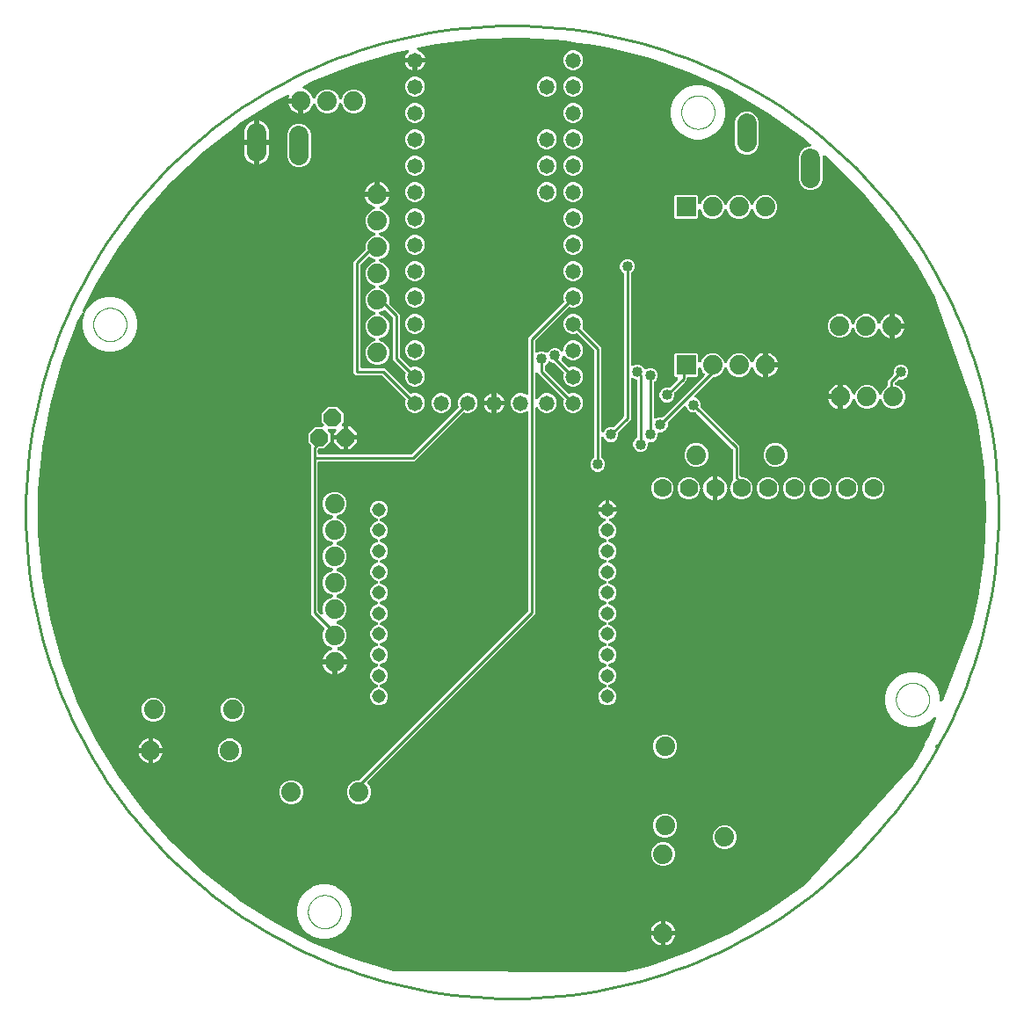
<source format=gbl>
G04 EAGLE Gerber X2 export*
%TF.Part,Single*%
%TF.FileFunction,Other,Bottom layer*%
%TF.FilePolarity,Positive*%
%TF.GenerationSoftware,Autodesk,EAGLE,9.0.0*%
%TF.CreationDate,2018-04-20T04:20:38Z*%
G75*
%MOMM*%
%FSLAX34Y34*%
%LPD*%
%AMOC8*
5,1,8,0,0,1.08239X$1,22.5*%
G01*
%ADD10C,0.254000*%
%ADD11C,0.406400*%
%ADD12C,0.000000*%
%ADD13C,1.778000*%
%ADD14C,1.473200*%
%ADD15C,1.308000*%
%ADD16C,1.879600*%
%ADD17R,1.879600X1.879600*%
%ADD18C,1.879600*%
%ADD19P,1.814519X8X22.500000*%
%ADD20C,1.016000*%

G36*
X108048Y-445082D02*
X108048Y-445082D01*
X108120Y-445084D01*
X108279Y-445057D01*
X108323Y-445052D01*
X108337Y-445047D01*
X108361Y-445043D01*
X133218Y-438685D01*
X133262Y-438668D01*
X133351Y-438644D01*
X172419Y-424759D01*
X172461Y-424739D01*
X172548Y-424707D01*
X210192Y-407327D01*
X210232Y-407303D01*
X210315Y-407263D01*
X246223Y-386532D01*
X246260Y-386504D01*
X246340Y-386457D01*
X280192Y-362561D01*
X280225Y-362532D01*
X280262Y-362508D01*
X280280Y-362492D01*
X280286Y-362488D01*
X280303Y-362471D01*
X280441Y-362341D01*
X384314Y-248121D01*
X384334Y-248093D01*
X384401Y-248009D01*
X384416Y-247994D01*
X384423Y-247981D01*
X384452Y-247946D01*
X390441Y-239037D01*
X390462Y-238996D01*
X390513Y-238919D01*
X397321Y-226481D01*
X397341Y-226433D01*
X397367Y-226389D01*
X397406Y-226272D01*
X397453Y-226158D01*
X397461Y-226107D01*
X397477Y-226058D01*
X397479Y-226040D01*
X397480Y-226038D01*
X397481Y-226025D01*
X397507Y-225816D01*
X397559Y-224625D01*
X399716Y-219999D01*
X401195Y-218644D01*
X401231Y-218602D01*
X401273Y-218566D01*
X401345Y-218471D01*
X401423Y-218380D01*
X401449Y-218331D01*
X401482Y-218287D01*
X401580Y-218084D01*
X401586Y-218072D01*
X401586Y-218070D01*
X401588Y-218067D01*
X408190Y-200873D01*
X408198Y-200844D01*
X408211Y-200816D01*
X408241Y-200675D01*
X408277Y-200535D01*
X408278Y-200505D01*
X408284Y-200475D01*
X408282Y-200331D01*
X408285Y-200187D01*
X408279Y-200157D01*
X408278Y-200127D01*
X408243Y-199987D01*
X408213Y-199846D01*
X408201Y-199818D01*
X408193Y-199789D01*
X408127Y-199660D01*
X408066Y-199530D01*
X408048Y-199506D01*
X408034Y-199479D01*
X407940Y-199369D01*
X407851Y-199256D01*
X407828Y-199237D01*
X407808Y-199214D01*
X407692Y-199128D01*
X407579Y-199038D01*
X407552Y-199024D01*
X407527Y-199006D01*
X407395Y-198949D01*
X407265Y-198887D01*
X407235Y-198880D01*
X407207Y-198868D01*
X407066Y-198843D01*
X406925Y-198812D01*
X406895Y-198812D01*
X406864Y-198807D01*
X406720Y-198814D01*
X406576Y-198816D01*
X406547Y-198823D01*
X406516Y-198825D01*
X406378Y-198864D01*
X406238Y-198899D01*
X406211Y-198913D01*
X406182Y-198921D01*
X406056Y-198991D01*
X405927Y-199057D01*
X405904Y-199076D01*
X405877Y-199091D01*
X405691Y-199250D01*
X401889Y-203052D01*
X395924Y-206496D01*
X389270Y-208279D01*
X382382Y-208279D01*
X375728Y-206496D01*
X369763Y-203052D01*
X364892Y-198181D01*
X361448Y-192216D01*
X359665Y-185562D01*
X359665Y-178674D01*
X361448Y-172020D01*
X364892Y-166055D01*
X369763Y-161184D01*
X375728Y-157740D01*
X382382Y-155957D01*
X389270Y-155957D01*
X395924Y-157740D01*
X401889Y-161184D01*
X406760Y-166055D01*
X410204Y-172020D01*
X411987Y-178674D01*
X411987Y-182770D01*
X411995Y-182840D01*
X411993Y-182910D01*
X412015Y-183012D01*
X412027Y-183116D01*
X412050Y-183182D01*
X412065Y-183251D01*
X412109Y-183346D01*
X412144Y-183444D01*
X412182Y-183503D01*
X412212Y-183567D01*
X412276Y-183649D01*
X412333Y-183737D01*
X412384Y-183786D01*
X412427Y-183841D01*
X412508Y-183906D01*
X412584Y-183979D01*
X412644Y-184015D01*
X412699Y-184059D01*
X412793Y-184104D01*
X412883Y-184158D01*
X412950Y-184179D01*
X413013Y-184210D01*
X413115Y-184232D01*
X413215Y-184264D01*
X413285Y-184270D01*
X413353Y-184285D01*
X413458Y-184284D01*
X413562Y-184292D01*
X413632Y-184282D01*
X413702Y-184281D01*
X413803Y-184256D01*
X413907Y-184241D01*
X413972Y-184215D01*
X414040Y-184198D01*
X414134Y-184150D01*
X414231Y-184112D01*
X414288Y-184072D01*
X414351Y-184040D01*
X414431Y-183972D01*
X414517Y-183913D01*
X414564Y-183861D01*
X414618Y-183816D01*
X414680Y-183732D01*
X414750Y-183654D01*
X414784Y-183593D01*
X414826Y-183536D01*
X414898Y-183387D01*
X414919Y-183349D01*
X414923Y-183335D01*
X414932Y-183316D01*
X444089Y-107385D01*
X444099Y-107345D01*
X444151Y-107182D01*
X449437Y-84364D01*
X449443Y-84318D01*
X449463Y-84227D01*
X455108Y-43151D01*
X455109Y-43105D01*
X455121Y-43013D01*
X457008Y-1593D01*
X457005Y-1547D01*
X457008Y-1455D01*
X455121Y39965D01*
X455114Y40011D01*
X455108Y40103D01*
X449463Y81179D01*
X449451Y81225D01*
X449437Y81316D01*
X446356Y94616D01*
X446339Y94663D01*
X446309Y94779D01*
X407456Y204877D01*
X407455Y204878D01*
X407355Y205101D01*
X390513Y235871D01*
X390486Y235909D01*
X390441Y235989D01*
X367307Y270399D01*
X367277Y270434D01*
X367225Y270510D01*
X341058Y302673D01*
X341025Y302705D01*
X340966Y302776D01*
X311983Y332427D01*
X311947Y332456D01*
X311882Y332521D01*
X301488Y341378D01*
X301455Y341400D01*
X301427Y341428D01*
X301311Y341497D01*
X301199Y341572D01*
X301162Y341586D01*
X301128Y341606D01*
X300999Y341647D01*
X300873Y341695D01*
X300834Y341700D01*
X300796Y341713D01*
X300661Y341723D01*
X300528Y341741D01*
X300488Y341737D01*
X300448Y341741D01*
X300315Y341721D01*
X300181Y341708D01*
X300143Y341695D01*
X300104Y341689D01*
X299978Y341639D01*
X299851Y341596D01*
X299817Y341575D01*
X299780Y341560D01*
X299669Y341483D01*
X299555Y341412D01*
X299526Y341384D01*
X299494Y341361D01*
X299403Y341261D01*
X299308Y341166D01*
X299287Y341132D01*
X299260Y341102D01*
X299195Y340985D01*
X299124Y340870D01*
X299111Y340832D01*
X299092Y340797D01*
X299055Y340668D01*
X299012Y340540D01*
X299008Y340500D01*
X298997Y340462D01*
X298977Y340218D01*
X298977Y317848D01*
X297234Y313640D01*
X294014Y310420D01*
X289806Y308677D01*
X285251Y308677D01*
X281043Y310420D01*
X277823Y313640D01*
X276080Y317848D01*
X276080Y341199D01*
X277823Y345407D01*
X281043Y348627D01*
X285251Y350370D01*
X286799Y350370D01*
X286959Y350389D01*
X287119Y350404D01*
X287131Y350409D01*
X287145Y350410D01*
X287297Y350465D01*
X287449Y350516D01*
X287460Y350523D01*
X287473Y350528D01*
X287608Y350615D01*
X287745Y350700D01*
X287755Y350709D01*
X287766Y350717D01*
X287878Y350832D01*
X287991Y350946D01*
X287999Y350957D01*
X288008Y350967D01*
X288091Y351105D01*
X288176Y351242D01*
X288180Y351255D01*
X288187Y351266D01*
X288236Y351419D01*
X288288Y351572D01*
X288289Y351585D01*
X288293Y351598D01*
X288306Y351758D01*
X288322Y351919D01*
X288320Y351932D01*
X288321Y351946D01*
X288297Y352105D01*
X288276Y352264D01*
X288272Y352277D01*
X288269Y352290D01*
X288210Y352439D01*
X288153Y352590D01*
X288146Y352602D01*
X288141Y352614D01*
X288049Y352746D01*
X287960Y352880D01*
X287948Y352891D01*
X287942Y352900D01*
X287914Y352925D01*
X287787Y353053D01*
X280323Y359413D01*
X280284Y359439D01*
X280213Y359498D01*
X246339Y383409D01*
X246299Y383431D01*
X246223Y383484D01*
X210315Y404215D01*
X210272Y404233D01*
X210192Y404279D01*
X172548Y421659D01*
X172504Y421673D01*
X172419Y421711D01*
X133351Y435596D01*
X133306Y435607D01*
X133218Y435637D01*
X93049Y445911D01*
X93003Y445918D01*
X92913Y445940D01*
X92591Y445991D01*
X83114Y447515D01*
X83113Y447515D01*
X73636Y449038D01*
X73635Y449038D01*
X64158Y450561D01*
X54680Y452084D01*
X51976Y452519D01*
X51929Y452521D01*
X51838Y452535D01*
X10472Y455364D01*
X10426Y455362D01*
X10334Y455367D01*
X-31118Y454424D01*
X-31164Y454417D01*
X-31257Y454414D01*
X-72451Y449705D01*
X-72496Y449694D01*
X-72588Y449683D01*
X-90386Y445984D01*
X-90508Y445944D01*
X-90632Y445911D01*
X-90673Y445889D01*
X-90717Y445875D01*
X-90826Y445808D01*
X-90940Y445747D01*
X-90975Y445717D01*
X-91014Y445693D01*
X-91106Y445603D01*
X-91203Y445518D01*
X-91230Y445481D01*
X-91263Y445448D01*
X-91331Y445340D01*
X-91406Y445235D01*
X-91424Y445193D01*
X-91449Y445154D01*
X-91491Y445032D01*
X-91540Y444914D01*
X-91548Y444868D01*
X-91563Y444824D01*
X-91576Y444697D01*
X-91597Y444570D01*
X-91595Y444524D01*
X-91599Y444478D01*
X-91583Y444350D01*
X-91575Y444222D01*
X-91562Y444178D01*
X-91556Y444132D01*
X-91512Y444011D01*
X-91474Y443888D01*
X-91451Y443848D01*
X-91435Y443805D01*
X-91365Y443698D01*
X-91300Y443586D01*
X-91269Y443553D01*
X-91243Y443514D01*
X-91150Y443426D01*
X-91062Y443332D01*
X-91024Y443306D01*
X-90990Y443274D01*
X-90946Y443248D01*
X-90945Y443247D01*
X-90935Y443242D01*
X-90880Y443210D01*
X-90773Y443138D01*
X-90719Y443116D01*
X-90690Y443099D01*
X-90657Y443088D01*
X-90640Y443079D01*
X-90611Y443071D01*
X-90547Y443044D01*
X-89669Y442759D01*
X-88280Y442051D01*
X-87018Y441134D01*
X-85916Y440032D01*
X-84999Y438770D01*
X-84291Y437381D01*
X-83839Y435990D01*
X-92583Y435990D01*
X-92609Y435987D01*
X-92635Y435989D01*
X-92782Y435967D01*
X-92929Y435950D01*
X-92954Y435942D01*
X-92980Y435938D01*
X-93117Y435883D01*
X-93257Y435833D01*
X-93279Y435819D01*
X-93304Y435809D01*
X-93425Y435724D01*
X-93466Y435698D01*
X-93477Y435707D01*
X-93607Y435779D01*
X-93734Y435855D01*
X-93759Y435863D01*
X-93782Y435876D01*
X-93925Y435916D01*
X-94066Y435961D01*
X-94092Y435963D01*
X-94117Y435971D01*
X-94361Y435990D01*
X-103105Y435990D01*
X-102653Y437381D01*
X-101945Y438770D01*
X-101028Y440032D01*
X-99912Y441148D01*
X-99861Y441212D01*
X-99803Y441270D01*
X-99753Y441348D01*
X-99696Y441421D01*
X-99661Y441495D01*
X-99617Y441564D01*
X-99587Y441652D01*
X-99547Y441736D01*
X-99530Y441816D01*
X-99503Y441893D01*
X-99493Y441986D01*
X-99473Y442077D01*
X-99475Y442158D01*
X-99466Y442240D01*
X-99478Y442332D01*
X-99479Y442425D01*
X-99499Y442504D01*
X-99509Y442586D01*
X-99542Y442673D01*
X-99564Y442763D01*
X-99602Y442836D01*
X-99630Y442913D01*
X-99682Y442991D01*
X-99724Y443073D01*
X-99777Y443135D01*
X-99822Y443204D01*
X-99890Y443268D01*
X-99950Y443338D01*
X-100016Y443387D01*
X-100075Y443443D01*
X-100155Y443490D01*
X-100230Y443546D01*
X-100305Y443578D01*
X-100376Y443619D01*
X-100465Y443647D01*
X-100550Y443684D01*
X-100631Y443698D01*
X-100709Y443722D01*
X-100802Y443729D01*
X-100893Y443745D01*
X-100975Y443741D01*
X-101057Y443747D01*
X-101192Y443730D01*
X-101241Y443727D01*
X-101264Y443721D01*
X-101299Y443716D01*
X-113183Y441247D01*
X-113227Y441232D01*
X-113317Y441213D01*
X-152977Y429120D01*
X-153020Y429102D01*
X-153108Y429074D01*
X-191504Y413425D01*
X-191545Y413403D01*
X-191630Y413367D01*
X-200788Y408621D01*
X-200867Y408568D01*
X-200951Y408524D01*
X-201012Y408471D01*
X-201077Y408427D01*
X-201142Y408357D01*
X-201214Y408294D01*
X-201260Y408230D01*
X-201315Y408171D01*
X-201362Y408089D01*
X-201418Y408011D01*
X-201448Y407938D01*
X-201488Y407869D01*
X-201515Y407778D01*
X-201552Y407690D01*
X-201565Y407611D01*
X-201587Y407535D01*
X-201593Y407440D01*
X-201609Y407346D01*
X-201604Y407267D01*
X-201609Y407187D01*
X-201593Y407093D01*
X-201587Y406998D01*
X-201563Y406922D01*
X-201550Y406843D01*
X-201513Y406756D01*
X-201486Y406665D01*
X-201446Y406595D01*
X-201415Y406522D01*
X-201359Y406445D01*
X-201312Y406363D01*
X-201258Y406305D01*
X-201211Y406240D01*
X-201139Y406178D01*
X-201074Y406108D01*
X-201007Y406064D01*
X-200947Y406012D01*
X-200863Y405967D01*
X-200784Y405914D01*
X-200683Y405872D01*
X-200639Y405849D01*
X-200608Y405841D01*
X-200558Y405820D01*
X-198871Y405272D01*
X-197197Y404419D01*
X-195676Y403314D01*
X-194348Y401986D01*
X-193243Y400465D01*
X-192390Y398791D01*
X-191977Y397519D01*
X-191911Y397375D01*
X-191847Y397227D01*
X-191838Y397216D01*
X-191832Y397203D01*
X-191734Y397076D01*
X-191639Y396948D01*
X-191628Y396938D01*
X-191619Y396927D01*
X-191495Y396826D01*
X-191373Y396723D01*
X-191360Y396716D01*
X-191349Y396707D01*
X-191204Y396636D01*
X-191062Y396564D01*
X-191048Y396560D01*
X-191035Y396554D01*
X-190878Y396518D01*
X-190724Y396480D01*
X-190710Y396479D01*
X-190696Y396476D01*
X-190536Y396477D01*
X-190376Y396475D01*
X-190361Y396478D01*
X-190347Y396478D01*
X-190192Y396515D01*
X-190035Y396549D01*
X-190022Y396555D01*
X-190008Y396558D01*
X-189865Y396630D01*
X-189721Y396699D01*
X-189709Y396708D01*
X-189696Y396714D01*
X-189573Y396816D01*
X-189448Y396916D01*
X-189439Y396927D01*
X-189428Y396937D01*
X-189331Y397064D01*
X-189232Y397190D01*
X-189224Y397205D01*
X-189217Y397214D01*
X-189202Y397249D01*
X-189121Y397407D01*
X-187760Y400693D01*
X-184539Y403914D01*
X-180331Y405657D01*
X-175777Y405657D01*
X-171569Y403914D01*
X-168348Y400693D01*
X-166761Y396862D01*
X-166713Y396774D01*
X-166673Y396682D01*
X-166628Y396622D01*
X-166592Y396557D01*
X-166525Y396483D01*
X-166465Y396402D01*
X-166408Y396354D01*
X-166358Y396299D01*
X-166275Y396242D01*
X-166199Y396177D01*
X-166132Y396143D01*
X-166071Y396101D01*
X-165978Y396064D01*
X-165888Y396018D01*
X-165816Y396001D01*
X-165747Y395973D01*
X-165648Y395959D01*
X-165550Y395934D01*
X-165476Y395933D01*
X-165402Y395922D01*
X-165302Y395931D01*
X-165202Y395929D01*
X-165129Y395945D01*
X-165055Y395951D01*
X-164959Y395982D01*
X-164861Y396004D01*
X-164794Y396036D01*
X-164723Y396058D01*
X-164637Y396110D01*
X-164546Y396153D01*
X-164488Y396200D01*
X-164425Y396238D01*
X-164352Y396308D01*
X-164274Y396371D01*
X-164228Y396429D01*
X-164175Y396481D01*
X-164120Y396565D01*
X-164058Y396644D01*
X-164012Y396734D01*
X-163986Y396774D01*
X-163974Y396808D01*
X-163947Y396862D01*
X-162360Y400693D01*
X-159139Y403914D01*
X-154931Y405657D01*
X-150377Y405657D01*
X-146169Y403914D01*
X-142948Y400693D01*
X-141205Y396485D01*
X-141205Y391931D01*
X-142948Y387723D01*
X-146169Y384502D01*
X-150377Y382759D01*
X-154931Y382759D01*
X-159139Y384502D01*
X-162360Y387723D01*
X-163947Y391554D01*
X-163995Y391642D01*
X-164036Y391734D01*
X-164080Y391794D01*
X-164116Y391859D01*
X-164183Y391933D01*
X-164243Y392014D01*
X-164300Y392062D01*
X-164350Y392117D01*
X-164433Y392174D01*
X-164509Y392239D01*
X-164576Y392273D01*
X-164637Y392315D01*
X-164730Y392352D01*
X-164820Y392398D01*
X-164892Y392415D01*
X-164961Y392443D01*
X-165061Y392457D01*
X-165158Y392482D01*
X-165232Y392483D01*
X-165306Y392494D01*
X-165406Y392485D01*
X-165506Y392487D01*
X-165579Y392471D01*
X-165653Y392465D01*
X-165749Y392434D01*
X-165847Y392412D01*
X-165914Y392380D01*
X-165985Y392358D01*
X-166071Y392306D01*
X-166162Y392263D01*
X-166220Y392216D01*
X-166283Y392178D01*
X-166355Y392108D01*
X-166434Y392045D01*
X-166480Y391987D01*
X-166533Y391935D01*
X-166588Y391851D01*
X-166650Y391772D01*
X-166696Y391682D01*
X-166722Y391642D01*
X-166734Y391608D01*
X-166761Y391554D01*
X-168348Y387723D01*
X-171569Y384502D01*
X-175777Y382759D01*
X-180331Y382759D01*
X-184539Y384502D01*
X-187760Y387723D01*
X-189121Y391009D01*
X-189198Y391148D01*
X-189274Y391290D01*
X-189283Y391301D01*
X-189290Y391313D01*
X-189397Y391431D01*
X-189503Y391552D01*
X-189515Y391561D01*
X-189524Y391572D01*
X-189656Y391662D01*
X-189786Y391756D01*
X-189799Y391761D01*
X-189811Y391770D01*
X-189960Y391828D01*
X-190107Y391890D01*
X-190122Y391892D01*
X-190135Y391898D01*
X-190293Y391921D01*
X-190451Y391947D01*
X-190466Y391946D01*
X-190480Y391948D01*
X-190639Y391935D01*
X-190799Y391925D01*
X-190813Y391921D01*
X-190827Y391919D01*
X-190979Y391870D01*
X-191133Y391824D01*
X-191145Y391817D01*
X-191159Y391812D01*
X-191295Y391730D01*
X-191435Y391650D01*
X-191445Y391640D01*
X-191458Y391633D01*
X-191572Y391521D01*
X-191689Y391412D01*
X-191697Y391400D01*
X-191708Y391390D01*
X-191794Y391255D01*
X-191883Y391122D01*
X-191889Y391106D01*
X-191896Y391097D01*
X-191909Y391060D01*
X-191977Y390897D01*
X-192390Y389625D01*
X-193243Y387951D01*
X-194348Y386430D01*
X-195676Y385102D01*
X-197197Y383997D01*
X-198871Y383144D01*
X-200658Y382563D01*
X-200915Y382523D01*
X-200915Y393192D01*
X-200918Y393218D01*
X-200916Y393244D01*
X-200938Y393391D01*
X-200955Y393538D01*
X-200963Y393563D01*
X-200967Y393589D01*
X-201022Y393726D01*
X-201072Y393866D01*
X-201086Y393888D01*
X-201096Y393913D01*
X-201181Y394034D01*
X-201261Y394159D01*
X-201280Y394177D01*
X-201295Y394199D01*
X-201405Y394298D01*
X-201512Y394401D01*
X-201534Y394415D01*
X-201554Y394432D01*
X-201684Y394504D01*
X-201811Y394580D01*
X-201836Y394588D01*
X-201859Y394601D01*
X-202002Y394641D01*
X-202143Y394686D01*
X-202169Y394688D01*
X-202194Y394695D01*
X-202438Y394715D01*
X-202947Y394715D01*
X-202947Y395224D01*
X-202950Y395250D01*
X-202948Y395276D01*
X-202970Y395423D01*
X-202987Y395570D01*
X-202996Y395595D01*
X-203000Y395621D01*
X-203054Y395759D01*
X-203104Y395898D01*
X-203119Y395920D01*
X-203128Y395945D01*
X-203213Y396066D01*
X-203293Y396191D01*
X-203312Y396209D01*
X-203327Y396231D01*
X-203437Y396330D01*
X-203544Y396433D01*
X-203567Y396447D01*
X-203586Y396464D01*
X-203716Y396536D01*
X-203843Y396612D01*
X-203868Y396620D01*
X-203891Y396633D01*
X-204034Y396673D01*
X-204175Y396718D01*
X-204201Y396720D01*
X-204226Y396728D01*
X-204470Y396747D01*
X-215139Y396747D01*
X-215099Y397004D01*
X-214604Y398526D01*
X-214583Y398629D01*
X-214553Y398730D01*
X-214549Y398799D01*
X-214535Y398867D01*
X-214538Y398973D01*
X-214532Y399078D01*
X-214543Y399146D01*
X-214546Y399216D01*
X-214573Y399318D01*
X-214590Y399422D01*
X-214617Y399485D01*
X-214635Y399552D01*
X-214684Y399646D01*
X-214725Y399743D01*
X-214766Y399799D01*
X-214798Y399860D01*
X-214868Y399940D01*
X-214930Y400025D01*
X-214982Y400071D01*
X-215028Y400123D01*
X-215113Y400185D01*
X-215193Y400254D01*
X-215254Y400286D01*
X-215310Y400326D01*
X-215408Y400367D01*
X-215501Y400416D01*
X-215568Y400434D01*
X-215632Y400460D01*
X-215736Y400478D01*
X-215838Y400504D01*
X-215907Y400506D01*
X-215976Y400518D01*
X-216081Y400511D01*
X-216187Y400514D01*
X-216255Y400500D01*
X-216324Y400495D01*
X-216425Y400465D01*
X-216528Y400444D01*
X-216613Y400408D01*
X-216657Y400395D01*
X-216691Y400375D01*
X-216754Y400349D01*
X-228444Y394291D01*
X-228483Y394265D01*
X-228564Y394222D01*
X-263491Y371878D01*
X-263527Y371849D01*
X-263604Y371798D01*
X-296355Y346370D01*
X-296388Y346338D01*
X-296460Y346280D01*
X-326762Y317980D01*
X-326793Y317945D01*
X-326859Y317881D01*
X-354463Y286942D01*
X-354490Y286904D01*
X-354550Y286835D01*
X-379226Y253514D01*
X-379249Y253474D01*
X-379303Y253399D01*
X-400846Y217972D01*
X-400866Y217930D01*
X-400913Y217851D01*
X-413366Y192416D01*
X-413407Y192301D01*
X-413456Y192188D01*
X-413465Y192137D01*
X-413483Y192088D01*
X-413496Y191966D01*
X-413518Y191845D01*
X-413515Y191793D01*
X-413521Y191741D01*
X-413507Y191620D01*
X-413501Y191497D01*
X-413486Y191447D01*
X-413480Y191395D01*
X-413439Y191280D01*
X-413405Y191162D01*
X-413379Y191117D01*
X-413362Y191067D01*
X-413295Y190965D01*
X-413235Y190858D01*
X-413200Y190819D01*
X-413172Y190775D01*
X-413083Y190690D01*
X-413001Y190600D01*
X-412958Y190570D01*
X-412920Y190534D01*
X-412815Y190471D01*
X-412714Y190402D01*
X-412665Y190383D01*
X-412621Y190356D01*
X-412504Y190319D01*
X-412390Y190274D01*
X-412338Y190267D01*
X-412288Y190251D01*
X-412166Y190242D01*
X-412045Y190224D01*
X-411993Y190228D01*
X-411941Y190224D01*
X-411819Y190243D01*
X-411698Y190253D01*
X-411648Y190269D01*
X-411596Y190277D01*
X-411483Y190323D01*
X-411366Y190360D01*
X-411321Y190387D01*
X-411273Y190407D01*
X-411172Y190477D01*
X-411068Y190540D01*
X-411030Y190577D01*
X-410987Y190607D01*
X-410906Y190698D01*
X-410818Y190783D01*
X-410780Y190838D01*
X-410755Y190866D01*
X-410719Y190926D01*
X-410679Y190985D01*
X-408284Y195133D01*
X-403413Y200004D01*
X-397448Y203448D01*
X-390794Y205231D01*
X-383906Y205231D01*
X-377252Y203448D01*
X-371287Y200004D01*
X-366416Y195133D01*
X-362972Y189168D01*
X-361189Y182514D01*
X-361189Y175626D01*
X-362972Y168972D01*
X-366416Y163007D01*
X-371287Y158136D01*
X-377252Y154692D01*
X-383906Y152909D01*
X-390794Y152909D01*
X-397448Y154692D01*
X-403413Y158136D01*
X-408284Y163007D01*
X-411728Y168972D01*
X-413511Y175626D01*
X-413511Y182514D01*
X-411887Y188573D01*
X-411883Y188601D01*
X-411874Y188626D01*
X-411858Y188773D01*
X-411836Y188918D01*
X-411838Y188945D01*
X-411835Y188973D01*
X-411853Y189119D01*
X-411865Y189266D01*
X-411873Y189292D01*
X-411876Y189319D01*
X-411926Y189457D01*
X-411971Y189597D01*
X-411986Y189621D01*
X-411995Y189646D01*
X-412075Y189770D01*
X-412151Y189896D01*
X-412170Y189916D01*
X-412185Y189939D01*
X-412291Y190041D01*
X-412393Y190146D01*
X-412416Y190161D01*
X-412436Y190180D01*
X-412563Y190255D01*
X-412687Y190335D01*
X-412712Y190344D01*
X-412736Y190358D01*
X-412876Y190402D01*
X-413015Y190452D01*
X-413042Y190455D01*
X-413068Y190463D01*
X-413215Y190474D01*
X-413361Y190491D01*
X-413388Y190488D01*
X-413416Y190490D01*
X-413562Y190467D01*
X-413707Y190450D01*
X-413733Y190441D01*
X-413760Y190437D01*
X-413897Y190382D01*
X-414035Y190332D01*
X-414058Y190317D01*
X-414084Y190307D01*
X-414204Y190223D01*
X-414328Y190143D01*
X-414347Y190123D01*
X-414369Y190107D01*
X-414468Y189997D01*
X-414569Y189892D01*
X-414583Y189868D01*
X-414602Y189848D01*
X-414727Y189637D01*
X-419145Y180612D01*
X-419161Y180568D01*
X-419201Y180485D01*
X-433971Y141743D01*
X-433983Y141697D01*
X-434015Y141611D01*
X-445201Y101686D01*
X-445209Y101640D01*
X-445233Y101551D01*
X-452742Y60774D01*
X-452745Y60727D01*
X-452761Y60637D01*
X-456531Y19346D01*
X-456530Y19299D01*
X-456538Y19207D01*
X-456538Y-22255D01*
X-456532Y-22302D01*
X-456531Y-22394D01*
X-452761Y-63685D01*
X-452752Y-63730D01*
X-452742Y-63822D01*
X-445233Y-104599D01*
X-445219Y-104643D01*
X-445201Y-104734D01*
X-434015Y-144659D01*
X-433997Y-144702D01*
X-433971Y-144791D01*
X-419201Y-183533D01*
X-419179Y-183574D01*
X-419145Y-183660D01*
X-400913Y-220899D01*
X-400888Y-220938D01*
X-400846Y-221020D01*
X-379303Y-256447D01*
X-379274Y-256484D01*
X-379226Y-256562D01*
X-354550Y-289883D01*
X-354518Y-289917D01*
X-354463Y-289990D01*
X-326859Y-320929D01*
X-326825Y-320960D01*
X-326762Y-321028D01*
X-296460Y-349328D01*
X-296423Y-349356D01*
X-296355Y-349418D01*
X-263604Y-374846D01*
X-263564Y-374870D01*
X-263491Y-374926D01*
X-228564Y-397270D01*
X-228522Y-397291D01*
X-228444Y-397339D01*
X-191630Y-416415D01*
X-191587Y-416431D01*
X-191504Y-416473D01*
X-153108Y-432122D01*
X-153063Y-432134D01*
X-152977Y-432168D01*
X-114122Y-444015D01*
X-114024Y-444033D01*
X-113928Y-444061D01*
X-113827Y-444069D01*
X-113779Y-444078D01*
X-113744Y-444077D01*
X-113684Y-444082D01*
X107976Y-445090D01*
X108048Y-445082D01*
G37*
%LPC*%
G36*
X218805Y10394D02*
X218805Y10394D01*
X214784Y12059D01*
X211706Y15137D01*
X210040Y19158D01*
X210040Y20202D01*
X210034Y20256D01*
X210036Y20312D01*
X210014Y20429D01*
X210000Y20548D01*
X209982Y20600D01*
X209972Y20654D01*
X209923Y20763D01*
X209883Y20876D01*
X209853Y20922D01*
X209831Y20973D01*
X209759Y21068D01*
X209694Y21169D01*
X209654Y21207D01*
X209621Y21251D01*
X209529Y21328D01*
X209528Y21329D01*
X209604Y21413D01*
X209690Y21496D01*
X209720Y21542D01*
X209757Y21583D01*
X209815Y21688D01*
X209880Y21788D01*
X209899Y21840D01*
X209926Y21888D01*
X209958Y22003D01*
X209999Y22116D01*
X210006Y22170D01*
X210021Y22224D01*
X210039Y22450D01*
X210040Y22462D01*
X210040Y22465D01*
X210040Y22467D01*
X210040Y23511D01*
X211706Y27532D01*
X212487Y28313D01*
X212503Y28333D01*
X212523Y28350D01*
X212611Y28470D01*
X212703Y28586D01*
X212715Y28610D01*
X212730Y28631D01*
X212789Y28767D01*
X212852Y28901D01*
X212858Y28927D01*
X212868Y28951D01*
X212895Y29097D01*
X212926Y29242D01*
X212925Y29268D01*
X212930Y29294D01*
X212922Y29442D01*
X212920Y29590D01*
X212913Y29616D01*
X212912Y29642D01*
X212871Y29784D01*
X212835Y29928D01*
X212823Y29951D01*
X212815Y29977D01*
X212743Y30106D01*
X212675Y30238D01*
X212658Y30258D01*
X212645Y30281D01*
X212579Y30358D01*
X212579Y58319D01*
X212565Y58444D01*
X212558Y58570D01*
X212545Y58617D01*
X212539Y58665D01*
X212497Y58784D01*
X212462Y58905D01*
X212438Y58947D01*
X212422Y58993D01*
X212353Y59099D01*
X212292Y59209D01*
X212252Y59256D01*
X212233Y59286D01*
X212198Y59319D01*
X212133Y59396D01*
X177482Y94047D01*
X177422Y94095D01*
X177368Y94150D01*
X177285Y94203D01*
X177209Y94264D01*
X177139Y94297D01*
X177075Y94338D01*
X176982Y94371D01*
X176893Y94413D01*
X176818Y94429D01*
X176746Y94455D01*
X176649Y94465D01*
X176553Y94486D01*
X176476Y94485D01*
X176400Y94493D01*
X176302Y94482D01*
X176204Y94480D01*
X176161Y94469D01*
X173207Y94469D01*
X170586Y95555D01*
X168580Y97561D01*
X167696Y99696D01*
X167623Y99827D01*
X167554Y99961D01*
X167538Y99979D01*
X167526Y100000D01*
X167425Y100112D01*
X167328Y100226D01*
X167308Y100241D01*
X167292Y100259D01*
X167168Y100344D01*
X167048Y100433D01*
X167025Y100443D01*
X167005Y100457D01*
X166865Y100512D01*
X166727Y100571D01*
X166704Y100576D01*
X166681Y100585D01*
X166533Y100606D01*
X166384Y100633D01*
X166360Y100632D01*
X166336Y100635D01*
X166186Y100623D01*
X166036Y100615D01*
X166013Y100608D01*
X165989Y100606D01*
X165846Y100560D01*
X165702Y100519D01*
X165680Y100507D01*
X165657Y100499D01*
X165528Y100422D01*
X165397Y100348D01*
X165375Y100330D01*
X165359Y100320D01*
X165325Y100287D01*
X165211Y100190D01*
X150428Y85407D01*
X150380Y85347D01*
X150325Y85293D01*
X150272Y85210D01*
X150211Y85134D01*
X150178Y85064D01*
X150137Y85000D01*
X150104Y84907D01*
X150062Y84818D01*
X150046Y84743D01*
X150020Y84671D01*
X150010Y84574D01*
X149989Y84478D01*
X149990Y84401D01*
X149982Y84325D01*
X149993Y84227D01*
X149995Y84129D01*
X150006Y84086D01*
X150006Y81132D01*
X148920Y78511D01*
X146914Y76505D01*
X144293Y75419D01*
X142004Y75419D01*
X141978Y75416D01*
X141952Y75418D01*
X141805Y75396D01*
X141658Y75379D01*
X141633Y75371D01*
X141607Y75367D01*
X141469Y75312D01*
X141330Y75262D01*
X141308Y75248D01*
X141283Y75238D01*
X141162Y75153D01*
X141037Y75073D01*
X141019Y75054D01*
X140997Y75039D01*
X140898Y74929D01*
X140795Y74822D01*
X140781Y74800D01*
X140764Y74780D01*
X140692Y74650D01*
X140616Y74523D01*
X140608Y74498D01*
X140595Y74475D01*
X140555Y74332D01*
X140510Y74191D01*
X140508Y74165D01*
X140500Y74140D01*
X140481Y73896D01*
X140481Y71607D01*
X139395Y68986D01*
X137389Y66980D01*
X134768Y65894D01*
X132479Y65894D01*
X132453Y65891D01*
X132427Y65893D01*
X132280Y65871D01*
X132133Y65854D01*
X132108Y65846D01*
X132082Y65842D01*
X131944Y65787D01*
X131805Y65737D01*
X131783Y65723D01*
X131758Y65713D01*
X131637Y65628D01*
X131512Y65548D01*
X131494Y65529D01*
X131472Y65514D01*
X131373Y65404D01*
X131270Y65297D01*
X131256Y65275D01*
X131239Y65255D01*
X131167Y65125D01*
X131091Y64998D01*
X131083Y64973D01*
X131070Y64950D01*
X131030Y64807D01*
X130985Y64666D01*
X130983Y64640D01*
X130975Y64615D01*
X130956Y64371D01*
X130956Y62082D01*
X129870Y59461D01*
X127864Y57455D01*
X125243Y56369D01*
X122407Y56369D01*
X119786Y57455D01*
X117780Y59461D01*
X116694Y62082D01*
X116694Y64918D01*
X117780Y67539D01*
X119856Y69616D01*
X119868Y69622D01*
X119925Y69674D01*
X119988Y69718D01*
X120054Y69790D01*
X120126Y69856D01*
X120170Y69919D01*
X120221Y69976D01*
X120269Y70062D01*
X120325Y70143D01*
X120353Y70214D01*
X120390Y70281D01*
X120417Y70376D01*
X120453Y70467D01*
X120464Y70543D01*
X120485Y70617D01*
X120497Y70765D01*
X120503Y70812D01*
X120502Y70831D01*
X120504Y70861D01*
X120504Y124696D01*
X120501Y124722D01*
X120503Y124748D01*
X120481Y124895D01*
X120464Y125042D01*
X120456Y125067D01*
X120452Y125093D01*
X120397Y125231D01*
X120347Y125370D01*
X120333Y125392D01*
X120323Y125417D01*
X120238Y125538D01*
X120158Y125663D01*
X120139Y125681D01*
X120124Y125703D01*
X120014Y125802D01*
X119907Y125905D01*
X119885Y125919D01*
X119865Y125936D01*
X119735Y126008D01*
X119608Y126084D01*
X119583Y126092D01*
X119560Y126105D01*
X119417Y126145D01*
X119386Y126155D01*
X116552Y127329D01*
X116407Y127371D01*
X116264Y127416D01*
X116240Y127418D01*
X116217Y127425D01*
X116066Y127432D01*
X115917Y127444D01*
X115893Y127441D01*
X115869Y127442D01*
X115721Y127415D01*
X115572Y127393D01*
X115550Y127384D01*
X115526Y127379D01*
X115388Y127319D01*
X115248Y127264D01*
X115228Y127250D01*
X115206Y127240D01*
X115085Y127151D01*
X114962Y127065D01*
X114946Y127047D01*
X114926Y127033D01*
X114829Y126918D01*
X114729Y126806D01*
X114717Y126785D01*
X114701Y126767D01*
X114633Y126633D01*
X114560Y126501D01*
X114554Y126478D01*
X114543Y126456D01*
X114506Y126311D01*
X114465Y126166D01*
X114463Y126137D01*
X114458Y126118D01*
X114458Y126071D01*
X114446Y125922D01*
X114446Y87524D01*
X112054Y85133D01*
X102803Y75882D01*
X102755Y75822D01*
X102700Y75768D01*
X102647Y75685D01*
X102586Y75609D01*
X102553Y75539D01*
X102512Y75475D01*
X102479Y75382D01*
X102437Y75293D01*
X102421Y75218D01*
X102395Y75146D01*
X102385Y75049D01*
X102364Y74953D01*
X102365Y74876D01*
X102357Y74800D01*
X102368Y74702D01*
X102370Y74604D01*
X102381Y74561D01*
X102381Y71607D01*
X101295Y68986D01*
X99289Y66980D01*
X96668Y65894D01*
X93832Y65894D01*
X91211Y66980D01*
X89205Y68986D01*
X88801Y69960D01*
X88777Y70004D01*
X88760Y70052D01*
X88692Y70156D01*
X88632Y70265D01*
X88598Y70302D01*
X88571Y70344D01*
X88481Y70431D01*
X88398Y70523D01*
X88357Y70551D01*
X88320Y70587D01*
X88213Y70650D01*
X88111Y70721D01*
X88064Y70740D01*
X88021Y70765D01*
X87903Y70803D01*
X87787Y70849D01*
X87737Y70856D01*
X87689Y70872D01*
X87565Y70882D01*
X87442Y70900D01*
X87392Y70896D01*
X87342Y70900D01*
X87219Y70881D01*
X87095Y70871D01*
X87047Y70855D01*
X86997Y70848D01*
X86881Y70802D01*
X86763Y70764D01*
X86720Y70738D01*
X86673Y70719D01*
X86571Y70648D01*
X86465Y70584D01*
X86428Y70549D01*
X86387Y70520D01*
X86304Y70428D01*
X86215Y70341D01*
X86187Y70299D01*
X86154Y70261D01*
X86094Y70153D01*
X86026Y70048D01*
X86009Y70000D01*
X85985Y69956D01*
X85951Y69837D01*
X85910Y69719D01*
X85904Y69670D01*
X85890Y69621D01*
X85871Y69377D01*
X85871Y51811D01*
X85879Y51735D01*
X85878Y51658D01*
X85899Y51562D01*
X85911Y51464D01*
X85936Y51392D01*
X85953Y51317D01*
X85995Y51229D01*
X86028Y51136D01*
X86070Y51072D01*
X86103Y51003D01*
X86164Y50926D01*
X86217Y50843D01*
X86272Y50790D01*
X86320Y50730D01*
X86397Y50670D01*
X86468Y50601D01*
X86506Y50578D01*
X88595Y48489D01*
X89681Y45868D01*
X89681Y43032D01*
X88595Y40411D01*
X86589Y38405D01*
X83968Y37319D01*
X81132Y37319D01*
X78511Y38405D01*
X76505Y40411D01*
X75419Y43032D01*
X75419Y45868D01*
X76505Y48489D01*
X78581Y50566D01*
X78593Y50572D01*
X78650Y50624D01*
X78713Y50668D01*
X78779Y50740D01*
X78851Y50806D01*
X78895Y50869D01*
X78946Y50926D01*
X78994Y51012D01*
X79050Y51093D01*
X79078Y51164D01*
X79115Y51231D01*
X79142Y51326D01*
X79178Y51417D01*
X79189Y51493D01*
X79210Y51567D01*
X79222Y51715D01*
X79228Y51762D01*
X79227Y51781D01*
X79229Y51811D01*
X79229Y153569D01*
X79227Y153586D01*
X79228Y153599D01*
X79217Y153674D01*
X79215Y153694D01*
X79208Y153820D01*
X79195Y153867D01*
X79189Y153915D01*
X79147Y154034D01*
X79112Y154155D01*
X79088Y154197D01*
X79072Y154243D01*
X79003Y154349D01*
X78942Y154459D01*
X78902Y154506D01*
X78883Y154536D01*
X78848Y154569D01*
X78783Y154646D01*
X63265Y170164D01*
X63205Y170211D01*
X63152Y170266D01*
X63069Y170319D01*
X62992Y170381D01*
X62923Y170413D01*
X62858Y170455D01*
X62766Y170487D01*
X62677Y170529D01*
X62602Y170546D01*
X62530Y170571D01*
X62432Y170582D01*
X62336Y170603D01*
X62260Y170602D01*
X62184Y170610D01*
X62086Y170599D01*
X61988Y170597D01*
X61913Y170578D01*
X61838Y170569D01*
X61695Y170523D01*
X61650Y170512D01*
X61633Y170503D01*
X61605Y170494D01*
X60801Y170161D01*
X57055Y170161D01*
X53594Y171595D01*
X50945Y174244D01*
X49511Y177705D01*
X49511Y181451D01*
X50945Y184912D01*
X53594Y187561D01*
X57055Y188995D01*
X60801Y188995D01*
X64262Y187561D01*
X66911Y184912D01*
X68345Y181451D01*
X68345Y177705D01*
X67789Y176362D01*
X67768Y176289D01*
X67737Y176219D01*
X67720Y176122D01*
X67693Y176027D01*
X67689Y175951D01*
X67676Y175876D01*
X67681Y175777D01*
X67676Y175679D01*
X67690Y175604D01*
X67694Y175528D01*
X67721Y175433D01*
X67739Y175336D01*
X67769Y175266D01*
X67790Y175193D01*
X67838Y175107D01*
X67877Y175017D01*
X67923Y174955D01*
X67960Y174889D01*
X68057Y174775D01*
X68085Y174737D01*
X68100Y174725D01*
X68119Y174702D01*
X85871Y156951D01*
X85871Y76673D01*
X85876Y76623D01*
X85874Y76572D01*
X85896Y76450D01*
X85911Y76327D01*
X85928Y76279D01*
X85937Y76230D01*
X85986Y76116D01*
X86028Y75998D01*
X86055Y75956D01*
X86075Y75910D01*
X86150Y75810D01*
X86217Y75706D01*
X86253Y75671D01*
X86283Y75630D01*
X86378Y75550D01*
X86468Y75463D01*
X86511Y75438D01*
X86549Y75405D01*
X86660Y75348D01*
X86767Y75285D01*
X86815Y75269D01*
X86860Y75246D01*
X86980Y75216D01*
X87099Y75178D01*
X87149Y75174D01*
X87198Y75162D01*
X87322Y75160D01*
X87446Y75150D01*
X87496Y75158D01*
X87546Y75157D01*
X87668Y75184D01*
X87791Y75202D01*
X87838Y75221D01*
X87887Y75231D01*
X87999Y75285D01*
X88115Y75331D01*
X88156Y75360D01*
X88202Y75381D01*
X88299Y75459D01*
X88401Y75530D01*
X88435Y75567D01*
X88474Y75599D01*
X88551Y75696D01*
X88634Y75789D01*
X88659Y75833D01*
X88690Y75872D01*
X88801Y76090D01*
X89205Y77064D01*
X91211Y79070D01*
X93832Y80156D01*
X96768Y80156D01*
X96781Y80152D01*
X96858Y80148D01*
X96933Y80135D01*
X97031Y80140D01*
X97129Y80135D01*
X97205Y80149D01*
X97281Y80153D01*
X97375Y80180D01*
X97472Y80197D01*
X97542Y80228D01*
X97616Y80249D01*
X97702Y80297D01*
X97792Y80336D01*
X97853Y80382D01*
X97920Y80419D01*
X98033Y80516D01*
X98072Y80544D01*
X98084Y80559D01*
X98107Y80578D01*
X107358Y89829D01*
X107437Y89928D01*
X107521Y90022D01*
X107545Y90065D01*
X107575Y90102D01*
X107629Y90217D01*
X107690Y90327D01*
X107703Y90374D01*
X107724Y90417D01*
X107750Y90541D01*
X107785Y90663D01*
X107790Y90723D01*
X107797Y90758D01*
X107796Y90806D01*
X107804Y90906D01*
X107804Y227589D01*
X107796Y227665D01*
X107797Y227742D01*
X107776Y227838D01*
X107764Y227936D01*
X107739Y228008D01*
X107722Y228083D01*
X107680Y228171D01*
X107647Y228264D01*
X107605Y228328D01*
X107572Y228397D01*
X107511Y228474D01*
X107458Y228557D01*
X107403Y228610D01*
X107355Y228670D01*
X107278Y228730D01*
X107207Y228799D01*
X107169Y228822D01*
X105080Y230911D01*
X103994Y233532D01*
X103994Y236368D01*
X105080Y238989D01*
X107086Y240995D01*
X109707Y242081D01*
X112543Y242081D01*
X115164Y240995D01*
X117170Y238989D01*
X118256Y236368D01*
X118256Y233532D01*
X117170Y230911D01*
X115094Y228834D01*
X115082Y228828D01*
X115025Y228776D01*
X114962Y228732D01*
X114896Y228660D01*
X114824Y228594D01*
X114780Y228531D01*
X114729Y228474D01*
X114681Y228388D01*
X114625Y228307D01*
X114597Y228236D01*
X114560Y228169D01*
X114533Y228074D01*
X114497Y227983D01*
X114486Y227907D01*
X114465Y227833D01*
X114453Y227685D01*
X114447Y227638D01*
X114448Y227619D01*
X114446Y227589D01*
X114446Y140778D01*
X114463Y140629D01*
X114475Y140479D01*
X114483Y140456D01*
X114486Y140432D01*
X114536Y140291D01*
X114582Y140147D01*
X114595Y140127D01*
X114603Y140104D01*
X114685Y139977D01*
X114762Y139849D01*
X114779Y139831D01*
X114792Y139811D01*
X114900Y139706D01*
X115005Y139599D01*
X115025Y139586D01*
X115043Y139569D01*
X115172Y139492D01*
X115298Y139410D01*
X115321Y139402D01*
X115342Y139390D01*
X115485Y139344D01*
X115627Y139294D01*
X115651Y139291D01*
X115674Y139284D01*
X115823Y139272D01*
X115973Y139255D01*
X115997Y139258D01*
X116021Y139256D01*
X116170Y139278D01*
X116319Y139296D01*
X116347Y139305D01*
X116366Y139307D01*
X116410Y139325D01*
X116552Y139371D01*
X119232Y140481D01*
X122068Y140481D01*
X124689Y139395D01*
X126695Y137389D01*
X126931Y136819D01*
X127005Y136687D01*
X127073Y136554D01*
X127089Y136536D01*
X127101Y136515D01*
X127202Y136403D01*
X127299Y136289D01*
X127319Y136274D01*
X127335Y136256D01*
X127458Y136171D01*
X127579Y136081D01*
X127602Y136072D01*
X127621Y136058D01*
X127761Y136003D01*
X127899Y135944D01*
X127923Y135939D01*
X127946Y135930D01*
X128095Y135908D01*
X128243Y135882D01*
X128266Y135883D01*
X128290Y135880D01*
X128441Y135892D01*
X128591Y135900D01*
X128614Y135907D01*
X128638Y135909D01*
X128781Y135955D01*
X128925Y135996D01*
X128946Y136008D01*
X128969Y136016D01*
X129098Y136093D01*
X129230Y136167D01*
X129252Y136185D01*
X129268Y136195D01*
X129281Y136208D01*
X131932Y137306D01*
X134768Y137306D01*
X137389Y136220D01*
X139395Y134214D01*
X140481Y131593D01*
X140481Y128757D01*
X139395Y126136D01*
X137319Y124059D01*
X137307Y124053D01*
X137250Y124001D01*
X137187Y123957D01*
X137121Y123884D01*
X137049Y123819D01*
X137005Y123756D01*
X136954Y123699D01*
X136906Y123613D01*
X136850Y123532D01*
X136822Y123461D01*
X136785Y123394D01*
X136758Y123299D01*
X136722Y123208D01*
X136711Y123132D01*
X136690Y123058D01*
X136678Y122910D01*
X136672Y122863D01*
X136673Y122844D01*
X136671Y122814D01*
X136671Y89978D01*
X136688Y89829D01*
X136700Y89679D01*
X136708Y89656D01*
X136711Y89632D01*
X136761Y89491D01*
X136807Y89347D01*
X136820Y89327D01*
X136828Y89304D01*
X136910Y89177D01*
X136987Y89049D01*
X137004Y89031D01*
X137017Y89011D01*
X137125Y88906D01*
X137230Y88799D01*
X137250Y88786D01*
X137268Y88769D01*
X137397Y88692D01*
X137523Y88610D01*
X137546Y88602D01*
X137567Y88590D01*
X137710Y88544D01*
X137852Y88494D01*
X137876Y88491D01*
X137899Y88484D01*
X138048Y88472D01*
X138198Y88455D01*
X138222Y88458D01*
X138246Y88456D01*
X138395Y88478D01*
X138544Y88496D01*
X138572Y88505D01*
X138591Y88507D01*
X138635Y88525D01*
X138777Y88571D01*
X141457Y89681D01*
X144393Y89681D01*
X144406Y89677D01*
X144483Y89673D01*
X144558Y89660D01*
X144656Y89665D01*
X144754Y89660D01*
X144830Y89674D01*
X144906Y89678D01*
X145000Y89705D01*
X145097Y89722D01*
X145167Y89753D01*
X145241Y89774D01*
X145327Y89822D01*
X145417Y89861D01*
X145478Y89907D01*
X145545Y89944D01*
X145658Y90041D01*
X145697Y90069D01*
X145709Y90084D01*
X145732Y90103D01*
X185266Y129637D01*
X185282Y129658D01*
X185302Y129675D01*
X185348Y129737D01*
X185382Y129772D01*
X185410Y129819D01*
X185482Y129910D01*
X185494Y129934D01*
X185509Y129955D01*
X185555Y130062D01*
X185561Y130071D01*
X185565Y130085D01*
X185568Y130091D01*
X185631Y130225D01*
X185637Y130251D01*
X185647Y130275D01*
X185674Y130421D01*
X185705Y130566D01*
X185704Y130592D01*
X185709Y130618D01*
X185701Y130766D01*
X185699Y130914D01*
X185692Y130940D01*
X185691Y130966D01*
X185650Y131108D01*
X185614Y131252D01*
X185602Y131276D01*
X185594Y131301D01*
X185522Y131430D01*
X185454Y131562D01*
X185437Y131582D01*
X185424Y131605D01*
X185266Y131791D01*
X183588Y133469D01*
X182273Y136643D01*
X182249Y136687D01*
X182232Y136735D01*
X182164Y136839D01*
X182104Y136948D01*
X182070Y136985D01*
X182043Y137028D01*
X181953Y137114D01*
X181870Y137206D01*
X181828Y137235D01*
X181792Y137270D01*
X181685Y137334D01*
X181583Y137404D01*
X181536Y137423D01*
X181493Y137449D01*
X181375Y137487D01*
X181259Y137532D01*
X181209Y137540D01*
X181161Y137555D01*
X181037Y137565D01*
X180914Y137583D01*
X180864Y137579D01*
X180814Y137583D01*
X180691Y137564D01*
X180567Y137554D01*
X180519Y137539D01*
X180469Y137531D01*
X180354Y137485D01*
X180235Y137447D01*
X180192Y137421D01*
X180145Y137402D01*
X180043Y137332D01*
X179937Y137267D01*
X179900Y137232D01*
X179859Y137203D01*
X179776Y137111D01*
X179687Y137024D01*
X179659Y136982D01*
X179626Y136945D01*
X179566Y136836D01*
X179498Y136731D01*
X179481Y136684D01*
X179457Y136640D01*
X179423Y136520D01*
X179382Y136403D01*
X179376Y136353D01*
X179362Y136304D01*
X179343Y136060D01*
X179343Y129707D01*
X178141Y128505D01*
X169944Y128505D01*
X169918Y128502D01*
X169892Y128504D01*
X169745Y128482D01*
X169598Y128465D01*
X169573Y128457D01*
X169547Y128453D01*
X169409Y128398D01*
X169270Y128348D01*
X169248Y128334D01*
X169223Y128324D01*
X169102Y128239D01*
X168977Y128159D01*
X168959Y128140D01*
X168937Y128125D01*
X168838Y128015D01*
X168735Y127908D01*
X168721Y127886D01*
X168704Y127866D01*
X168632Y127736D01*
X168556Y127609D01*
X168548Y127584D01*
X168535Y127561D01*
X168495Y127418D01*
X168450Y127277D01*
X168448Y127251D01*
X168440Y127226D01*
X168421Y126982D01*
X168421Y125624D01*
X166029Y123233D01*
X156778Y113982D01*
X156730Y113922D01*
X156675Y113868D01*
X156622Y113785D01*
X156561Y113709D01*
X156528Y113639D01*
X156487Y113575D01*
X156454Y113482D01*
X156412Y113393D01*
X156396Y113318D01*
X156370Y113246D01*
X156360Y113149D01*
X156339Y113053D01*
X156340Y112976D01*
X156332Y112900D01*
X156343Y112802D01*
X156345Y112704D01*
X156356Y112661D01*
X156356Y109707D01*
X155270Y107086D01*
X153264Y105080D01*
X150643Y103994D01*
X147807Y103994D01*
X145186Y105080D01*
X143180Y107086D01*
X142094Y109707D01*
X142094Y112543D01*
X143180Y115164D01*
X145186Y117170D01*
X147807Y118256D01*
X150743Y118256D01*
X150756Y118252D01*
X150833Y118248D01*
X150908Y118235D01*
X151006Y118240D01*
X151104Y118235D01*
X151180Y118249D01*
X151256Y118253D01*
X151350Y118280D01*
X151447Y118297D01*
X151517Y118328D01*
X151591Y118349D01*
X151677Y118397D01*
X151767Y118436D01*
X151828Y118482D01*
X151895Y118519D01*
X152008Y118616D01*
X152047Y118644D01*
X152059Y118659D01*
X152082Y118678D01*
X159309Y125905D01*
X159371Y125983D01*
X159441Y126056D01*
X159479Y126120D01*
X159525Y126178D01*
X159568Y126269D01*
X159620Y126355D01*
X159642Y126426D01*
X159674Y126493D01*
X159695Y126591D01*
X159726Y126687D01*
X159732Y126761D01*
X159748Y126834D01*
X159746Y126934D01*
X159754Y127034D01*
X159743Y127108D01*
X159742Y127182D01*
X159717Y127279D01*
X159702Y127379D01*
X159675Y127448D01*
X159657Y127520D01*
X159611Y127610D01*
X159574Y127703D01*
X159531Y127764D01*
X159497Y127830D01*
X159432Y127907D01*
X159375Y127989D01*
X159319Y128039D01*
X159271Y128095D01*
X159190Y128155D01*
X159116Y128222D01*
X159051Y128258D01*
X158991Y128303D01*
X158899Y128342D01*
X158811Y128391D01*
X158739Y128411D01*
X158671Y128441D01*
X158572Y128458D01*
X158475Y128486D01*
X158375Y128494D01*
X158328Y128502D01*
X158292Y128500D01*
X158232Y128505D01*
X157647Y128505D01*
X156445Y129707D01*
X156445Y150201D01*
X157647Y151403D01*
X178141Y151403D01*
X179343Y150201D01*
X179343Y143848D01*
X179348Y143797D01*
X179346Y143747D01*
X179368Y143625D01*
X179383Y143501D01*
X179400Y143454D01*
X179409Y143404D01*
X179458Y143290D01*
X179500Y143173D01*
X179527Y143131D01*
X179547Y143085D01*
X179622Y142985D01*
X179689Y142880D01*
X179725Y142845D01*
X179755Y142805D01*
X179850Y142725D01*
X179940Y142638D01*
X179983Y142612D01*
X180021Y142580D01*
X180132Y142523D01*
X180239Y142459D01*
X180287Y142444D01*
X180332Y142421D01*
X180452Y142391D01*
X180571Y142353D01*
X180621Y142349D01*
X180670Y142337D01*
X180794Y142335D01*
X180918Y142325D01*
X180968Y142333D01*
X181018Y142332D01*
X181140Y142358D01*
X181263Y142377D01*
X181310Y142395D01*
X181359Y142406D01*
X181471Y142460D01*
X181587Y142506D01*
X181628Y142534D01*
X181674Y142556D01*
X181771Y142633D01*
X181873Y142705D01*
X181907Y142742D01*
X181946Y142773D01*
X182023Y142871D01*
X182106Y142963D01*
X182131Y143007D01*
X182162Y143047D01*
X182273Y143265D01*
X183588Y146439D01*
X186809Y149660D01*
X191017Y151403D01*
X195571Y151403D01*
X199779Y149660D01*
X203000Y146439D01*
X204587Y142608D01*
X204635Y142520D01*
X204675Y142428D01*
X204720Y142368D01*
X204756Y142303D01*
X204823Y142229D01*
X204883Y142148D01*
X204940Y142100D01*
X204990Y142045D01*
X205073Y141988D01*
X205149Y141923D01*
X205216Y141889D01*
X205277Y141847D01*
X205370Y141810D01*
X205460Y141764D01*
X205532Y141747D01*
X205601Y141719D01*
X205700Y141705D01*
X205798Y141680D01*
X205872Y141679D01*
X205946Y141668D01*
X206046Y141677D01*
X206146Y141675D01*
X206219Y141691D01*
X206293Y141697D01*
X206389Y141728D01*
X206487Y141750D01*
X206554Y141782D01*
X206625Y141804D01*
X206711Y141856D01*
X206802Y141899D01*
X206860Y141946D01*
X206923Y141984D01*
X206996Y142054D01*
X207074Y142117D01*
X207120Y142175D01*
X207173Y142227D01*
X207228Y142311D01*
X207290Y142390D01*
X207336Y142480D01*
X207362Y142520D01*
X207374Y142554D01*
X207401Y142608D01*
X208988Y146439D01*
X212209Y149660D01*
X216417Y151403D01*
X220971Y151403D01*
X225179Y149660D01*
X228400Y146439D01*
X229761Y143153D01*
X229838Y143014D01*
X229914Y142872D01*
X229923Y142861D01*
X229930Y142849D01*
X230037Y142731D01*
X230143Y142610D01*
X230155Y142601D01*
X230164Y142590D01*
X230296Y142500D01*
X230426Y142406D01*
X230439Y142401D01*
X230451Y142392D01*
X230600Y142334D01*
X230747Y142272D01*
X230762Y142270D01*
X230775Y142264D01*
X230933Y142241D01*
X231091Y142215D01*
X231106Y142216D01*
X231120Y142214D01*
X231279Y142227D01*
X231439Y142237D01*
X231453Y142241D01*
X231467Y142243D01*
X231619Y142292D01*
X231773Y142338D01*
X231785Y142345D01*
X231799Y142350D01*
X231935Y142432D01*
X232075Y142512D01*
X232085Y142522D01*
X232098Y142529D01*
X232212Y142641D01*
X232329Y142750D01*
X232337Y142762D01*
X232348Y142772D01*
X232434Y142907D01*
X232523Y143040D01*
X232529Y143056D01*
X232536Y143065D01*
X232549Y143102D01*
X232617Y143265D01*
X233030Y144537D01*
X233883Y146211D01*
X234988Y147732D01*
X236316Y149060D01*
X237837Y150165D01*
X239511Y151018D01*
X241298Y151599D01*
X241555Y151639D01*
X241555Y140970D01*
X241558Y140944D01*
X241556Y140918D01*
X241578Y140771D01*
X241595Y140624D01*
X241603Y140599D01*
X241607Y140573D01*
X241662Y140436D01*
X241712Y140296D01*
X241726Y140274D01*
X241736Y140249D01*
X241821Y140128D01*
X241901Y140003D01*
X241920Y139985D01*
X241935Y139963D01*
X241951Y139949D01*
X241869Y139864D01*
X241855Y139841D01*
X241838Y139822D01*
X241766Y139692D01*
X241690Y139565D01*
X241682Y139540D01*
X241669Y139517D01*
X241629Y139374D01*
X241584Y139233D01*
X241581Y139207D01*
X241574Y139182D01*
X241555Y138938D01*
X241555Y128269D01*
X241298Y128309D01*
X239511Y128890D01*
X237837Y129743D01*
X236316Y130848D01*
X234988Y132176D01*
X233883Y133697D01*
X233030Y135371D01*
X232617Y136643D01*
X232551Y136787D01*
X232487Y136935D01*
X232478Y136946D01*
X232472Y136959D01*
X232374Y137086D01*
X232279Y137214D01*
X232268Y137224D01*
X232259Y137235D01*
X232135Y137336D01*
X232013Y137439D01*
X232000Y137446D01*
X231989Y137455D01*
X231844Y137526D01*
X231702Y137598D01*
X231688Y137602D01*
X231675Y137608D01*
X231518Y137644D01*
X231364Y137682D01*
X231350Y137683D01*
X231336Y137686D01*
X231176Y137685D01*
X231016Y137687D01*
X231001Y137684D01*
X230987Y137684D01*
X230832Y137647D01*
X230675Y137613D01*
X230662Y137607D01*
X230648Y137604D01*
X230505Y137532D01*
X230361Y137463D01*
X230349Y137454D01*
X230336Y137448D01*
X230213Y137346D01*
X230088Y137246D01*
X230079Y137235D01*
X230068Y137225D01*
X229971Y137098D01*
X229872Y136972D01*
X229864Y136957D01*
X229857Y136948D01*
X229842Y136913D01*
X229761Y136755D01*
X228400Y133469D01*
X225179Y130248D01*
X220971Y128505D01*
X216417Y128505D01*
X212209Y130248D01*
X208988Y133469D01*
X207401Y137300D01*
X207353Y137388D01*
X207312Y137480D01*
X207268Y137540D01*
X207232Y137605D01*
X207165Y137679D01*
X207105Y137760D01*
X207048Y137808D01*
X206998Y137863D01*
X206915Y137920D01*
X206839Y137985D01*
X206772Y138019D01*
X206711Y138061D01*
X206618Y138098D01*
X206528Y138144D01*
X206456Y138161D01*
X206387Y138189D01*
X206287Y138203D01*
X206190Y138228D01*
X206116Y138229D01*
X206042Y138240D01*
X205942Y138231D01*
X205842Y138233D01*
X205769Y138217D01*
X205695Y138211D01*
X205599Y138180D01*
X205501Y138158D01*
X205434Y138126D01*
X205363Y138104D01*
X205277Y138052D01*
X205186Y138009D01*
X205128Y137962D01*
X205065Y137924D01*
X204993Y137854D01*
X204914Y137791D01*
X204868Y137733D01*
X204815Y137681D01*
X204760Y137597D01*
X204698Y137518D01*
X204652Y137428D01*
X204626Y137388D01*
X204614Y137354D01*
X204587Y137300D01*
X203000Y133469D01*
X199779Y130248D01*
X195571Y128505D01*
X194157Y128505D01*
X194032Y128491D01*
X193906Y128484D01*
X193859Y128471D01*
X193811Y128465D01*
X193692Y128423D01*
X193571Y128388D01*
X193529Y128364D01*
X193483Y128348D01*
X193377Y128279D01*
X193267Y128218D01*
X193220Y128178D01*
X193190Y128159D01*
X193157Y128124D01*
X193080Y128059D01*
X176035Y111014D01*
X175942Y110896D01*
X175845Y110781D01*
X175834Y110760D01*
X175818Y110741D01*
X175754Y110605D01*
X175686Y110471D01*
X175680Y110448D01*
X175670Y110426D01*
X175638Y110279D01*
X175602Y110133D01*
X175601Y110109D01*
X175596Y110085D01*
X175599Y109935D01*
X175597Y109784D01*
X175602Y109761D01*
X175602Y109737D01*
X175639Y109591D01*
X175671Y109444D01*
X175681Y109422D01*
X175687Y109399D01*
X175756Y109264D01*
X175821Y109129D01*
X175836Y109110D01*
X175847Y109089D01*
X175944Y108974D01*
X176038Y108857D01*
X176057Y108842D01*
X176073Y108823D01*
X176194Y108734D01*
X176312Y108641D01*
X176338Y108628D01*
X176353Y108616D01*
X176396Y108598D01*
X176529Y108529D01*
X178664Y107645D01*
X180670Y105639D01*
X181756Y103018D01*
X181756Y100082D01*
X181752Y100069D01*
X181748Y99992D01*
X181735Y99917D01*
X181740Y99819D01*
X181735Y99721D01*
X181749Y99645D01*
X181753Y99569D01*
X181780Y99475D01*
X181797Y99378D01*
X181828Y99308D01*
X181849Y99234D01*
X181897Y99148D01*
X181936Y99058D01*
X181982Y98997D01*
X182019Y98930D01*
X182116Y98817D01*
X182144Y98778D01*
X182159Y98766D01*
X182178Y98743D01*
X216829Y64092D01*
X219221Y61701D01*
X219221Y33798D01*
X219224Y33772D01*
X219222Y33746D01*
X219244Y33600D01*
X219261Y33452D01*
X219269Y33428D01*
X219273Y33402D01*
X219328Y33264D01*
X219378Y33124D01*
X219392Y33102D01*
X219402Y33078D01*
X219487Y32956D01*
X219567Y32831D01*
X219586Y32813D01*
X219601Y32792D01*
X219711Y32693D01*
X219818Y32589D01*
X219840Y32576D01*
X219860Y32558D01*
X219990Y32486D01*
X220117Y32410D01*
X220142Y32402D01*
X220165Y32390D01*
X220308Y32349D01*
X220449Y32304D01*
X220475Y32302D01*
X220500Y32295D01*
X220744Y32275D01*
X223157Y32275D01*
X227178Y30610D01*
X230256Y27532D01*
X231922Y23511D01*
X231922Y19158D01*
X230256Y15137D01*
X227178Y12059D01*
X223157Y10394D01*
X218805Y10394D01*
G37*
%LPD*%
%LPC*%
G36*
X-149955Y-282715D02*
X-149955Y-282715D01*
X-154163Y-280972D01*
X-157384Y-277752D01*
X-159127Y-273544D01*
X-159127Y-268989D01*
X-157384Y-264781D01*
X-154163Y-261561D01*
X-149955Y-259818D01*
X-147670Y-259818D01*
X-147544Y-259803D01*
X-147418Y-259797D01*
X-147372Y-259783D01*
X-147324Y-259778D01*
X-147205Y-259735D01*
X-147083Y-259700D01*
X-147041Y-259677D01*
X-146996Y-259660D01*
X-146889Y-259592D01*
X-146779Y-259530D01*
X-146733Y-259491D01*
X-146703Y-259471D01*
X-146669Y-259437D01*
X-146593Y-259372D01*
X15283Y-97496D01*
X15362Y-97397D01*
X15446Y-97303D01*
X15470Y-97260D01*
X15500Y-97223D01*
X15554Y-97108D01*
X15615Y-96998D01*
X15628Y-96951D01*
X15649Y-96908D01*
X15675Y-96784D01*
X15710Y-96662D01*
X15715Y-96602D01*
X15722Y-96567D01*
X15721Y-96519D01*
X15729Y-96419D01*
X15729Y94054D01*
X15712Y94203D01*
X15700Y94353D01*
X15692Y94376D01*
X15689Y94400D01*
X15639Y94542D01*
X15593Y94685D01*
X15580Y94706D01*
X15572Y94729D01*
X15490Y94855D01*
X15413Y94984D01*
X15396Y95001D01*
X15383Y95021D01*
X15275Y95126D01*
X15170Y95234D01*
X15150Y95247D01*
X15132Y95264D01*
X15003Y95341D01*
X14877Y95422D01*
X14854Y95430D01*
X14833Y95442D01*
X14690Y95488D01*
X14548Y95539D01*
X14524Y95541D01*
X14501Y95549D01*
X14352Y95561D01*
X14202Y95577D01*
X14178Y95575D01*
X14154Y95577D01*
X14005Y95554D01*
X13856Y95537D01*
X13828Y95528D01*
X13809Y95525D01*
X13765Y95507D01*
X13623Y95462D01*
X10001Y93961D01*
X6255Y93961D01*
X2794Y95395D01*
X145Y98044D01*
X-1289Y101505D01*
X-1289Y105251D01*
X145Y108712D01*
X2794Y111361D01*
X6255Y112795D01*
X10001Y112795D01*
X13623Y111294D01*
X13768Y111253D01*
X13911Y111207D01*
X13935Y111205D01*
X13958Y111199D01*
X14109Y111191D01*
X14258Y111179D01*
X14282Y111183D01*
X14306Y111182D01*
X14454Y111209D01*
X14603Y111231D01*
X14625Y111240D01*
X14649Y111244D01*
X14787Y111304D01*
X14927Y111360D01*
X14947Y111374D01*
X14969Y111383D01*
X15090Y111473D01*
X15213Y111559D01*
X15229Y111577D01*
X15249Y111591D01*
X15346Y111706D01*
X15446Y111818D01*
X15458Y111839D01*
X15474Y111857D01*
X15542Y111991D01*
X15615Y112123D01*
X15621Y112146D01*
X15632Y112167D01*
X15669Y112313D01*
X15710Y112458D01*
X15712Y112487D01*
X15717Y112506D01*
X15717Y112553D01*
X15729Y112702D01*
X15729Y166476D01*
X49626Y200372D01*
X49673Y200432D01*
X49728Y200485D01*
X49781Y200568D01*
X49842Y200645D01*
X49875Y200714D01*
X49916Y200778D01*
X49949Y200871D01*
X49991Y200960D01*
X50007Y201035D01*
X50033Y201107D01*
X50044Y201205D01*
X50064Y201301D01*
X50063Y201377D01*
X50072Y201453D01*
X50060Y201551D01*
X50058Y201649D01*
X50040Y201723D01*
X50031Y201799D01*
X49985Y201941D01*
X49973Y201987D01*
X49965Y202004D01*
X49956Y202032D01*
X49511Y203105D01*
X49511Y206851D01*
X50945Y210312D01*
X53594Y212961D01*
X57055Y214395D01*
X60801Y214395D01*
X64262Y212961D01*
X66911Y210312D01*
X68345Y206851D01*
X68345Y203105D01*
X66911Y199644D01*
X64262Y196995D01*
X60801Y195561D01*
X57055Y195561D01*
X55982Y196006D01*
X55908Y196027D01*
X55838Y196057D01*
X55741Y196074D01*
X55647Y196101D01*
X55570Y196105D01*
X55495Y196119D01*
X55397Y196114D01*
X55299Y196118D01*
X55223Y196105D01*
X55147Y196101D01*
X55053Y196074D01*
X54956Y196056D01*
X54886Y196025D01*
X54812Y196004D01*
X54726Y195956D01*
X54636Y195917D01*
X54575Y195871D01*
X54508Y195834D01*
X54394Y195737D01*
X54356Y195709D01*
X54344Y195694D01*
X54322Y195676D01*
X22817Y164171D01*
X22738Y164072D01*
X22654Y163978D01*
X22630Y163935D01*
X22600Y163898D01*
X22546Y163783D01*
X22485Y163673D01*
X22472Y163626D01*
X22451Y163583D01*
X22425Y163459D01*
X22390Y163337D01*
X22385Y163277D01*
X22378Y163242D01*
X22379Y163194D01*
X22371Y163094D01*
X22371Y153478D01*
X22388Y153329D01*
X22400Y153179D01*
X22408Y153156D01*
X22411Y153132D01*
X22461Y152991D01*
X22507Y152847D01*
X22520Y152827D01*
X22528Y152804D01*
X22610Y152677D01*
X22687Y152549D01*
X22704Y152531D01*
X22717Y152511D01*
X22825Y152406D01*
X22930Y152299D01*
X22950Y152286D01*
X22968Y152269D01*
X23097Y152192D01*
X23223Y152110D01*
X23246Y152102D01*
X23267Y152090D01*
X23410Y152044D01*
X23552Y151994D01*
X23576Y151991D01*
X23599Y151984D01*
X23748Y151972D01*
X23898Y151955D01*
X23922Y151958D01*
X23946Y151956D01*
X24095Y151978D01*
X24244Y151996D01*
X24272Y152005D01*
X24291Y152007D01*
X24335Y152025D01*
X24477Y152071D01*
X27157Y153181D01*
X29993Y153181D01*
X32666Y152074D01*
X32742Y152009D01*
X32763Y151998D01*
X32782Y151983D01*
X32918Y151919D01*
X33052Y151851D01*
X33076Y151845D01*
X33097Y151835D01*
X33244Y151803D01*
X33390Y151767D01*
X33414Y151766D01*
X33438Y151761D01*
X33588Y151764D01*
X33739Y151761D01*
X33762Y151767D01*
X33786Y151767D01*
X33932Y151804D01*
X34079Y151836D01*
X34101Y151846D01*
X34124Y151852D01*
X34258Y151921D01*
X34394Y151986D01*
X34413Y152001D01*
X34434Y152012D01*
X34549Y152109D01*
X34666Y152203D01*
X34681Y152222D01*
X34700Y152237D01*
X34789Y152358D01*
X34882Y152476D01*
X34896Y152502D01*
X34907Y152518D01*
X34925Y152561D01*
X34994Y152694D01*
X35230Y153264D01*
X37236Y155270D01*
X39857Y156356D01*
X42693Y156356D01*
X45314Y155270D01*
X46911Y153673D01*
X46990Y153611D01*
X47062Y153541D01*
X47126Y153503D01*
X47184Y153457D01*
X47275Y153414D01*
X47361Y153362D01*
X47432Y153340D01*
X47499Y153308D01*
X47597Y153287D01*
X47693Y153256D01*
X47767Y153250D01*
X47840Y153235D01*
X47940Y153236D01*
X48040Y153228D01*
X48114Y153239D01*
X48188Y153241D01*
X48285Y153265D01*
X48385Y153280D01*
X48454Y153307D01*
X48526Y153326D01*
X48615Y153372D01*
X48709Y153409D01*
X48770Y153451D01*
X48836Y153485D01*
X48912Y153550D01*
X48995Y153608D01*
X49045Y153663D01*
X49101Y153711D01*
X49161Y153792D01*
X49228Y153866D01*
X49264Y153931D01*
X49309Y153991D01*
X49348Y154083D01*
X49397Y154171D01*
X49417Y154243D01*
X49447Y154311D01*
X49464Y154410D01*
X49492Y154507D01*
X49500Y154607D01*
X49508Y154654D01*
X49506Y154690D01*
X49511Y154751D01*
X49511Y156051D01*
X50945Y159512D01*
X53594Y162161D01*
X57055Y163595D01*
X60801Y163595D01*
X64262Y162161D01*
X66911Y159512D01*
X68345Y156051D01*
X68345Y152305D01*
X66911Y148844D01*
X64262Y146195D01*
X60801Y144761D01*
X57055Y144761D01*
X53594Y146195D01*
X51006Y148783D01*
X50928Y148845D01*
X50855Y148915D01*
X50791Y148953D01*
X50733Y148999D01*
X50642Y149042D01*
X50556Y149094D01*
X50485Y149116D01*
X50418Y149148D01*
X50320Y149169D01*
X50224Y149200D01*
X50150Y149206D01*
X50077Y149222D01*
X49977Y149220D01*
X49877Y149228D01*
X49803Y149217D01*
X49729Y149216D01*
X49632Y149191D01*
X49532Y149176D01*
X49463Y149149D01*
X49391Y149131D01*
X49302Y149085D01*
X49208Y149047D01*
X49147Y149005D01*
X49081Y148971D01*
X49005Y148906D01*
X48922Y148849D01*
X48872Y148793D01*
X48816Y148745D01*
X48756Y148664D01*
X48689Y148590D01*
X48653Y148525D01*
X48608Y148465D01*
X48569Y148373D01*
X48520Y148285D01*
X48500Y148213D01*
X48470Y148145D01*
X48453Y148046D01*
X48425Y147949D01*
X48417Y147849D01*
X48413Y147823D01*
X47568Y145783D01*
X47547Y145710D01*
X47516Y145640D01*
X47499Y145543D01*
X47472Y145448D01*
X47468Y145372D01*
X47455Y145297D01*
X47460Y145198D01*
X47455Y145100D01*
X47469Y145025D01*
X47473Y144949D01*
X47500Y144854D01*
X47518Y144757D01*
X47548Y144687D01*
X47569Y144614D01*
X47617Y144528D01*
X47656Y144438D01*
X47702Y144376D01*
X47739Y144310D01*
X47836Y144196D01*
X47864Y144158D01*
X47879Y144146D01*
X47898Y144123D01*
X54052Y137969D01*
X54112Y137921D01*
X54166Y137867D01*
X54248Y137813D01*
X54325Y137752D01*
X54394Y137720D01*
X54459Y137678D01*
X54552Y137645D01*
X54640Y137603D01*
X54715Y137587D01*
X54787Y137562D01*
X54885Y137551D01*
X54981Y137530D01*
X55057Y137531D01*
X55134Y137523D01*
X55231Y137534D01*
X55330Y137536D01*
X55404Y137555D01*
X55480Y137564D01*
X55622Y137609D01*
X55668Y137621D01*
X55685Y137630D01*
X55712Y137639D01*
X57055Y138195D01*
X60801Y138195D01*
X64262Y136761D01*
X66911Y134112D01*
X68345Y130651D01*
X68345Y126905D01*
X66911Y123444D01*
X64262Y120795D01*
X60801Y119361D01*
X57055Y119361D01*
X53594Y120795D01*
X50945Y123444D01*
X49511Y126905D01*
X49511Y130651D01*
X49844Y131455D01*
X49865Y131528D01*
X49895Y131598D01*
X49913Y131695D01*
X49940Y131790D01*
X49944Y131866D01*
X49957Y131941D01*
X49952Y132040D01*
X49957Y132138D01*
X49943Y132213D01*
X49939Y132290D01*
X49912Y132384D01*
X49894Y132481D01*
X49864Y132551D01*
X49843Y132624D01*
X49795Y132710D01*
X49755Y132800D01*
X49710Y132862D01*
X49672Y132929D01*
X49576Y133042D01*
X49548Y133080D01*
X49533Y133092D01*
X49514Y133115D01*
X40981Y141648D01*
X40882Y141727D01*
X40788Y141811D01*
X40745Y141835D01*
X40708Y141865D01*
X40593Y141919D01*
X40483Y141980D01*
X40436Y141993D01*
X40393Y142014D01*
X40269Y142040D01*
X40147Y142075D01*
X40087Y142080D01*
X40052Y142087D01*
X40004Y142086D01*
X39904Y142094D01*
X39857Y142094D01*
X37184Y143201D01*
X37108Y143266D01*
X37087Y143277D01*
X37068Y143292D01*
X36932Y143356D01*
X36798Y143424D01*
X36774Y143430D01*
X36753Y143440D01*
X36606Y143472D01*
X36460Y143508D01*
X36436Y143509D01*
X36412Y143514D01*
X36262Y143511D01*
X36111Y143514D01*
X36088Y143508D01*
X36064Y143508D01*
X35918Y143471D01*
X35771Y143439D01*
X35749Y143429D01*
X35726Y143423D01*
X35592Y143354D01*
X35456Y143289D01*
X35437Y143274D01*
X35416Y143263D01*
X35301Y143166D01*
X35184Y143072D01*
X35169Y143053D01*
X35150Y143038D01*
X35061Y142917D01*
X34968Y142799D01*
X34954Y142773D01*
X34943Y142757D01*
X34925Y142714D01*
X34856Y142581D01*
X34620Y142011D01*
X32544Y139934D01*
X32532Y139928D01*
X32475Y139876D01*
X32412Y139832D01*
X32346Y139760D01*
X32274Y139694D01*
X32230Y139631D01*
X32179Y139574D01*
X32131Y139488D01*
X32075Y139407D01*
X32047Y139336D01*
X32010Y139269D01*
X31983Y139174D01*
X31947Y139083D01*
X31936Y139007D01*
X31915Y138933D01*
X31903Y138785D01*
X31897Y138738D01*
X31898Y138719D01*
X31896Y138689D01*
X31896Y135356D01*
X31910Y135231D01*
X31917Y135105D01*
X31930Y135058D01*
X31936Y135010D01*
X31978Y134891D01*
X32013Y134770D01*
X32037Y134728D01*
X32053Y134682D01*
X32122Y134576D01*
X32183Y134466D01*
X32223Y134419D01*
X32242Y134389D01*
X32277Y134356D01*
X32342Y134279D01*
X54052Y112569D01*
X54112Y112521D01*
X54166Y112467D01*
X54248Y112413D01*
X54325Y112352D01*
X54394Y112320D01*
X54459Y112278D01*
X54552Y112245D01*
X54640Y112203D01*
X54715Y112187D01*
X54787Y112162D01*
X54885Y112151D01*
X54981Y112130D01*
X55057Y112131D01*
X55134Y112123D01*
X55231Y112134D01*
X55330Y112136D01*
X55404Y112155D01*
X55480Y112164D01*
X55622Y112209D01*
X55668Y112221D01*
X55685Y112230D01*
X55712Y112239D01*
X57055Y112795D01*
X60801Y112795D01*
X64262Y111361D01*
X66911Y108712D01*
X68345Y105251D01*
X68345Y101505D01*
X66911Y98044D01*
X64262Y95395D01*
X60801Y93961D01*
X57055Y93961D01*
X53594Y95395D01*
X50945Y98044D01*
X49511Y101505D01*
X49511Y105251D01*
X49844Y106055D01*
X49865Y106128D01*
X49895Y106198D01*
X49913Y106295D01*
X49940Y106390D01*
X49944Y106466D01*
X49957Y106541D01*
X49952Y106640D01*
X49957Y106738D01*
X49943Y106813D01*
X49939Y106890D01*
X49912Y106984D01*
X49894Y107081D01*
X49864Y107151D01*
X49843Y107224D01*
X49795Y107310D01*
X49755Y107400D01*
X49710Y107462D01*
X49672Y107529D01*
X49576Y107642D01*
X49547Y107680D01*
X49533Y107693D01*
X49514Y107715D01*
X27646Y129583D01*
X24971Y132258D01*
X24893Y132320D01*
X24820Y132390D01*
X24756Y132428D01*
X24698Y132474D01*
X24607Y132517D01*
X24521Y132569D01*
X24450Y132591D01*
X24383Y132623D01*
X24285Y132644D01*
X24189Y132675D01*
X24115Y132681D01*
X24042Y132697D01*
X23942Y132695D01*
X23842Y132703D01*
X23768Y132692D01*
X23694Y132691D01*
X23597Y132666D01*
X23497Y132651D01*
X23428Y132624D01*
X23356Y132606D01*
X23267Y132560D01*
X23173Y132523D01*
X23112Y132480D01*
X23046Y132446D01*
X22970Y132381D01*
X22887Y132324D01*
X22837Y132268D01*
X22781Y132220D01*
X22721Y132139D01*
X22654Y132065D01*
X22618Y132000D01*
X22573Y131940D01*
X22534Y131848D01*
X22485Y131760D01*
X22465Y131688D01*
X22435Y131620D01*
X22418Y131521D01*
X22390Y131424D01*
X22382Y131324D01*
X22374Y131277D01*
X22376Y131241D01*
X22371Y131181D01*
X22371Y108707D01*
X22376Y108657D01*
X22374Y108607D01*
X22396Y108484D01*
X22411Y108361D01*
X22428Y108313D01*
X22437Y108264D01*
X22486Y108150D01*
X22528Y108033D01*
X22555Y107990D01*
X22576Y107944D01*
X22650Y107844D01*
X22717Y107740D01*
X22753Y107705D01*
X22783Y107664D01*
X22878Y107584D01*
X22968Y107498D01*
X23011Y107472D01*
X23049Y107439D01*
X23160Y107383D01*
X23267Y107319D01*
X23315Y107303D01*
X23360Y107280D01*
X23480Y107250D01*
X23599Y107213D01*
X23649Y107209D01*
X23698Y107196D01*
X23822Y107195D01*
X23946Y107185D01*
X23996Y107192D01*
X24046Y107191D01*
X24168Y107218D01*
X24291Y107236D01*
X24338Y107255D01*
X24387Y107266D01*
X24499Y107319D01*
X24615Y107365D01*
X24656Y107394D01*
X24702Y107415D01*
X24799Y107493D01*
X24901Y107564D01*
X24935Y107601D01*
X24974Y107633D01*
X25051Y107730D01*
X25134Y107823D01*
X25159Y107867D01*
X25190Y107906D01*
X25301Y108124D01*
X25545Y108712D01*
X28194Y111361D01*
X31655Y112795D01*
X35401Y112795D01*
X38862Y111361D01*
X41511Y108712D01*
X42945Y105251D01*
X42945Y101505D01*
X41511Y98044D01*
X38862Y95395D01*
X35401Y93961D01*
X31655Y93961D01*
X28194Y95395D01*
X25545Y98044D01*
X25301Y98632D01*
X25277Y98676D01*
X25260Y98723D01*
X25192Y98828D01*
X25132Y98937D01*
X25098Y98974D01*
X25071Y99016D01*
X24981Y99103D01*
X24898Y99195D01*
X24856Y99223D01*
X24820Y99258D01*
X24713Y99322D01*
X24611Y99393D01*
X24564Y99411D01*
X24521Y99437D01*
X24403Y99475D01*
X24287Y99521D01*
X24237Y99528D01*
X24189Y99543D01*
X24065Y99553D01*
X23942Y99572D01*
X23892Y99567D01*
X23842Y99571D01*
X23719Y99553D01*
X23595Y99543D01*
X23547Y99527D01*
X23497Y99520D01*
X23381Y99474D01*
X23263Y99436D01*
X23220Y99410D01*
X23173Y99391D01*
X23071Y99320D01*
X22965Y99256D01*
X22928Y99221D01*
X22887Y99192D01*
X22804Y99100D01*
X22715Y99013D01*
X22687Y98971D01*
X22654Y98933D01*
X22593Y98824D01*
X22526Y98720D01*
X22510Y98672D01*
X22485Y98628D01*
X22451Y98508D01*
X22410Y98391D01*
X22404Y98341D01*
X22390Y98293D01*
X22371Y98049D01*
X22371Y-99801D01*
X-139214Y-261385D01*
X-139230Y-261406D01*
X-139250Y-261423D01*
X-139339Y-261542D01*
X-139431Y-261658D01*
X-139442Y-261682D01*
X-139457Y-261703D01*
X-139516Y-261839D01*
X-139580Y-261973D01*
X-139585Y-261999D01*
X-139595Y-262023D01*
X-139622Y-262169D01*
X-139653Y-262314D01*
X-139652Y-262340D01*
X-139657Y-262366D01*
X-139649Y-262515D01*
X-139647Y-262662D01*
X-139641Y-262688D01*
X-139639Y-262714D01*
X-139598Y-262857D01*
X-139562Y-263000D01*
X-139550Y-263024D01*
X-139543Y-263049D01*
X-139470Y-263178D01*
X-139402Y-263310D01*
X-139385Y-263330D01*
X-139373Y-263353D01*
X-139214Y-263539D01*
X-137972Y-264781D01*
X-136229Y-268989D01*
X-136229Y-273544D01*
X-137972Y-277752D01*
X-141193Y-280972D01*
X-145401Y-282715D01*
X-149955Y-282715D01*
G37*
%LPD*%
%LPC*%
G36*
X-170864Y-143804D02*
X-170864Y-143804D01*
X-170886Y-143790D01*
X-170906Y-143773D01*
X-171035Y-143701D01*
X-171163Y-143625D01*
X-171188Y-143617D01*
X-171211Y-143604D01*
X-171354Y-143564D01*
X-171495Y-143519D01*
X-171521Y-143516D01*
X-171546Y-143509D01*
X-171790Y-143490D01*
X-182459Y-143490D01*
X-182418Y-143233D01*
X-181838Y-141446D01*
X-180984Y-139771D01*
X-179880Y-138251D01*
X-178551Y-136923D01*
X-177031Y-135818D01*
X-175356Y-134965D01*
X-174085Y-134552D01*
X-173940Y-134486D01*
X-173793Y-134422D01*
X-173781Y-134413D01*
X-173768Y-134407D01*
X-173642Y-134309D01*
X-173513Y-134214D01*
X-173504Y-134203D01*
X-173492Y-134194D01*
X-173391Y-134070D01*
X-173288Y-133948D01*
X-173281Y-133935D01*
X-173272Y-133923D01*
X-173202Y-133779D01*
X-173129Y-133637D01*
X-173126Y-133623D01*
X-173119Y-133610D01*
X-173084Y-133453D01*
X-173045Y-133299D01*
X-173045Y-133285D01*
X-173042Y-133271D01*
X-173042Y-133111D01*
X-173040Y-132951D01*
X-173043Y-132936D01*
X-173043Y-132922D01*
X-173080Y-132767D01*
X-173114Y-132610D01*
X-173121Y-132597D01*
X-173124Y-132583D01*
X-173195Y-132440D01*
X-173264Y-132296D01*
X-173273Y-132284D01*
X-173280Y-132271D01*
X-173382Y-132148D01*
X-173482Y-132023D01*
X-173493Y-132014D01*
X-173502Y-132003D01*
X-173629Y-131906D01*
X-173755Y-131807D01*
X-173771Y-131799D01*
X-173780Y-131792D01*
X-173815Y-131777D01*
X-173973Y-131696D01*
X-177259Y-130335D01*
X-180479Y-127114D01*
X-182222Y-122906D01*
X-182222Y-118352D01*
X-180575Y-114376D01*
X-180554Y-114302D01*
X-180524Y-114232D01*
X-180507Y-114135D01*
X-180480Y-114041D01*
X-180476Y-113964D01*
X-180462Y-113889D01*
X-180468Y-113791D01*
X-180463Y-113692D01*
X-180476Y-113617D01*
X-180480Y-113541D01*
X-180508Y-113446D01*
X-180525Y-113350D01*
X-180556Y-113280D01*
X-180577Y-113206D01*
X-180625Y-113120D01*
X-180664Y-113030D01*
X-180710Y-112969D01*
X-180747Y-112902D01*
X-180844Y-112788D01*
X-180872Y-112750D01*
X-180887Y-112738D01*
X-180906Y-112716D01*
X-193821Y-99801D01*
X-193821Y61736D01*
X-193739Y61838D01*
X-193728Y61862D01*
X-193713Y61883D01*
X-193654Y62019D01*
X-193591Y62153D01*
X-193585Y62179D01*
X-193575Y62203D01*
X-193548Y62349D01*
X-193517Y62494D01*
X-193518Y62520D01*
X-193513Y62546D01*
X-193521Y62695D01*
X-193523Y62842D01*
X-193530Y62868D01*
X-193531Y62894D01*
X-193572Y63037D01*
X-193608Y63180D01*
X-193620Y63204D01*
X-193627Y63229D01*
X-193700Y63358D01*
X-193768Y63490D01*
X-193785Y63510D01*
X-193798Y63533D01*
X-193956Y63719D01*
X-196024Y65787D01*
X-196024Y74430D01*
X-189912Y80541D01*
X-182705Y80541D01*
X-182605Y80553D01*
X-182505Y80554D01*
X-182433Y80572D01*
X-182359Y80581D01*
X-182265Y80615D01*
X-182167Y80639D01*
X-182101Y80673D01*
X-182031Y80698D01*
X-181947Y80753D01*
X-181857Y80799D01*
X-181801Y80847D01*
X-181738Y80887D01*
X-181668Y80960D01*
X-181592Y81025D01*
X-181548Y81084D01*
X-181496Y81138D01*
X-181444Y81224D01*
X-181385Y81305D01*
X-181355Y81373D01*
X-181317Y81437D01*
X-181286Y81533D01*
X-181247Y81625D01*
X-181234Y81698D01*
X-181211Y81769D01*
X-181203Y81869D01*
X-181185Y81968D01*
X-181189Y82042D01*
X-181183Y82117D01*
X-181198Y82216D01*
X-181203Y82316D01*
X-181224Y82388D01*
X-181235Y82461D01*
X-181272Y82554D01*
X-181299Y82651D01*
X-181336Y82716D01*
X-181363Y82785D01*
X-181421Y82867D01*
X-181470Y82955D01*
X-181535Y83032D01*
X-181562Y83071D01*
X-181589Y83095D01*
X-181628Y83141D01*
X-183324Y84837D01*
X-183324Y93480D01*
X-177212Y99591D01*
X-168570Y99591D01*
X-162458Y93480D01*
X-162458Y84837D01*
X-163664Y83631D01*
X-163726Y83553D01*
X-163796Y83481D01*
X-163834Y83417D01*
X-163880Y83358D01*
X-163923Y83268D01*
X-163975Y83181D01*
X-163997Y83111D01*
X-164029Y83043D01*
X-164050Y82945D01*
X-164081Y82849D01*
X-164087Y82775D01*
X-164103Y82703D01*
X-164101Y82602D01*
X-164109Y82502D01*
X-164098Y82428D01*
X-164097Y82354D01*
X-164072Y82257D01*
X-164057Y82157D01*
X-164030Y82088D01*
X-164012Y82016D01*
X-163966Y81927D01*
X-163929Y81834D01*
X-163886Y81772D01*
X-163852Y81706D01*
X-163787Y81630D01*
X-163730Y81547D01*
X-163674Y81498D01*
X-163626Y81441D01*
X-163545Y81381D01*
X-163471Y81314D01*
X-163406Y81278D01*
X-163346Y81234D01*
X-163254Y81194D01*
X-163166Y81145D01*
X-163094Y81125D01*
X-163026Y81096D01*
X-162927Y81078D01*
X-162830Y81051D01*
X-162730Y81043D01*
X-162683Y81034D01*
X-162647Y81036D01*
X-162587Y81031D01*
X-162222Y81031D01*
X-162222Y72140D01*
X-171114Y72140D01*
X-171114Y74633D01*
X-169621Y76125D01*
X-169559Y76204D01*
X-169489Y76276D01*
X-169451Y76340D01*
X-169404Y76398D01*
X-169362Y76489D01*
X-169310Y76575D01*
X-169287Y76646D01*
X-169256Y76713D01*
X-169234Y76811D01*
X-169204Y76907D01*
X-169198Y76981D01*
X-169182Y77054D01*
X-169184Y77154D01*
X-169176Y77255D01*
X-169187Y77328D01*
X-169188Y77402D01*
X-169213Y77500D01*
X-169228Y77599D01*
X-169255Y77668D01*
X-169273Y77740D01*
X-169319Y77830D01*
X-169356Y77923D01*
X-169399Y77984D01*
X-169433Y78050D01*
X-169498Y78127D01*
X-169555Y78209D01*
X-169610Y78259D01*
X-169659Y78316D01*
X-169739Y78375D01*
X-169814Y78443D01*
X-169879Y78479D01*
X-169939Y78523D01*
X-170031Y78563D01*
X-170119Y78611D01*
X-170191Y78631D01*
X-170259Y78661D01*
X-170358Y78679D01*
X-170454Y78706D01*
X-170554Y78714D01*
X-170602Y78723D01*
X-170638Y78721D01*
X-170698Y78726D01*
X-175777Y78726D01*
X-175877Y78714D01*
X-175977Y78712D01*
X-176049Y78694D01*
X-176123Y78686D01*
X-176217Y78652D01*
X-176315Y78627D01*
X-176381Y78593D01*
X-176451Y78568D01*
X-176535Y78514D01*
X-176625Y78468D01*
X-176681Y78420D01*
X-176744Y78379D01*
X-176814Y78307D01*
X-176890Y78242D01*
X-176934Y78182D01*
X-176986Y78129D01*
X-177038Y78042D01*
X-177097Y77962D01*
X-177127Y77893D01*
X-177165Y77829D01*
X-177195Y77734D01*
X-177235Y77642D01*
X-177248Y77568D01*
X-177271Y77498D01*
X-177279Y77398D01*
X-177297Y77299D01*
X-177293Y77224D01*
X-177299Y77150D01*
X-177284Y77051D01*
X-177279Y76951D01*
X-177258Y76879D01*
X-177247Y76805D01*
X-177210Y76712D01*
X-177182Y76616D01*
X-177146Y76551D01*
X-177119Y76482D01*
X-177061Y76399D01*
X-177012Y76311D01*
X-176947Y76235D01*
X-176920Y76195D01*
X-176893Y76172D01*
X-176854Y76125D01*
X-175158Y74430D01*
X-175158Y65787D01*
X-181270Y59676D01*
X-185656Y59676D01*
X-185682Y59673D01*
X-185708Y59675D01*
X-185855Y59653D01*
X-186002Y59636D01*
X-186027Y59627D01*
X-186053Y59623D01*
X-186191Y59568D01*
X-186330Y59518D01*
X-186352Y59504D01*
X-186377Y59494D01*
X-186498Y59410D01*
X-186623Y59329D01*
X-186641Y59310D01*
X-186663Y59295D01*
X-186762Y59185D01*
X-186865Y59079D01*
X-186879Y59056D01*
X-186896Y59037D01*
X-186968Y58907D01*
X-187044Y58779D01*
X-187052Y58755D01*
X-187065Y58732D01*
X-187105Y58589D01*
X-187150Y58448D01*
X-187152Y58421D01*
X-187160Y58396D01*
X-187179Y58152D01*
X-187179Y55644D01*
X-187176Y55618D01*
X-187178Y55592D01*
X-187156Y55445D01*
X-187139Y55298D01*
X-187131Y55273D01*
X-187127Y55247D01*
X-187072Y55109D01*
X-187022Y54970D01*
X-187008Y54948D01*
X-186998Y54923D01*
X-186913Y54802D01*
X-186833Y54677D01*
X-186814Y54659D01*
X-186799Y54637D01*
X-186689Y54538D01*
X-186582Y54435D01*
X-186560Y54421D01*
X-186540Y54404D01*
X-186410Y54332D01*
X-186283Y54256D01*
X-186258Y54248D01*
X-186235Y54235D01*
X-186092Y54195D01*
X-185951Y54150D01*
X-185925Y54148D01*
X-185900Y54140D01*
X-185656Y54121D01*
X-97256Y54121D01*
X-97131Y54135D01*
X-97005Y54142D01*
X-96958Y54155D01*
X-96910Y54161D01*
X-96791Y54203D01*
X-96670Y54238D01*
X-96628Y54262D01*
X-96582Y54278D01*
X-96476Y54347D01*
X-96366Y54408D01*
X-96319Y54448D01*
X-96289Y54467D01*
X-96256Y54502D01*
X-96179Y54567D01*
X-51974Y98772D01*
X-51927Y98832D01*
X-51872Y98885D01*
X-51819Y98968D01*
X-51758Y99045D01*
X-51725Y99114D01*
X-51684Y99178D01*
X-51651Y99271D01*
X-51609Y99360D01*
X-51593Y99435D01*
X-51567Y99507D01*
X-51556Y99604D01*
X-51536Y99701D01*
X-51537Y99777D01*
X-51528Y99853D01*
X-51540Y99951D01*
X-51542Y100049D01*
X-51560Y100123D01*
X-51569Y100199D01*
X-51615Y100341D01*
X-51627Y100387D01*
X-51635Y100404D01*
X-51644Y100432D01*
X-52089Y101505D01*
X-52089Y105251D01*
X-50655Y108712D01*
X-48006Y111361D01*
X-44545Y112795D01*
X-40799Y112795D01*
X-37338Y111361D01*
X-34689Y108712D01*
X-33255Y105251D01*
X-33255Y101505D01*
X-34689Y98044D01*
X-37338Y95395D01*
X-40799Y93961D01*
X-44545Y93961D01*
X-45618Y94406D01*
X-45692Y94427D01*
X-45762Y94457D01*
X-45859Y94474D01*
X-45953Y94501D01*
X-46030Y94505D01*
X-46105Y94519D01*
X-46203Y94514D01*
X-46301Y94518D01*
X-46377Y94505D01*
X-46453Y94501D01*
X-46547Y94474D01*
X-46644Y94456D01*
X-46714Y94425D01*
X-46788Y94404D01*
X-46874Y94356D01*
X-46964Y94317D01*
X-47025Y94271D01*
X-47092Y94234D01*
X-47206Y94137D01*
X-47244Y94109D01*
X-47256Y94094D01*
X-47278Y94076D01*
X-91483Y49871D01*
X-93874Y47479D01*
X-185656Y47479D01*
X-185682Y47476D01*
X-185708Y47478D01*
X-185855Y47456D01*
X-186002Y47439D01*
X-186027Y47431D01*
X-186053Y47427D01*
X-186191Y47372D01*
X-186330Y47322D01*
X-186352Y47308D01*
X-186377Y47298D01*
X-186498Y47213D01*
X-186623Y47133D01*
X-186641Y47114D01*
X-186663Y47099D01*
X-186762Y46989D01*
X-186865Y46882D01*
X-186879Y46860D01*
X-186896Y46840D01*
X-186968Y46710D01*
X-187044Y46583D01*
X-187052Y46558D01*
X-187065Y46535D01*
X-187105Y46392D01*
X-187150Y46251D01*
X-187152Y46225D01*
X-187160Y46200D01*
X-187179Y45956D01*
X-187179Y-96419D01*
X-187165Y-96544D01*
X-187158Y-96670D01*
X-187145Y-96717D01*
X-187139Y-96765D01*
X-187097Y-96884D01*
X-187062Y-97005D01*
X-187038Y-97047D01*
X-187022Y-97093D01*
X-186953Y-97199D01*
X-186892Y-97309D01*
X-186852Y-97356D01*
X-186833Y-97386D01*
X-186798Y-97419D01*
X-186733Y-97496D01*
X-184455Y-99774D01*
X-184416Y-99805D01*
X-184382Y-99842D01*
X-184280Y-99913D01*
X-184182Y-99990D01*
X-184137Y-100012D01*
X-184095Y-100040D01*
X-183979Y-100086D01*
X-183867Y-100139D01*
X-183818Y-100150D01*
X-183771Y-100168D01*
X-183648Y-100186D01*
X-183526Y-100213D01*
X-183476Y-100212D01*
X-183426Y-100219D01*
X-183302Y-100209D01*
X-183178Y-100207D01*
X-183129Y-100194D01*
X-183079Y-100190D01*
X-182960Y-100152D01*
X-182840Y-100122D01*
X-182795Y-100099D01*
X-182747Y-100083D01*
X-182640Y-100019D01*
X-182530Y-99962D01*
X-182492Y-99929D01*
X-182449Y-99903D01*
X-182359Y-99817D01*
X-182265Y-99736D01*
X-182235Y-99696D01*
X-182199Y-99661D01*
X-182131Y-99556D01*
X-182057Y-99456D01*
X-182038Y-99410D01*
X-182010Y-99367D01*
X-181969Y-99250D01*
X-181919Y-99136D01*
X-181911Y-99086D01*
X-181894Y-99039D01*
X-181880Y-98915D01*
X-181858Y-98793D01*
X-181860Y-98743D01*
X-181855Y-98693D01*
X-181869Y-98569D01*
X-181876Y-98445D01*
X-181890Y-98396D01*
X-181896Y-98346D01*
X-181971Y-98114D01*
X-182222Y-97506D01*
X-182222Y-92952D01*
X-180479Y-88744D01*
X-177259Y-85523D01*
X-173428Y-83936D01*
X-173340Y-83887D01*
X-173248Y-83847D01*
X-173188Y-83803D01*
X-173123Y-83767D01*
X-173049Y-83699D01*
X-172968Y-83640D01*
X-172920Y-83583D01*
X-172865Y-83533D01*
X-172808Y-83450D01*
X-172743Y-83374D01*
X-172709Y-83307D01*
X-172667Y-83246D01*
X-172630Y-83153D01*
X-172584Y-83063D01*
X-172566Y-82991D01*
X-172539Y-82922D01*
X-172524Y-82823D01*
X-172500Y-82725D01*
X-172499Y-82651D01*
X-172488Y-82577D01*
X-172496Y-82477D01*
X-172495Y-82377D01*
X-172511Y-82304D01*
X-172517Y-82230D01*
X-172548Y-82134D01*
X-172569Y-82036D01*
X-172601Y-81969D01*
X-172624Y-81898D01*
X-172676Y-81812D01*
X-172719Y-81721D01*
X-172765Y-81663D01*
X-172804Y-81600D01*
X-172874Y-81527D01*
X-172936Y-81449D01*
X-172995Y-81403D01*
X-173046Y-81350D01*
X-173131Y-81295D01*
X-173210Y-81233D01*
X-173299Y-81187D01*
X-173340Y-81161D01*
X-173373Y-81149D01*
X-173428Y-81122D01*
X-177259Y-79535D01*
X-180479Y-76314D01*
X-182222Y-72106D01*
X-182222Y-67552D01*
X-180479Y-63344D01*
X-177259Y-60123D01*
X-173428Y-58536D01*
X-173340Y-58487D01*
X-173248Y-58447D01*
X-173188Y-58403D01*
X-173123Y-58367D01*
X-173049Y-58299D01*
X-172968Y-58240D01*
X-172920Y-58183D01*
X-172865Y-58133D01*
X-172808Y-58050D01*
X-172743Y-57974D01*
X-172709Y-57907D01*
X-172667Y-57846D01*
X-172630Y-57753D01*
X-172584Y-57663D01*
X-172566Y-57591D01*
X-172539Y-57522D01*
X-172524Y-57423D01*
X-172500Y-57325D01*
X-172499Y-57251D01*
X-172488Y-57177D01*
X-172496Y-57077D01*
X-172495Y-56977D01*
X-172511Y-56904D01*
X-172517Y-56830D01*
X-172548Y-56734D01*
X-172569Y-56636D01*
X-172601Y-56569D01*
X-172624Y-56498D01*
X-172676Y-56412D01*
X-172719Y-56321D01*
X-172765Y-56263D01*
X-172804Y-56200D01*
X-172874Y-56127D01*
X-172936Y-56049D01*
X-172995Y-56003D01*
X-173046Y-55950D01*
X-173131Y-55895D01*
X-173210Y-55833D01*
X-173299Y-55787D01*
X-173340Y-55761D01*
X-173373Y-55749D01*
X-173428Y-55722D01*
X-177259Y-54135D01*
X-180479Y-50914D01*
X-182222Y-46706D01*
X-182222Y-42152D01*
X-180479Y-37944D01*
X-177259Y-34723D01*
X-173428Y-33136D01*
X-173340Y-33087D01*
X-173248Y-33047D01*
X-173188Y-33003D01*
X-173123Y-32967D01*
X-173049Y-32899D01*
X-172968Y-32840D01*
X-172920Y-32783D01*
X-172865Y-32733D01*
X-172808Y-32650D01*
X-172743Y-32574D01*
X-172709Y-32507D01*
X-172667Y-32446D01*
X-172630Y-32353D01*
X-172584Y-32263D01*
X-172566Y-32191D01*
X-172539Y-32122D01*
X-172524Y-32023D01*
X-172500Y-31925D01*
X-172499Y-31851D01*
X-172488Y-31777D01*
X-172496Y-31677D01*
X-172495Y-31577D01*
X-172511Y-31504D01*
X-172517Y-31430D01*
X-172548Y-31334D01*
X-172569Y-31236D01*
X-172601Y-31169D01*
X-172624Y-31098D01*
X-172676Y-31012D01*
X-172719Y-30921D01*
X-172765Y-30863D01*
X-172804Y-30800D01*
X-172874Y-30727D01*
X-172936Y-30649D01*
X-172995Y-30603D01*
X-173046Y-30550D01*
X-173131Y-30495D01*
X-173210Y-30433D01*
X-173299Y-30387D01*
X-173340Y-30361D01*
X-173373Y-30349D01*
X-173428Y-30322D01*
X-177259Y-28735D01*
X-180479Y-25514D01*
X-182222Y-21306D01*
X-182222Y-16752D01*
X-180479Y-12544D01*
X-177259Y-9323D01*
X-173428Y-7736D01*
X-173340Y-7687D01*
X-173248Y-7647D01*
X-173188Y-7603D01*
X-173123Y-7567D01*
X-173049Y-7499D01*
X-172968Y-7440D01*
X-172920Y-7383D01*
X-172865Y-7333D01*
X-172808Y-7250D01*
X-172743Y-7174D01*
X-172709Y-7107D01*
X-172667Y-7046D01*
X-172630Y-6953D01*
X-172584Y-6863D01*
X-172566Y-6791D01*
X-172539Y-6722D01*
X-172524Y-6623D01*
X-172500Y-6525D01*
X-172499Y-6451D01*
X-172488Y-6377D01*
X-172496Y-6277D01*
X-172495Y-6177D01*
X-172511Y-6104D01*
X-172517Y-6030D01*
X-172548Y-5934D01*
X-172569Y-5836D01*
X-172601Y-5769D01*
X-172624Y-5698D01*
X-172676Y-5612D01*
X-172719Y-5521D01*
X-172765Y-5463D01*
X-172804Y-5400D01*
X-172874Y-5327D01*
X-172936Y-5249D01*
X-172995Y-5203D01*
X-173046Y-5150D01*
X-173131Y-5095D01*
X-173210Y-5033D01*
X-173299Y-4987D01*
X-173340Y-4961D01*
X-173373Y-4949D01*
X-173428Y-4922D01*
X-177259Y-3335D01*
X-180479Y-114D01*
X-182222Y4094D01*
X-182222Y8648D01*
X-180479Y12856D01*
X-177259Y16077D01*
X-173051Y17820D01*
X-168496Y17820D01*
X-164288Y16077D01*
X-161068Y12856D01*
X-159325Y8648D01*
X-159325Y4094D01*
X-161068Y-114D01*
X-164288Y-3335D01*
X-168120Y-4922D01*
X-168207Y-4970D01*
X-168300Y-5010D01*
X-168359Y-5055D01*
X-168424Y-5091D01*
X-168499Y-5158D01*
X-168579Y-5218D01*
X-168627Y-5275D01*
X-168682Y-5325D01*
X-168740Y-5408D01*
X-168804Y-5484D01*
X-168838Y-5551D01*
X-168881Y-5612D01*
X-168917Y-5705D01*
X-168963Y-5795D01*
X-168981Y-5867D01*
X-169008Y-5936D01*
X-169023Y-6035D01*
X-169047Y-6133D01*
X-169048Y-6207D01*
X-169059Y-6281D01*
X-169051Y-6381D01*
X-169052Y-6481D01*
X-169036Y-6554D01*
X-169030Y-6628D01*
X-168999Y-6724D01*
X-168978Y-6822D01*
X-168946Y-6889D01*
X-168923Y-6960D01*
X-168871Y-7046D01*
X-168828Y-7136D01*
X-168782Y-7195D01*
X-168744Y-7258D01*
X-168674Y-7330D01*
X-168611Y-7409D01*
X-168552Y-7455D01*
X-168501Y-7508D01*
X-168416Y-7563D01*
X-168337Y-7625D01*
X-168248Y-7671D01*
X-168207Y-7697D01*
X-168174Y-7709D01*
X-168120Y-7736D01*
X-164288Y-9323D01*
X-161068Y-12544D01*
X-159325Y-16752D01*
X-159325Y-21306D01*
X-161068Y-25514D01*
X-164288Y-28735D01*
X-168120Y-30322D01*
X-168207Y-30370D01*
X-168300Y-30410D01*
X-168359Y-30455D01*
X-168424Y-30491D01*
X-168499Y-30558D01*
X-168579Y-30618D01*
X-168627Y-30675D01*
X-168682Y-30725D01*
X-168740Y-30808D01*
X-168804Y-30884D01*
X-168838Y-30951D01*
X-168881Y-31012D01*
X-168917Y-31105D01*
X-168963Y-31195D01*
X-168981Y-31267D01*
X-169008Y-31336D01*
X-169023Y-31435D01*
X-169047Y-31533D01*
X-169048Y-31607D01*
X-169059Y-31681D01*
X-169051Y-31781D01*
X-169052Y-31881D01*
X-169036Y-31954D01*
X-169030Y-32028D01*
X-168999Y-32124D01*
X-168978Y-32222D01*
X-168946Y-32289D01*
X-168923Y-32360D01*
X-168871Y-32446D01*
X-168828Y-32536D01*
X-168782Y-32595D01*
X-168744Y-32658D01*
X-168674Y-32730D01*
X-168611Y-32809D01*
X-168552Y-32855D01*
X-168501Y-32908D01*
X-168416Y-32963D01*
X-168337Y-33025D01*
X-168248Y-33071D01*
X-168207Y-33097D01*
X-168174Y-33109D01*
X-168120Y-33136D01*
X-164288Y-34723D01*
X-161068Y-37944D01*
X-159325Y-42152D01*
X-159325Y-46706D01*
X-161068Y-50914D01*
X-164288Y-54135D01*
X-168120Y-55722D01*
X-168207Y-55770D01*
X-168300Y-55810D01*
X-168359Y-55855D01*
X-168424Y-55891D01*
X-168499Y-55958D01*
X-168579Y-56018D01*
X-168627Y-56075D01*
X-168682Y-56125D01*
X-168740Y-56208D01*
X-168804Y-56284D01*
X-168838Y-56350D01*
X-168881Y-56412D01*
X-168917Y-56505D01*
X-168963Y-56595D01*
X-168981Y-56667D01*
X-169008Y-56736D01*
X-169023Y-56835D01*
X-169047Y-56933D01*
X-169048Y-57007D01*
X-169059Y-57081D01*
X-169051Y-57181D01*
X-169052Y-57281D01*
X-169036Y-57354D01*
X-169030Y-57428D01*
X-168999Y-57524D01*
X-168978Y-57622D01*
X-168946Y-57689D01*
X-168923Y-57760D01*
X-168871Y-57846D01*
X-168828Y-57936D01*
X-168782Y-57995D01*
X-168744Y-58058D01*
X-168674Y-58130D01*
X-168611Y-58209D01*
X-168553Y-58255D01*
X-168501Y-58308D01*
X-168416Y-58363D01*
X-168337Y-58425D01*
X-168248Y-58471D01*
X-168207Y-58497D01*
X-168174Y-58509D01*
X-168120Y-58536D01*
X-164288Y-60123D01*
X-161068Y-63344D01*
X-159325Y-67552D01*
X-159325Y-72106D01*
X-161068Y-76314D01*
X-164288Y-79535D01*
X-168120Y-81122D01*
X-168207Y-81170D01*
X-168300Y-81210D01*
X-168359Y-81255D01*
X-168424Y-81291D01*
X-168499Y-81358D01*
X-168579Y-81418D01*
X-168627Y-81475D01*
X-168682Y-81525D01*
X-168740Y-81608D01*
X-168804Y-81684D01*
X-168838Y-81750D01*
X-168881Y-81812D01*
X-168917Y-81905D01*
X-168963Y-81995D01*
X-168981Y-82067D01*
X-169008Y-82136D01*
X-169023Y-82235D01*
X-169047Y-82333D01*
X-169048Y-82407D01*
X-169059Y-82481D01*
X-169051Y-82581D01*
X-169052Y-82681D01*
X-169036Y-82754D01*
X-169030Y-82828D01*
X-168999Y-82924D01*
X-168978Y-83022D01*
X-168946Y-83089D01*
X-168923Y-83160D01*
X-168871Y-83246D01*
X-168828Y-83336D01*
X-168782Y-83395D01*
X-168744Y-83458D01*
X-168674Y-83530D01*
X-168611Y-83609D01*
X-168553Y-83655D01*
X-168501Y-83708D01*
X-168416Y-83763D01*
X-168337Y-83825D01*
X-168248Y-83871D01*
X-168207Y-83897D01*
X-168174Y-83909D01*
X-168120Y-83936D01*
X-164288Y-85523D01*
X-161068Y-88744D01*
X-159325Y-92952D01*
X-159325Y-97506D01*
X-161068Y-101714D01*
X-164288Y-104935D01*
X-168120Y-106522D01*
X-168207Y-106570D01*
X-168300Y-106610D01*
X-168359Y-106655D01*
X-168424Y-106691D01*
X-168499Y-106758D01*
X-168579Y-106818D01*
X-168627Y-106875D01*
X-168682Y-106925D01*
X-168740Y-107008D01*
X-168804Y-107084D01*
X-168838Y-107150D01*
X-168881Y-107212D01*
X-168917Y-107305D01*
X-168963Y-107395D01*
X-168981Y-107467D01*
X-169008Y-107536D01*
X-169023Y-107635D01*
X-169047Y-107733D01*
X-169048Y-107807D01*
X-169059Y-107881D01*
X-169051Y-107981D01*
X-169052Y-108081D01*
X-169036Y-108154D01*
X-169030Y-108228D01*
X-168999Y-108324D01*
X-168978Y-108422D01*
X-168946Y-108489D01*
X-168923Y-108560D01*
X-168871Y-108646D01*
X-168828Y-108736D01*
X-168782Y-108795D01*
X-168744Y-108858D01*
X-168674Y-108930D01*
X-168611Y-109009D01*
X-168553Y-109055D01*
X-168501Y-109108D01*
X-168416Y-109163D01*
X-168337Y-109225D01*
X-168248Y-109271D01*
X-168207Y-109297D01*
X-168174Y-109309D01*
X-168120Y-109336D01*
X-164288Y-110923D01*
X-161068Y-114144D01*
X-159325Y-118352D01*
X-159325Y-122906D01*
X-161068Y-127114D01*
X-164288Y-130335D01*
X-167574Y-131696D01*
X-167714Y-131773D01*
X-167855Y-131848D01*
X-167866Y-131858D01*
X-167879Y-131865D01*
X-167997Y-131972D01*
X-168118Y-132078D01*
X-168126Y-132089D01*
X-168137Y-132099D01*
X-168228Y-132231D01*
X-168321Y-132361D01*
X-168327Y-132374D01*
X-168335Y-132386D01*
X-168394Y-132535D01*
X-168455Y-132682D01*
X-168458Y-132697D01*
X-168463Y-132710D01*
X-168486Y-132868D01*
X-168513Y-133026D01*
X-168512Y-133041D01*
X-168514Y-133055D01*
X-168501Y-133214D01*
X-168490Y-133374D01*
X-168486Y-133388D01*
X-168485Y-133402D01*
X-168436Y-133554D01*
X-168390Y-133707D01*
X-168382Y-133720D01*
X-168378Y-133734D01*
X-168295Y-133872D01*
X-168216Y-134009D01*
X-168206Y-134020D01*
X-168198Y-134033D01*
X-168087Y-134148D01*
X-167978Y-134264D01*
X-167966Y-134272D01*
X-167955Y-134282D01*
X-167821Y-134369D01*
X-167688Y-134458D01*
X-167672Y-134464D01*
X-167662Y-134471D01*
X-167626Y-134484D01*
X-167462Y-134552D01*
X-166191Y-134965D01*
X-164516Y-135818D01*
X-162996Y-136923D01*
X-161667Y-138251D01*
X-160563Y-139771D01*
X-159709Y-141446D01*
X-159129Y-143233D01*
X-159088Y-143490D01*
X-169757Y-143490D01*
X-169784Y-143493D01*
X-169810Y-143491D01*
X-169956Y-143513D01*
X-170104Y-143530D01*
X-170128Y-143538D01*
X-170154Y-143542D01*
X-170292Y-143597D01*
X-170432Y-143647D01*
X-170454Y-143661D01*
X-170478Y-143671D01*
X-170600Y-143755D01*
X-170725Y-143836D01*
X-170743Y-143855D01*
X-170764Y-143870D01*
X-170779Y-143886D01*
X-170864Y-143804D01*
G37*
%LPD*%
%LPC*%
G36*
X-95345Y93961D02*
X-95345Y93961D01*
X-98806Y95395D01*
X-101455Y98044D01*
X-102889Y101505D01*
X-102889Y105251D01*
X-102556Y106055D01*
X-102535Y106128D01*
X-102505Y106198D01*
X-102487Y106295D01*
X-102460Y106390D01*
X-102456Y106466D01*
X-102443Y106541D01*
X-102448Y106640D01*
X-102443Y106738D01*
X-102457Y106813D01*
X-102461Y106890D01*
X-102488Y106984D01*
X-102506Y107081D01*
X-102536Y107151D01*
X-102557Y107224D01*
X-102605Y107310D01*
X-102645Y107400D01*
X-102690Y107462D01*
X-102728Y107529D01*
X-102824Y107642D01*
X-102853Y107680D01*
X-102867Y107693D01*
X-102886Y107715D01*
X-124754Y129583D01*
X-124853Y129662D01*
X-124947Y129746D01*
X-124990Y129770D01*
X-125027Y129800D01*
X-125142Y129854D01*
X-125252Y129915D01*
X-125299Y129928D01*
X-125342Y129949D01*
X-125466Y129975D01*
X-125588Y130010D01*
X-125648Y130015D01*
X-125683Y130022D01*
X-125731Y130021D01*
X-125831Y130029D01*
X-150601Y130029D01*
X-152546Y131974D01*
X-152546Y239501D01*
X-141689Y250358D01*
X-141610Y250457D01*
X-141525Y250550D01*
X-141502Y250593D01*
X-141472Y250631D01*
X-141418Y250745D01*
X-141357Y250856D01*
X-141344Y250902D01*
X-141323Y250946D01*
X-141297Y251069D01*
X-141262Y251191D01*
X-141257Y251252D01*
X-141250Y251286D01*
X-141251Y251334D01*
X-141242Y251435D01*
X-141242Y255856D01*
X-139499Y260064D01*
X-136279Y263284D01*
X-132448Y264871D01*
X-132411Y264892D01*
X-132383Y264902D01*
X-132344Y264927D01*
X-132268Y264960D01*
X-132208Y265005D01*
X-132143Y265041D01*
X-132069Y265108D01*
X-131988Y265168D01*
X-131940Y265225D01*
X-131885Y265275D01*
X-131828Y265357D01*
X-131763Y265434D01*
X-131729Y265500D01*
X-131687Y265561D01*
X-131650Y265655D01*
X-131604Y265744D01*
X-131586Y265816D01*
X-131559Y265886D01*
X-131544Y265985D01*
X-131520Y266083D01*
X-131519Y266157D01*
X-131508Y266230D01*
X-131516Y266331D01*
X-131515Y266431D01*
X-131531Y266504D01*
X-131537Y266578D01*
X-131568Y266673D01*
X-131589Y266771D01*
X-131621Y266839D01*
X-131644Y266909D01*
X-131696Y266996D01*
X-131739Y267086D01*
X-131785Y267144D01*
X-131824Y267208D01*
X-131894Y267280D01*
X-131956Y267359D01*
X-132015Y267405D01*
X-132067Y267458D01*
X-132151Y267512D01*
X-132230Y267575D01*
X-132319Y267620D01*
X-132360Y267646D01*
X-132394Y267658D01*
X-132448Y267686D01*
X-136279Y269273D01*
X-139499Y272493D01*
X-141242Y276701D01*
X-141242Y281256D01*
X-139499Y285464D01*
X-136279Y288684D01*
X-132993Y290045D01*
X-132853Y290123D01*
X-132712Y290198D01*
X-132701Y290208D01*
X-132688Y290215D01*
X-132570Y290322D01*
X-132449Y290427D01*
X-132441Y290439D01*
X-132430Y290449D01*
X-132340Y290580D01*
X-132246Y290710D01*
X-132240Y290724D01*
X-132232Y290736D01*
X-132173Y290884D01*
X-132112Y291032D01*
X-132110Y291046D01*
X-132104Y291060D01*
X-132081Y291218D01*
X-132055Y291376D01*
X-132056Y291390D01*
X-132053Y291405D01*
X-132067Y291564D01*
X-132077Y291724D01*
X-132081Y291737D01*
X-132082Y291752D01*
X-132131Y291904D01*
X-132178Y292057D01*
X-132185Y292070D01*
X-132189Y292084D01*
X-132272Y292220D01*
X-132352Y292359D01*
X-132362Y292370D01*
X-132369Y292382D01*
X-132480Y292497D01*
X-132590Y292614D01*
X-132602Y292622D01*
X-132612Y292632D01*
X-132747Y292719D01*
X-132879Y292807D01*
X-132895Y292814D01*
X-132905Y292820D01*
X-132942Y292833D01*
X-133105Y292901D01*
X-134377Y293315D01*
X-136051Y294168D01*
X-137571Y295272D01*
X-138900Y296601D01*
X-140005Y298121D01*
X-140858Y299796D01*
X-141439Y301583D01*
X-141479Y301839D01*
X-130810Y301839D01*
X-130784Y301842D01*
X-130758Y301840D01*
X-130611Y301862D01*
X-130464Y301879D01*
X-130439Y301888D01*
X-130413Y301892D01*
X-130275Y301947D01*
X-130136Y301997D01*
X-130114Y302011D01*
X-130089Y302021D01*
X-129968Y302105D01*
X-129843Y302186D01*
X-129825Y302205D01*
X-129803Y302220D01*
X-129789Y302235D01*
X-129704Y302153D01*
X-129681Y302140D01*
X-129662Y302122D01*
X-129532Y302050D01*
X-129405Y301974D01*
X-129380Y301966D01*
X-129357Y301954D01*
X-129214Y301913D01*
X-129073Y301868D01*
X-129047Y301866D01*
X-129021Y301859D01*
X-128778Y301839D01*
X-118108Y301839D01*
X-118149Y301583D01*
X-118730Y299796D01*
X-119583Y298121D01*
X-120687Y296601D01*
X-122016Y295272D01*
X-123536Y294168D01*
X-125211Y293315D01*
X-126482Y292901D01*
X-126627Y292835D01*
X-126774Y292771D01*
X-126786Y292763D01*
X-126799Y292757D01*
X-126926Y292659D01*
X-127054Y292563D01*
X-127063Y292552D01*
X-127075Y292543D01*
X-127176Y292419D01*
X-127279Y292297D01*
X-127286Y292284D01*
X-127295Y292273D01*
X-127366Y292129D01*
X-127438Y291987D01*
X-127441Y291973D01*
X-127448Y291960D01*
X-127484Y291803D01*
X-127522Y291649D01*
X-127522Y291634D01*
X-127526Y291620D01*
X-127525Y291460D01*
X-127527Y291300D01*
X-127524Y291286D01*
X-127524Y291272D01*
X-127487Y291116D01*
X-127453Y290960D01*
X-127447Y290947D01*
X-127443Y290933D01*
X-127372Y290790D01*
X-127303Y290645D01*
X-127294Y290634D01*
X-127288Y290621D01*
X-127185Y290498D01*
X-127086Y290373D01*
X-127074Y290364D01*
X-127065Y290353D01*
X-126938Y290256D01*
X-126812Y290157D01*
X-126797Y290149D01*
X-126787Y290142D01*
X-126753Y290126D01*
X-126594Y290045D01*
X-123309Y288684D01*
X-120088Y285464D01*
X-118345Y281256D01*
X-118345Y276701D01*
X-120088Y272493D01*
X-123309Y269273D01*
X-127140Y267686D01*
X-127228Y267637D01*
X-127320Y267597D01*
X-127379Y267553D01*
X-127444Y267517D01*
X-127519Y267449D01*
X-127599Y267389D01*
X-127647Y267332D01*
X-127703Y267282D01*
X-127760Y267200D01*
X-127825Y267123D01*
X-127858Y267057D01*
X-127901Y266996D01*
X-127938Y266902D01*
X-127983Y266813D01*
X-128001Y266741D01*
X-128029Y266672D01*
X-128043Y266572D01*
X-128067Y266475D01*
X-128069Y266400D01*
X-128079Y266327D01*
X-128071Y266227D01*
X-128072Y266126D01*
X-128057Y266054D01*
X-128050Y265979D01*
X-128020Y265884D01*
X-127998Y265786D01*
X-127966Y265719D01*
X-127943Y265648D01*
X-127892Y265562D01*
X-127848Y265471D01*
X-127802Y265413D01*
X-127764Y265349D01*
X-127694Y265277D01*
X-127631Y265199D01*
X-127573Y265153D01*
X-127521Y265099D01*
X-127436Y265045D01*
X-127416Y265029D01*
X-127414Y265027D01*
X-127413Y265026D01*
X-127358Y264983D01*
X-127268Y264937D01*
X-127228Y264911D01*
X-127194Y264899D01*
X-127140Y264871D01*
X-123309Y263284D01*
X-120088Y260064D01*
X-118345Y255856D01*
X-118345Y251301D01*
X-120088Y247093D01*
X-123309Y243873D01*
X-127140Y242286D01*
X-127228Y242237D01*
X-127320Y242197D01*
X-127379Y242153D01*
X-127444Y242117D01*
X-127519Y242049D01*
X-127599Y241989D01*
X-127647Y241932D01*
X-127703Y241882D01*
X-127760Y241800D01*
X-127825Y241723D01*
X-127858Y241657D01*
X-127901Y241596D01*
X-127938Y241502D01*
X-127983Y241413D01*
X-128001Y241341D01*
X-128029Y241272D01*
X-128043Y241172D01*
X-128067Y241075D01*
X-128069Y241000D01*
X-128079Y240927D01*
X-128071Y240827D01*
X-128072Y240726D01*
X-128057Y240654D01*
X-128050Y240579D01*
X-128020Y240484D01*
X-127998Y240386D01*
X-127966Y240319D01*
X-127943Y240248D01*
X-127892Y240162D01*
X-127848Y240071D01*
X-127802Y240013D01*
X-127764Y239949D01*
X-127694Y239877D01*
X-127631Y239799D01*
X-127573Y239753D01*
X-127521Y239699D01*
X-127436Y239645D01*
X-127358Y239583D01*
X-127268Y239537D01*
X-127228Y239511D01*
X-127194Y239499D01*
X-127140Y239471D01*
X-123309Y237884D01*
X-120088Y234664D01*
X-118345Y230456D01*
X-118345Y225901D01*
X-120088Y221693D01*
X-123309Y218473D01*
X-127140Y216886D01*
X-127228Y216837D01*
X-127320Y216797D01*
X-127379Y216753D01*
X-127444Y216717D01*
X-127519Y216649D01*
X-127599Y216589D01*
X-127647Y216532D01*
X-127703Y216482D01*
X-127760Y216400D01*
X-127825Y216323D01*
X-127858Y216257D01*
X-127901Y216196D01*
X-127938Y216102D01*
X-127983Y216013D01*
X-128001Y215941D01*
X-128029Y215872D01*
X-128043Y215772D01*
X-128067Y215675D01*
X-128069Y215600D01*
X-128079Y215527D01*
X-128071Y215427D01*
X-128072Y215326D01*
X-128057Y215254D01*
X-128050Y215179D01*
X-128020Y215084D01*
X-127998Y214986D01*
X-127966Y214919D01*
X-127943Y214848D01*
X-127892Y214762D01*
X-127848Y214671D01*
X-127802Y214613D01*
X-127764Y214549D01*
X-127694Y214477D01*
X-127631Y214399D01*
X-127573Y214353D01*
X-127521Y214299D01*
X-127436Y214245D01*
X-127358Y214183D01*
X-127268Y214137D01*
X-127228Y214111D01*
X-127194Y214099D01*
X-127140Y214071D01*
X-123309Y212484D01*
X-120088Y209264D01*
X-118345Y205056D01*
X-118345Y200479D01*
X-118346Y200477D01*
X-118376Y200407D01*
X-118393Y200310D01*
X-118420Y200216D01*
X-118424Y200139D01*
X-118438Y200064D01*
X-118432Y199966D01*
X-118437Y199868D01*
X-118424Y199792D01*
X-118420Y199716D01*
X-118392Y199622D01*
X-118375Y199525D01*
X-118344Y199454D01*
X-118323Y199381D01*
X-118275Y199295D01*
X-118236Y199205D01*
X-118190Y199144D01*
X-118153Y199077D01*
X-118056Y198963D01*
X-118028Y198925D01*
X-118013Y198913D01*
X-117994Y198891D01*
X-107804Y188701D01*
X-107804Y148056D01*
X-107790Y147931D01*
X-107783Y147805D01*
X-107770Y147758D01*
X-107764Y147710D01*
X-107722Y147591D01*
X-107687Y147470D01*
X-107663Y147428D01*
X-107647Y147382D01*
X-107578Y147276D01*
X-107517Y147166D01*
X-107477Y147119D01*
X-107458Y147089D01*
X-107423Y147056D01*
X-107358Y146979D01*
X-98348Y137969D01*
X-98288Y137921D01*
X-98235Y137867D01*
X-98152Y137813D01*
X-98075Y137752D01*
X-98006Y137720D01*
X-97941Y137678D01*
X-97848Y137645D01*
X-97760Y137603D01*
X-97685Y137587D01*
X-97613Y137562D01*
X-97515Y137551D01*
X-97419Y137530D01*
X-97343Y137531D01*
X-97266Y137523D01*
X-97169Y137534D01*
X-97070Y137536D01*
X-96996Y137555D01*
X-96920Y137563D01*
X-96778Y137609D01*
X-96732Y137621D01*
X-96715Y137630D01*
X-96688Y137639D01*
X-95345Y138195D01*
X-91599Y138195D01*
X-88138Y136761D01*
X-85489Y134112D01*
X-84055Y130651D01*
X-84055Y126905D01*
X-85489Y123444D01*
X-88138Y120795D01*
X-91599Y119361D01*
X-95345Y119361D01*
X-98806Y120795D01*
X-101455Y123444D01*
X-102889Y126905D01*
X-102889Y130651D01*
X-102556Y131455D01*
X-102535Y131528D01*
X-102505Y131598D01*
X-102487Y131695D01*
X-102460Y131790D01*
X-102456Y131866D01*
X-102443Y131941D01*
X-102448Y132040D01*
X-102443Y132138D01*
X-102457Y132213D01*
X-102461Y132290D01*
X-102488Y132384D01*
X-102506Y132481D01*
X-102536Y132551D01*
X-102557Y132624D01*
X-102605Y132710D01*
X-102645Y132800D01*
X-102690Y132862D01*
X-102728Y132929D01*
X-102824Y133042D01*
X-102853Y133080D01*
X-102867Y133093D01*
X-102886Y133115D01*
X-114446Y144674D01*
X-114446Y185319D01*
X-114460Y185444D01*
X-114467Y185570D01*
X-114480Y185617D01*
X-114486Y185665D01*
X-114528Y185784D01*
X-114563Y185905D01*
X-114587Y185947D01*
X-114603Y185993D01*
X-114672Y186099D01*
X-114733Y186209D01*
X-114773Y186256D01*
X-114792Y186286D01*
X-114827Y186319D01*
X-114892Y186396D01*
X-121362Y192866D01*
X-121384Y192883D01*
X-121402Y192904D01*
X-121520Y192991D01*
X-121635Y193082D01*
X-121660Y193094D01*
X-121683Y193111D01*
X-121817Y193169D01*
X-121950Y193231D01*
X-121977Y193237D01*
X-122003Y193248D01*
X-122103Y193266D01*
X-122147Y193274D01*
X-122291Y193304D01*
X-122318Y193304D01*
X-122346Y193309D01*
X-122441Y193304D01*
X-122450Y193305D01*
X-122473Y193302D01*
X-122493Y193301D01*
X-122639Y193298D01*
X-122666Y193292D01*
X-122694Y193290D01*
X-122776Y193266D01*
X-122796Y193264D01*
X-122866Y193241D01*
X-122977Y193213D01*
X-123002Y193201D01*
X-123029Y193193D01*
X-123056Y193178D01*
X-127140Y191486D01*
X-127166Y191472D01*
X-127168Y191471D01*
X-127172Y191468D01*
X-127228Y191437D01*
X-127320Y191397D01*
X-127379Y191353D01*
X-127444Y191317D01*
X-127519Y191249D01*
X-127599Y191189D01*
X-127647Y191132D01*
X-127703Y191082D01*
X-127760Y191000D01*
X-127825Y190923D01*
X-127858Y190857D01*
X-127901Y190796D01*
X-127938Y190702D01*
X-127983Y190613D01*
X-128001Y190541D01*
X-128029Y190472D01*
X-128043Y190372D01*
X-128067Y190275D01*
X-128069Y190200D01*
X-128079Y190127D01*
X-128071Y190027D01*
X-128072Y189926D01*
X-128057Y189854D01*
X-128050Y189779D01*
X-128020Y189684D01*
X-127998Y189586D01*
X-127966Y189519D01*
X-127943Y189448D01*
X-127892Y189362D01*
X-127848Y189271D01*
X-127802Y189213D01*
X-127764Y189149D01*
X-127694Y189077D01*
X-127631Y188999D01*
X-127573Y188953D01*
X-127521Y188899D01*
X-127436Y188845D01*
X-127358Y188783D01*
X-127268Y188737D01*
X-127228Y188711D01*
X-127194Y188699D01*
X-127140Y188671D01*
X-123309Y187084D01*
X-120088Y183864D01*
X-118345Y179656D01*
X-118345Y175101D01*
X-120088Y170893D01*
X-123309Y167673D01*
X-127140Y166086D01*
X-127228Y166037D01*
X-127320Y165997D01*
X-127379Y165953D01*
X-127444Y165917D01*
X-127519Y165849D01*
X-127599Y165789D01*
X-127647Y165732D01*
X-127703Y165682D01*
X-127760Y165600D01*
X-127825Y165523D01*
X-127858Y165457D01*
X-127901Y165396D01*
X-127938Y165302D01*
X-127983Y165213D01*
X-128001Y165141D01*
X-128029Y165072D01*
X-128043Y164972D01*
X-128067Y164875D01*
X-128069Y164800D01*
X-128079Y164727D01*
X-128071Y164627D01*
X-128072Y164526D01*
X-128057Y164454D01*
X-128050Y164379D01*
X-128020Y164284D01*
X-127998Y164186D01*
X-127966Y164119D01*
X-127943Y164048D01*
X-127892Y163962D01*
X-127848Y163871D01*
X-127802Y163813D01*
X-127764Y163749D01*
X-127694Y163677D01*
X-127631Y163599D01*
X-127573Y163553D01*
X-127521Y163499D01*
X-127436Y163445D01*
X-127358Y163383D01*
X-127268Y163337D01*
X-127228Y163311D01*
X-127194Y163299D01*
X-127140Y163271D01*
X-123309Y161684D01*
X-120088Y158464D01*
X-118345Y154256D01*
X-118345Y149701D01*
X-120088Y145493D01*
X-123309Y142273D01*
X-127516Y140530D01*
X-132071Y140530D01*
X-136279Y142273D01*
X-139499Y145493D01*
X-141242Y149701D01*
X-141242Y154256D01*
X-139499Y158464D01*
X-136279Y161684D01*
X-132448Y163271D01*
X-132360Y163320D01*
X-132268Y163360D01*
X-132208Y163405D01*
X-132143Y163441D01*
X-132069Y163508D01*
X-131988Y163568D01*
X-131940Y163625D01*
X-131885Y163675D01*
X-131828Y163757D01*
X-131763Y163834D01*
X-131729Y163900D01*
X-131687Y163961D01*
X-131650Y164055D01*
X-131604Y164144D01*
X-131586Y164216D01*
X-131559Y164286D01*
X-131544Y164385D01*
X-131520Y164483D01*
X-131519Y164557D01*
X-131508Y164630D01*
X-131516Y164731D01*
X-131515Y164831D01*
X-131531Y164904D01*
X-131537Y164978D01*
X-131568Y165073D01*
X-131589Y165171D01*
X-131621Y165239D01*
X-131644Y165309D01*
X-131696Y165396D01*
X-131739Y165486D01*
X-131785Y165544D01*
X-131824Y165608D01*
X-131894Y165680D01*
X-131956Y165759D01*
X-132015Y165805D01*
X-132067Y165858D01*
X-132151Y165912D01*
X-132230Y165975D01*
X-132319Y166020D01*
X-132360Y166046D01*
X-132394Y166058D01*
X-132448Y166086D01*
X-136279Y167673D01*
X-139499Y170893D01*
X-141242Y175101D01*
X-141242Y179656D01*
X-139499Y183864D01*
X-136279Y187084D01*
X-132448Y188671D01*
X-132360Y188720D01*
X-132268Y188760D01*
X-132208Y188805D01*
X-132143Y188841D01*
X-132069Y188908D01*
X-131988Y188968D01*
X-131940Y189025D01*
X-131885Y189075D01*
X-131828Y189157D01*
X-131763Y189234D01*
X-131729Y189300D01*
X-131687Y189361D01*
X-131650Y189455D01*
X-131604Y189544D01*
X-131586Y189616D01*
X-131559Y189686D01*
X-131544Y189785D01*
X-131520Y189883D01*
X-131519Y189957D01*
X-131508Y190030D01*
X-131516Y190131D01*
X-131515Y190231D01*
X-131531Y190304D01*
X-131537Y190378D01*
X-131568Y190473D01*
X-131589Y190571D01*
X-131621Y190639D01*
X-131644Y190709D01*
X-131696Y190796D01*
X-131739Y190886D01*
X-131785Y190944D01*
X-131824Y191008D01*
X-131894Y191080D01*
X-131956Y191159D01*
X-132015Y191205D01*
X-132067Y191258D01*
X-132151Y191312D01*
X-132230Y191375D01*
X-132319Y191420D01*
X-132360Y191446D01*
X-132394Y191458D01*
X-132448Y191486D01*
X-136279Y193073D01*
X-139499Y196293D01*
X-141242Y200501D01*
X-141242Y205056D01*
X-139499Y209264D01*
X-136279Y212484D01*
X-132448Y214071D01*
X-132360Y214120D01*
X-132268Y214160D01*
X-132208Y214205D01*
X-132143Y214241D01*
X-132069Y214308D01*
X-131988Y214368D01*
X-131940Y214425D01*
X-131885Y214475D01*
X-131828Y214557D01*
X-131763Y214634D01*
X-131729Y214700D01*
X-131687Y214761D01*
X-131650Y214855D01*
X-131604Y214944D01*
X-131586Y215016D01*
X-131559Y215086D01*
X-131544Y215185D01*
X-131520Y215283D01*
X-131519Y215357D01*
X-131508Y215430D01*
X-131516Y215531D01*
X-131515Y215631D01*
X-131531Y215704D01*
X-131537Y215778D01*
X-131568Y215873D01*
X-131589Y215971D01*
X-131621Y216039D01*
X-131644Y216109D01*
X-131696Y216196D01*
X-131739Y216286D01*
X-131785Y216344D01*
X-131824Y216408D01*
X-131894Y216480D01*
X-131956Y216559D01*
X-132015Y216605D01*
X-132067Y216658D01*
X-132151Y216712D01*
X-132230Y216775D01*
X-132319Y216820D01*
X-132360Y216846D01*
X-132394Y216858D01*
X-132448Y216886D01*
X-136279Y218473D01*
X-139499Y221693D01*
X-141242Y225901D01*
X-141242Y230456D01*
X-139499Y234664D01*
X-136279Y237884D01*
X-132448Y239471D01*
X-132360Y239520D01*
X-132268Y239560D01*
X-132208Y239605D01*
X-132143Y239641D01*
X-132069Y239708D01*
X-131988Y239768D01*
X-131940Y239825D01*
X-131885Y239875D01*
X-131828Y239957D01*
X-131763Y240034D01*
X-131729Y240100D01*
X-131687Y240161D01*
X-131650Y240255D01*
X-131604Y240344D01*
X-131586Y240416D01*
X-131559Y240486D01*
X-131544Y240585D01*
X-131520Y240683D01*
X-131519Y240757D01*
X-131508Y240830D01*
X-131516Y240931D01*
X-131515Y241031D01*
X-131531Y241104D01*
X-131537Y241178D01*
X-131568Y241273D01*
X-131589Y241371D01*
X-131621Y241439D01*
X-131644Y241509D01*
X-131696Y241596D01*
X-131739Y241686D01*
X-131785Y241744D01*
X-131824Y241808D01*
X-131894Y241880D01*
X-131956Y241959D01*
X-132015Y242005D01*
X-132067Y242058D01*
X-132151Y242112D01*
X-132230Y242175D01*
X-132319Y242220D01*
X-132360Y242246D01*
X-132394Y242258D01*
X-132448Y242286D01*
X-136279Y243873D01*
X-136453Y244047D01*
X-136473Y244063D01*
X-136490Y244083D01*
X-136610Y244171D01*
X-136726Y244263D01*
X-136749Y244275D01*
X-136771Y244290D01*
X-136907Y244349D01*
X-137041Y244412D01*
X-137067Y244418D01*
X-137091Y244428D01*
X-137237Y244455D01*
X-137382Y244486D01*
X-137408Y244485D01*
X-137434Y244490D01*
X-137582Y244482D01*
X-137730Y244480D01*
X-137756Y244473D01*
X-137782Y244472D01*
X-137924Y244431D01*
X-138068Y244395D01*
X-138091Y244383D01*
X-138117Y244375D01*
X-138246Y244303D01*
X-138378Y244235D01*
X-138398Y244218D01*
X-138421Y244205D01*
X-138607Y244047D01*
X-145458Y237196D01*
X-145537Y237097D01*
X-145621Y237003D01*
X-145645Y236960D01*
X-145675Y236923D01*
X-145729Y236808D01*
X-145790Y236698D01*
X-145803Y236651D01*
X-145824Y236608D01*
X-145850Y236484D01*
X-145885Y236362D01*
X-145890Y236302D01*
X-145897Y236267D01*
X-145896Y236219D01*
X-145904Y236119D01*
X-145904Y138194D01*
X-145901Y138168D01*
X-145903Y138142D01*
X-145881Y137995D01*
X-145864Y137848D01*
X-145856Y137823D01*
X-145852Y137797D01*
X-145797Y137659D01*
X-145747Y137520D01*
X-145733Y137498D01*
X-145723Y137473D01*
X-145638Y137352D01*
X-145558Y137227D01*
X-145539Y137209D01*
X-145524Y137187D01*
X-145414Y137088D01*
X-145307Y136985D01*
X-145285Y136971D01*
X-145265Y136954D01*
X-145135Y136882D01*
X-145008Y136806D01*
X-144983Y136798D01*
X-144960Y136785D01*
X-144817Y136745D01*
X-144676Y136700D01*
X-144650Y136698D01*
X-144625Y136690D01*
X-144381Y136671D01*
X-122449Y136671D01*
X-98348Y112569D01*
X-98288Y112521D01*
X-98234Y112467D01*
X-98152Y112413D01*
X-98075Y112352D01*
X-98006Y112320D01*
X-97941Y112278D01*
X-97848Y112245D01*
X-97760Y112203D01*
X-97685Y112187D01*
X-97613Y112162D01*
X-97515Y112151D01*
X-97419Y112130D01*
X-97343Y112131D01*
X-97266Y112123D01*
X-97169Y112134D01*
X-97070Y112136D01*
X-96996Y112155D01*
X-96920Y112164D01*
X-96778Y112209D01*
X-96732Y112221D01*
X-96715Y112230D01*
X-96688Y112239D01*
X-95345Y112795D01*
X-91599Y112795D01*
X-88138Y111361D01*
X-85489Y108712D01*
X-84055Y105251D01*
X-84055Y101505D01*
X-85489Y98044D01*
X-88138Y95395D01*
X-91599Y93961D01*
X-95345Y93961D01*
G37*
%LPD*%
%LPC*%
G36*
X-129828Y-187755D02*
X-129828Y-187755D01*
X-132985Y-186447D01*
X-135402Y-184031D01*
X-136710Y-180873D01*
X-136710Y-177456D01*
X-135402Y-174298D01*
X-132985Y-171882D01*
X-129823Y-170572D01*
X-129735Y-170523D01*
X-129643Y-170483D01*
X-129583Y-170438D01*
X-129518Y-170402D01*
X-129444Y-170335D01*
X-129363Y-170275D01*
X-129315Y-170218D01*
X-129260Y-170168D01*
X-129203Y-170086D01*
X-129138Y-170009D01*
X-129104Y-169943D01*
X-129062Y-169882D01*
X-129025Y-169788D01*
X-128979Y-169699D01*
X-128961Y-169626D01*
X-128934Y-169557D01*
X-128919Y-169458D01*
X-128895Y-169361D01*
X-128894Y-169286D01*
X-128883Y-169213D01*
X-128892Y-169112D01*
X-128890Y-169012D01*
X-128906Y-168939D01*
X-128912Y-168865D01*
X-128943Y-168770D01*
X-128964Y-168672D01*
X-128996Y-168604D01*
X-129019Y-168534D01*
X-129071Y-168447D01*
X-129114Y-168357D01*
X-129161Y-168299D01*
X-129199Y-168235D01*
X-129269Y-168163D01*
X-129332Y-168084D01*
X-129390Y-168038D01*
X-129442Y-167985D01*
X-129526Y-167931D01*
X-129605Y-167869D01*
X-129694Y-167823D01*
X-129735Y-167797D01*
X-129769Y-167785D01*
X-129823Y-167757D01*
X-132985Y-166447D01*
X-135402Y-164031D01*
X-136710Y-160873D01*
X-136710Y-157456D01*
X-135402Y-154298D01*
X-132985Y-151882D01*
X-129823Y-150572D01*
X-129735Y-150523D01*
X-129643Y-150483D01*
X-129583Y-150438D01*
X-129518Y-150402D01*
X-129444Y-150335D01*
X-129363Y-150275D01*
X-129315Y-150218D01*
X-129260Y-150168D01*
X-129203Y-150086D01*
X-129138Y-150009D01*
X-129104Y-149943D01*
X-129062Y-149882D01*
X-129025Y-149788D01*
X-128979Y-149699D01*
X-128961Y-149626D01*
X-128934Y-149557D01*
X-128919Y-149458D01*
X-128895Y-149361D01*
X-128894Y-149286D01*
X-128883Y-149213D01*
X-128892Y-149112D01*
X-128890Y-149012D01*
X-128906Y-148939D01*
X-128912Y-148865D01*
X-128943Y-148770D01*
X-128964Y-148672D01*
X-128996Y-148604D01*
X-129019Y-148534D01*
X-129071Y-148447D01*
X-129114Y-148357D01*
X-129161Y-148299D01*
X-129199Y-148235D01*
X-129269Y-148163D01*
X-129332Y-148084D01*
X-129390Y-148038D01*
X-129442Y-147985D01*
X-129526Y-147931D01*
X-129605Y-147869D01*
X-129694Y-147823D01*
X-129735Y-147797D01*
X-129769Y-147785D01*
X-129823Y-147757D01*
X-132985Y-146447D01*
X-135402Y-144031D01*
X-136710Y-140873D01*
X-136710Y-137456D01*
X-135402Y-134298D01*
X-132985Y-131882D01*
X-129823Y-130572D01*
X-129735Y-130523D01*
X-129643Y-130483D01*
X-129583Y-130438D01*
X-129518Y-130402D01*
X-129444Y-130335D01*
X-129363Y-130275D01*
X-129315Y-130218D01*
X-129260Y-130168D01*
X-129203Y-130086D01*
X-129138Y-130009D01*
X-129104Y-129943D01*
X-129062Y-129882D01*
X-129025Y-129788D01*
X-128979Y-129699D01*
X-128961Y-129626D01*
X-128934Y-129557D01*
X-128919Y-129458D01*
X-128895Y-129361D01*
X-128894Y-129286D01*
X-128883Y-129213D01*
X-128892Y-129112D01*
X-128890Y-129012D01*
X-128906Y-128939D01*
X-128912Y-128865D01*
X-128943Y-128770D01*
X-128964Y-128672D01*
X-128996Y-128604D01*
X-129019Y-128534D01*
X-129071Y-128447D01*
X-129114Y-128357D01*
X-129161Y-128299D01*
X-129199Y-128235D01*
X-129269Y-128163D01*
X-129332Y-128084D01*
X-129390Y-128038D01*
X-129442Y-127985D01*
X-129526Y-127931D01*
X-129605Y-127869D01*
X-129694Y-127823D01*
X-129735Y-127797D01*
X-129769Y-127785D01*
X-129823Y-127757D01*
X-132985Y-126447D01*
X-135402Y-124031D01*
X-136710Y-120873D01*
X-136710Y-117456D01*
X-135402Y-114298D01*
X-132985Y-111882D01*
X-129823Y-110572D01*
X-129735Y-110523D01*
X-129643Y-110483D01*
X-129583Y-110438D01*
X-129518Y-110402D01*
X-129444Y-110335D01*
X-129363Y-110275D01*
X-129315Y-110218D01*
X-129260Y-110168D01*
X-129203Y-110086D01*
X-129138Y-110009D01*
X-129104Y-109943D01*
X-129062Y-109882D01*
X-129025Y-109788D01*
X-128979Y-109699D01*
X-128961Y-109626D01*
X-128934Y-109557D01*
X-128919Y-109458D01*
X-128895Y-109361D01*
X-128894Y-109286D01*
X-128883Y-109213D01*
X-128892Y-109112D01*
X-128890Y-109012D01*
X-128906Y-108939D01*
X-128912Y-108865D01*
X-128943Y-108770D01*
X-128964Y-108672D01*
X-128996Y-108604D01*
X-129019Y-108534D01*
X-129071Y-108447D01*
X-129114Y-108357D01*
X-129161Y-108299D01*
X-129199Y-108235D01*
X-129269Y-108163D01*
X-129332Y-108084D01*
X-129390Y-108038D01*
X-129442Y-107985D01*
X-129526Y-107931D01*
X-129605Y-107869D01*
X-129694Y-107823D01*
X-129735Y-107797D01*
X-129769Y-107785D01*
X-129823Y-107757D01*
X-132985Y-106447D01*
X-135402Y-104031D01*
X-136710Y-100873D01*
X-136710Y-97456D01*
X-135402Y-94298D01*
X-132985Y-91882D01*
X-129823Y-90572D01*
X-129735Y-90523D01*
X-129643Y-90483D01*
X-129583Y-90438D01*
X-129518Y-90402D01*
X-129444Y-90335D01*
X-129363Y-90275D01*
X-129315Y-90218D01*
X-129260Y-90168D01*
X-129203Y-90086D01*
X-129138Y-90009D01*
X-129104Y-89943D01*
X-129062Y-89882D01*
X-129025Y-89788D01*
X-128979Y-89699D01*
X-128961Y-89626D01*
X-128934Y-89557D01*
X-128919Y-89458D01*
X-128895Y-89361D01*
X-128894Y-89286D01*
X-128883Y-89213D01*
X-128892Y-89112D01*
X-128890Y-89012D01*
X-128906Y-88939D01*
X-128912Y-88865D01*
X-128943Y-88770D01*
X-128964Y-88672D01*
X-128996Y-88604D01*
X-129019Y-88534D01*
X-129071Y-88447D01*
X-129114Y-88357D01*
X-129161Y-88299D01*
X-129199Y-88235D01*
X-129269Y-88163D01*
X-129332Y-88084D01*
X-129390Y-88038D01*
X-129442Y-87985D01*
X-129526Y-87931D01*
X-129605Y-87869D01*
X-129694Y-87823D01*
X-129735Y-87797D01*
X-129769Y-87785D01*
X-129823Y-87757D01*
X-132985Y-86447D01*
X-135402Y-84031D01*
X-136710Y-80873D01*
X-136710Y-77456D01*
X-135402Y-74298D01*
X-132985Y-71882D01*
X-129823Y-70572D01*
X-129735Y-70523D01*
X-129643Y-70483D01*
X-129583Y-70438D01*
X-129518Y-70402D01*
X-129444Y-70335D01*
X-129363Y-70275D01*
X-129315Y-70218D01*
X-129260Y-70168D01*
X-129203Y-70086D01*
X-129138Y-70009D01*
X-129104Y-69943D01*
X-129062Y-69882D01*
X-129025Y-69788D01*
X-128979Y-69699D01*
X-128961Y-69626D01*
X-128934Y-69557D01*
X-128919Y-69458D01*
X-128895Y-69361D01*
X-128894Y-69286D01*
X-128883Y-69213D01*
X-128892Y-69112D01*
X-128890Y-69012D01*
X-128906Y-68939D01*
X-128912Y-68865D01*
X-128943Y-68770D01*
X-128964Y-68672D01*
X-128996Y-68604D01*
X-129019Y-68534D01*
X-129071Y-68447D01*
X-129114Y-68357D01*
X-129161Y-68299D01*
X-129199Y-68235D01*
X-129269Y-68163D01*
X-129332Y-68084D01*
X-129390Y-68038D01*
X-129442Y-67985D01*
X-129526Y-67931D01*
X-129605Y-67869D01*
X-129694Y-67823D01*
X-129735Y-67797D01*
X-129769Y-67785D01*
X-129823Y-67757D01*
X-132985Y-66447D01*
X-135402Y-64031D01*
X-136710Y-60873D01*
X-136710Y-57456D01*
X-135402Y-54298D01*
X-132985Y-51882D01*
X-129823Y-50572D01*
X-129735Y-50523D01*
X-129643Y-50483D01*
X-129583Y-50438D01*
X-129518Y-50402D01*
X-129444Y-50335D01*
X-129363Y-50275D01*
X-129315Y-50218D01*
X-129260Y-50168D01*
X-129203Y-50086D01*
X-129138Y-50009D01*
X-129104Y-49943D01*
X-129062Y-49882D01*
X-129025Y-49788D01*
X-128979Y-49699D01*
X-128961Y-49626D01*
X-128934Y-49557D01*
X-128919Y-49458D01*
X-128895Y-49361D01*
X-128894Y-49286D01*
X-128883Y-49213D01*
X-128892Y-49112D01*
X-128890Y-49012D01*
X-128906Y-48939D01*
X-128912Y-48865D01*
X-128943Y-48770D01*
X-128964Y-48672D01*
X-128996Y-48604D01*
X-129019Y-48534D01*
X-129071Y-48447D01*
X-129114Y-48357D01*
X-129161Y-48299D01*
X-129199Y-48235D01*
X-129269Y-48163D01*
X-129332Y-48084D01*
X-129390Y-48038D01*
X-129442Y-47985D01*
X-129526Y-47931D01*
X-129605Y-47869D01*
X-129694Y-47823D01*
X-129735Y-47797D01*
X-129769Y-47785D01*
X-129823Y-47757D01*
X-132985Y-46447D01*
X-135402Y-44031D01*
X-136710Y-40873D01*
X-136710Y-37456D01*
X-135402Y-34298D01*
X-132985Y-31882D01*
X-129823Y-30572D01*
X-129735Y-30523D01*
X-129643Y-30483D01*
X-129583Y-30438D01*
X-129518Y-30402D01*
X-129444Y-30335D01*
X-129363Y-30275D01*
X-129315Y-30218D01*
X-129260Y-30168D01*
X-129203Y-30086D01*
X-129138Y-30009D01*
X-129104Y-29943D01*
X-129062Y-29882D01*
X-129025Y-29788D01*
X-128979Y-29699D01*
X-128961Y-29626D01*
X-128934Y-29557D01*
X-128919Y-29458D01*
X-128895Y-29361D01*
X-128894Y-29286D01*
X-128883Y-29213D01*
X-128892Y-29112D01*
X-128890Y-29012D01*
X-128906Y-28939D01*
X-128912Y-28865D01*
X-128943Y-28770D01*
X-128964Y-28672D01*
X-128996Y-28604D01*
X-129019Y-28534D01*
X-129071Y-28447D01*
X-129114Y-28357D01*
X-129161Y-28299D01*
X-129199Y-28235D01*
X-129269Y-28163D01*
X-129332Y-28084D01*
X-129390Y-28038D01*
X-129442Y-27985D01*
X-129526Y-27931D01*
X-129605Y-27869D01*
X-129694Y-27823D01*
X-129735Y-27797D01*
X-129769Y-27785D01*
X-129823Y-27757D01*
X-132985Y-26447D01*
X-135402Y-24031D01*
X-136710Y-20873D01*
X-136710Y-17456D01*
X-135402Y-14298D01*
X-132985Y-11882D01*
X-129823Y-10572D01*
X-129735Y-10523D01*
X-129643Y-10483D01*
X-129583Y-10438D01*
X-129518Y-10402D01*
X-129444Y-10335D01*
X-129363Y-10275D01*
X-129315Y-10218D01*
X-129260Y-10168D01*
X-129203Y-10086D01*
X-129138Y-10009D01*
X-129104Y-9943D01*
X-129062Y-9882D01*
X-129025Y-9788D01*
X-128979Y-9699D01*
X-128961Y-9626D01*
X-128934Y-9557D01*
X-128919Y-9458D01*
X-128895Y-9361D01*
X-128894Y-9286D01*
X-128883Y-9213D01*
X-128892Y-9112D01*
X-128890Y-9012D01*
X-128906Y-8939D01*
X-128912Y-8865D01*
X-128943Y-8770D01*
X-128964Y-8672D01*
X-128996Y-8604D01*
X-129019Y-8534D01*
X-129071Y-8447D01*
X-129114Y-8357D01*
X-129161Y-8299D01*
X-129199Y-8235D01*
X-129269Y-8163D01*
X-129332Y-8084D01*
X-129390Y-8038D01*
X-129442Y-7985D01*
X-129526Y-7931D01*
X-129605Y-7869D01*
X-129694Y-7823D01*
X-129735Y-7797D01*
X-129769Y-7785D01*
X-129823Y-7757D01*
X-132985Y-6447D01*
X-135402Y-4031D01*
X-136710Y-873D01*
X-136710Y2544D01*
X-135402Y5702D01*
X-132985Y8118D01*
X-129828Y9426D01*
X-126410Y9426D01*
X-123253Y8118D01*
X-120836Y5702D01*
X-119528Y2544D01*
X-119528Y-873D01*
X-120836Y-4031D01*
X-123253Y-6447D01*
X-126415Y-7757D01*
X-126503Y-7806D01*
X-126595Y-7846D01*
X-126655Y-7890D01*
X-126719Y-7926D01*
X-126794Y-7994D01*
X-126874Y-8054D01*
X-126923Y-8111D01*
X-126978Y-8161D01*
X-127035Y-8243D01*
X-127100Y-8320D01*
X-127133Y-8386D01*
X-127176Y-8447D01*
X-127213Y-8541D01*
X-127258Y-8630D01*
X-127276Y-8702D01*
X-127304Y-8771D01*
X-127318Y-8871D01*
X-127342Y-8968D01*
X-127344Y-9043D01*
X-127354Y-9116D01*
X-127346Y-9216D01*
X-127348Y-9317D01*
X-127332Y-9389D01*
X-127326Y-9464D01*
X-127295Y-9559D01*
X-127273Y-9657D01*
X-127241Y-9724D01*
X-127218Y-9795D01*
X-127167Y-9881D01*
X-127123Y-9972D01*
X-127077Y-10030D01*
X-127039Y-10094D01*
X-126969Y-10166D01*
X-126906Y-10244D01*
X-126848Y-10290D01*
X-126796Y-10344D01*
X-126711Y-10398D01*
X-126633Y-10460D01*
X-126543Y-10506D01*
X-126503Y-10532D01*
X-126469Y-10544D01*
X-126415Y-10572D01*
X-123253Y-11882D01*
X-120836Y-14298D01*
X-119528Y-17456D01*
X-119528Y-20873D01*
X-120836Y-24031D01*
X-123253Y-26447D01*
X-126415Y-27757D01*
X-126503Y-27806D01*
X-126595Y-27846D01*
X-126655Y-27890D01*
X-126719Y-27926D01*
X-126794Y-27994D01*
X-126874Y-28054D01*
X-126923Y-28111D01*
X-126978Y-28161D01*
X-127035Y-28243D01*
X-127100Y-28320D01*
X-127133Y-28386D01*
X-127176Y-28447D01*
X-127213Y-28541D01*
X-127258Y-28630D01*
X-127276Y-28702D01*
X-127304Y-28771D01*
X-127318Y-28871D01*
X-127342Y-28968D01*
X-127344Y-29043D01*
X-127354Y-29116D01*
X-127346Y-29216D01*
X-127348Y-29317D01*
X-127332Y-29389D01*
X-127326Y-29464D01*
X-127295Y-29559D01*
X-127273Y-29657D01*
X-127241Y-29724D01*
X-127218Y-29795D01*
X-127167Y-29881D01*
X-127123Y-29972D01*
X-127077Y-30030D01*
X-127039Y-30094D01*
X-126969Y-30166D01*
X-126906Y-30244D01*
X-126848Y-30290D01*
X-126796Y-30344D01*
X-126711Y-30398D01*
X-126633Y-30460D01*
X-126543Y-30506D01*
X-126503Y-30532D01*
X-126469Y-30544D01*
X-126415Y-30572D01*
X-123253Y-31882D01*
X-120836Y-34298D01*
X-119528Y-37456D01*
X-119528Y-40873D01*
X-120836Y-44031D01*
X-123253Y-46447D01*
X-126415Y-47757D01*
X-126503Y-47806D01*
X-126595Y-47846D01*
X-126655Y-47890D01*
X-126719Y-47926D01*
X-126794Y-47994D01*
X-126874Y-48054D01*
X-126923Y-48111D01*
X-126978Y-48161D01*
X-127035Y-48243D01*
X-127100Y-48320D01*
X-127133Y-48386D01*
X-127176Y-48447D01*
X-127213Y-48541D01*
X-127258Y-48630D01*
X-127276Y-48702D01*
X-127304Y-48771D01*
X-127318Y-48871D01*
X-127342Y-48968D01*
X-127344Y-49043D01*
X-127354Y-49116D01*
X-127346Y-49216D01*
X-127348Y-49317D01*
X-127332Y-49389D01*
X-127326Y-49464D01*
X-127295Y-49559D01*
X-127273Y-49657D01*
X-127241Y-49724D01*
X-127218Y-49795D01*
X-127167Y-49881D01*
X-127123Y-49972D01*
X-127077Y-50030D01*
X-127039Y-50094D01*
X-126969Y-50166D01*
X-126906Y-50244D01*
X-126848Y-50290D01*
X-126796Y-50344D01*
X-126711Y-50398D01*
X-126633Y-50460D01*
X-126543Y-50506D01*
X-126503Y-50532D01*
X-126469Y-50544D01*
X-126415Y-50572D01*
X-123253Y-51882D01*
X-120836Y-54298D01*
X-119528Y-57456D01*
X-119528Y-60873D01*
X-120836Y-64031D01*
X-123253Y-66447D01*
X-126415Y-67757D01*
X-126503Y-67806D01*
X-126595Y-67846D01*
X-126655Y-67890D01*
X-126719Y-67926D01*
X-126794Y-67994D01*
X-126874Y-68054D01*
X-126923Y-68111D01*
X-126978Y-68161D01*
X-127035Y-68243D01*
X-127100Y-68320D01*
X-127133Y-68386D01*
X-127176Y-68447D01*
X-127213Y-68541D01*
X-127258Y-68630D01*
X-127276Y-68702D01*
X-127304Y-68771D01*
X-127318Y-68871D01*
X-127342Y-68968D01*
X-127344Y-69043D01*
X-127354Y-69116D01*
X-127346Y-69216D01*
X-127348Y-69317D01*
X-127332Y-69389D01*
X-127326Y-69464D01*
X-127295Y-69559D01*
X-127273Y-69657D01*
X-127241Y-69724D01*
X-127218Y-69795D01*
X-127167Y-69881D01*
X-127123Y-69972D01*
X-127077Y-70030D01*
X-127039Y-70094D01*
X-126969Y-70166D01*
X-126906Y-70244D01*
X-126848Y-70290D01*
X-126796Y-70344D01*
X-126711Y-70398D01*
X-126633Y-70460D01*
X-126543Y-70506D01*
X-126503Y-70532D01*
X-126469Y-70544D01*
X-126415Y-70572D01*
X-123253Y-71882D01*
X-120836Y-74298D01*
X-119528Y-77456D01*
X-119528Y-80873D01*
X-120836Y-84031D01*
X-123253Y-86447D01*
X-126415Y-87757D01*
X-126503Y-87806D01*
X-126595Y-87846D01*
X-126655Y-87890D01*
X-126719Y-87926D01*
X-126794Y-87994D01*
X-126874Y-88054D01*
X-126923Y-88111D01*
X-126978Y-88161D01*
X-127035Y-88243D01*
X-127100Y-88320D01*
X-127133Y-88386D01*
X-127176Y-88447D01*
X-127213Y-88541D01*
X-127258Y-88630D01*
X-127276Y-88702D01*
X-127304Y-88771D01*
X-127318Y-88871D01*
X-127342Y-88968D01*
X-127344Y-89043D01*
X-127354Y-89116D01*
X-127346Y-89216D01*
X-127348Y-89317D01*
X-127332Y-89389D01*
X-127326Y-89464D01*
X-127295Y-89559D01*
X-127273Y-89657D01*
X-127241Y-89724D01*
X-127218Y-89795D01*
X-127167Y-89881D01*
X-127123Y-89972D01*
X-127077Y-90030D01*
X-127039Y-90094D01*
X-126969Y-90166D01*
X-126906Y-90244D01*
X-126848Y-90290D01*
X-126796Y-90344D01*
X-126711Y-90398D01*
X-126633Y-90460D01*
X-126543Y-90506D01*
X-126503Y-90532D01*
X-126469Y-90544D01*
X-126415Y-90572D01*
X-123253Y-91882D01*
X-120836Y-94298D01*
X-119528Y-97456D01*
X-119528Y-100873D01*
X-120836Y-104031D01*
X-123253Y-106447D01*
X-126415Y-107757D01*
X-126503Y-107806D01*
X-126595Y-107846D01*
X-126655Y-107890D01*
X-126719Y-107926D01*
X-126794Y-107994D01*
X-126874Y-108054D01*
X-126923Y-108111D01*
X-126978Y-108161D01*
X-127035Y-108243D01*
X-127100Y-108320D01*
X-127133Y-108386D01*
X-127176Y-108447D01*
X-127213Y-108541D01*
X-127258Y-108630D01*
X-127276Y-108702D01*
X-127304Y-108771D01*
X-127318Y-108871D01*
X-127342Y-108968D01*
X-127344Y-109043D01*
X-127354Y-109116D01*
X-127346Y-109216D01*
X-127348Y-109317D01*
X-127332Y-109389D01*
X-127326Y-109464D01*
X-127295Y-109559D01*
X-127273Y-109657D01*
X-127241Y-109724D01*
X-127218Y-109795D01*
X-127167Y-109881D01*
X-127123Y-109972D01*
X-127077Y-110030D01*
X-127039Y-110094D01*
X-126969Y-110166D01*
X-126906Y-110244D01*
X-126848Y-110290D01*
X-126796Y-110344D01*
X-126711Y-110398D01*
X-126633Y-110460D01*
X-126543Y-110506D01*
X-126503Y-110532D01*
X-126469Y-110544D01*
X-126415Y-110572D01*
X-123253Y-111882D01*
X-120836Y-114298D01*
X-119528Y-117456D01*
X-119528Y-120873D01*
X-120836Y-124031D01*
X-123253Y-126447D01*
X-126415Y-127757D01*
X-126503Y-127806D01*
X-126595Y-127846D01*
X-126655Y-127890D01*
X-126719Y-127926D01*
X-126794Y-127994D01*
X-126874Y-128054D01*
X-126923Y-128111D01*
X-126978Y-128161D01*
X-127035Y-128243D01*
X-127100Y-128320D01*
X-127133Y-128386D01*
X-127176Y-128447D01*
X-127213Y-128541D01*
X-127258Y-128630D01*
X-127276Y-128702D01*
X-127304Y-128771D01*
X-127318Y-128871D01*
X-127342Y-128968D01*
X-127344Y-129043D01*
X-127354Y-129116D01*
X-127346Y-129216D01*
X-127348Y-129317D01*
X-127332Y-129389D01*
X-127326Y-129464D01*
X-127295Y-129559D01*
X-127273Y-129657D01*
X-127241Y-129724D01*
X-127218Y-129795D01*
X-127167Y-129881D01*
X-127123Y-129972D01*
X-127077Y-130030D01*
X-127039Y-130094D01*
X-126969Y-130166D01*
X-126906Y-130244D01*
X-126848Y-130290D01*
X-126796Y-130344D01*
X-126711Y-130398D01*
X-126633Y-130460D01*
X-126543Y-130506D01*
X-126503Y-130532D01*
X-126469Y-130544D01*
X-126415Y-130572D01*
X-123253Y-131882D01*
X-120836Y-134298D01*
X-119528Y-137456D01*
X-119528Y-140873D01*
X-120836Y-144031D01*
X-123253Y-146447D01*
X-126415Y-147757D01*
X-126503Y-147806D01*
X-126595Y-147846D01*
X-126655Y-147890D01*
X-126719Y-147926D01*
X-126794Y-147994D01*
X-126874Y-148054D01*
X-126923Y-148111D01*
X-126978Y-148161D01*
X-127035Y-148243D01*
X-127100Y-148320D01*
X-127133Y-148386D01*
X-127176Y-148447D01*
X-127213Y-148541D01*
X-127258Y-148630D01*
X-127276Y-148702D01*
X-127304Y-148771D01*
X-127318Y-148871D01*
X-127342Y-148968D01*
X-127344Y-149043D01*
X-127354Y-149116D01*
X-127346Y-149216D01*
X-127348Y-149317D01*
X-127332Y-149389D01*
X-127326Y-149464D01*
X-127295Y-149559D01*
X-127273Y-149657D01*
X-127241Y-149724D01*
X-127218Y-149795D01*
X-127167Y-149881D01*
X-127123Y-149972D01*
X-127077Y-150030D01*
X-127039Y-150094D01*
X-126969Y-150166D01*
X-126906Y-150244D01*
X-126848Y-150290D01*
X-126796Y-150344D01*
X-126711Y-150398D01*
X-126633Y-150460D01*
X-126543Y-150506D01*
X-126503Y-150532D01*
X-126469Y-150544D01*
X-126415Y-150572D01*
X-123253Y-151882D01*
X-120836Y-154298D01*
X-119528Y-157456D01*
X-119528Y-160873D01*
X-120836Y-164031D01*
X-123253Y-166447D01*
X-126415Y-167757D01*
X-126503Y-167806D01*
X-126595Y-167846D01*
X-126655Y-167890D01*
X-126719Y-167926D01*
X-126794Y-167994D01*
X-126874Y-168054D01*
X-126923Y-168111D01*
X-126978Y-168161D01*
X-127035Y-168243D01*
X-127100Y-168320D01*
X-127133Y-168386D01*
X-127176Y-168447D01*
X-127213Y-168541D01*
X-127258Y-168630D01*
X-127276Y-168702D01*
X-127304Y-168771D01*
X-127318Y-168871D01*
X-127342Y-168968D01*
X-127344Y-169043D01*
X-127354Y-169116D01*
X-127346Y-169216D01*
X-127348Y-169317D01*
X-127332Y-169389D01*
X-127326Y-169464D01*
X-127295Y-169559D01*
X-127273Y-169657D01*
X-127241Y-169724D01*
X-127218Y-169795D01*
X-127167Y-169881D01*
X-127123Y-169972D01*
X-127077Y-170030D01*
X-127039Y-170094D01*
X-126969Y-170166D01*
X-126906Y-170244D01*
X-126848Y-170290D01*
X-126796Y-170344D01*
X-126711Y-170398D01*
X-126633Y-170460D01*
X-126543Y-170506D01*
X-126503Y-170532D01*
X-126469Y-170544D01*
X-126415Y-170572D01*
X-123253Y-171882D01*
X-120836Y-174298D01*
X-119528Y-177456D01*
X-119528Y-180873D01*
X-120836Y-184031D01*
X-123253Y-186447D01*
X-126410Y-187755D01*
X-129828Y-187755D01*
G37*
%LPD*%
%LPC*%
G36*
X90172Y-187755D02*
X90172Y-187755D01*
X87015Y-186447D01*
X84598Y-184031D01*
X83290Y-180873D01*
X83290Y-177456D01*
X84598Y-174298D01*
X87015Y-171882D01*
X90177Y-170572D01*
X90265Y-170523D01*
X90357Y-170483D01*
X90417Y-170438D01*
X90482Y-170402D01*
X90556Y-170335D01*
X90637Y-170275D01*
X90685Y-170218D01*
X90740Y-170168D01*
X90797Y-170086D01*
X90862Y-170009D01*
X90896Y-169943D01*
X90938Y-169882D01*
X90975Y-169788D01*
X91021Y-169699D01*
X91039Y-169627D01*
X91066Y-169557D01*
X91081Y-169458D01*
X91105Y-169361D01*
X91106Y-169286D01*
X91117Y-169213D01*
X91108Y-169112D01*
X91110Y-169012D01*
X91094Y-168939D01*
X91088Y-168865D01*
X91057Y-168770D01*
X91036Y-168672D01*
X91004Y-168604D01*
X90981Y-168534D01*
X90929Y-168448D01*
X90886Y-168357D01*
X90839Y-168299D01*
X90801Y-168235D01*
X90731Y-168163D01*
X90668Y-168084D01*
X90610Y-168038D01*
X90558Y-167985D01*
X90474Y-167931D01*
X90395Y-167869D01*
X90305Y-167823D01*
X90265Y-167797D01*
X90231Y-167785D01*
X90177Y-167757D01*
X87015Y-166447D01*
X84598Y-164031D01*
X83290Y-160873D01*
X83290Y-157456D01*
X84598Y-154298D01*
X87015Y-151882D01*
X90177Y-150572D01*
X90265Y-150523D01*
X90357Y-150483D01*
X90417Y-150438D01*
X90482Y-150402D01*
X90556Y-150335D01*
X90637Y-150275D01*
X90685Y-150218D01*
X90740Y-150168D01*
X90797Y-150086D01*
X90862Y-150009D01*
X90896Y-149943D01*
X90938Y-149882D01*
X90975Y-149788D01*
X91021Y-149699D01*
X91039Y-149627D01*
X91066Y-149557D01*
X91081Y-149458D01*
X91105Y-149361D01*
X91106Y-149286D01*
X91117Y-149213D01*
X91108Y-149112D01*
X91110Y-149012D01*
X91094Y-148939D01*
X91088Y-148865D01*
X91057Y-148770D01*
X91036Y-148672D01*
X91004Y-148604D01*
X90981Y-148534D01*
X90929Y-148448D01*
X90886Y-148357D01*
X90839Y-148299D01*
X90801Y-148235D01*
X90731Y-148163D01*
X90668Y-148084D01*
X90610Y-148038D01*
X90558Y-147985D01*
X90474Y-147931D01*
X90395Y-147869D01*
X90305Y-147823D01*
X90265Y-147797D01*
X90231Y-147785D01*
X90177Y-147757D01*
X87015Y-146447D01*
X84598Y-144031D01*
X83290Y-140873D01*
X83290Y-137456D01*
X84598Y-134298D01*
X87015Y-131882D01*
X90177Y-130572D01*
X90265Y-130523D01*
X90357Y-130483D01*
X90417Y-130438D01*
X90482Y-130402D01*
X90556Y-130335D01*
X90637Y-130275D01*
X90685Y-130218D01*
X90740Y-130168D01*
X90797Y-130086D01*
X90862Y-130009D01*
X90896Y-129943D01*
X90938Y-129882D01*
X90975Y-129788D01*
X91021Y-129699D01*
X91039Y-129627D01*
X91066Y-129557D01*
X91081Y-129458D01*
X91105Y-129361D01*
X91106Y-129286D01*
X91117Y-129213D01*
X91108Y-129112D01*
X91110Y-129012D01*
X91094Y-128939D01*
X91088Y-128865D01*
X91057Y-128770D01*
X91036Y-128672D01*
X91004Y-128604D01*
X90981Y-128534D01*
X90929Y-128448D01*
X90886Y-128357D01*
X90839Y-128299D01*
X90801Y-128235D01*
X90731Y-128163D01*
X90668Y-128084D01*
X90610Y-128038D01*
X90558Y-127985D01*
X90474Y-127931D01*
X90395Y-127869D01*
X90305Y-127823D01*
X90265Y-127797D01*
X90231Y-127785D01*
X90177Y-127757D01*
X87015Y-126447D01*
X84598Y-124031D01*
X83290Y-120873D01*
X83290Y-117456D01*
X84598Y-114298D01*
X87015Y-111882D01*
X90177Y-110572D01*
X90265Y-110523D01*
X90357Y-110483D01*
X90417Y-110438D01*
X90482Y-110402D01*
X90556Y-110335D01*
X90637Y-110275D01*
X90685Y-110218D01*
X90740Y-110168D01*
X90797Y-110086D01*
X90862Y-110009D01*
X90896Y-109943D01*
X90938Y-109882D01*
X90975Y-109788D01*
X91021Y-109699D01*
X91039Y-109627D01*
X91066Y-109557D01*
X91081Y-109458D01*
X91105Y-109361D01*
X91106Y-109286D01*
X91117Y-109213D01*
X91108Y-109112D01*
X91110Y-109012D01*
X91094Y-108939D01*
X91088Y-108865D01*
X91057Y-108770D01*
X91036Y-108672D01*
X91004Y-108604D01*
X90981Y-108534D01*
X90929Y-108448D01*
X90886Y-108357D01*
X90839Y-108299D01*
X90801Y-108235D01*
X90731Y-108163D01*
X90668Y-108084D01*
X90610Y-108038D01*
X90558Y-107985D01*
X90474Y-107931D01*
X90395Y-107869D01*
X90305Y-107823D01*
X90265Y-107797D01*
X90231Y-107785D01*
X90177Y-107757D01*
X87015Y-106447D01*
X84598Y-104031D01*
X83290Y-100873D01*
X83290Y-97456D01*
X84598Y-94298D01*
X87015Y-91882D01*
X90177Y-90572D01*
X90265Y-90523D01*
X90357Y-90483D01*
X90417Y-90438D01*
X90482Y-90402D01*
X90556Y-90335D01*
X90637Y-90275D01*
X90685Y-90218D01*
X90740Y-90168D01*
X90797Y-90086D01*
X90862Y-90009D01*
X90896Y-89943D01*
X90938Y-89882D01*
X90975Y-89788D01*
X91021Y-89699D01*
X91039Y-89627D01*
X91066Y-89557D01*
X91081Y-89458D01*
X91105Y-89361D01*
X91106Y-89286D01*
X91117Y-89213D01*
X91108Y-89112D01*
X91110Y-89012D01*
X91094Y-88939D01*
X91088Y-88865D01*
X91057Y-88770D01*
X91036Y-88672D01*
X91004Y-88604D01*
X90981Y-88534D01*
X90929Y-88448D01*
X90886Y-88357D01*
X90839Y-88299D01*
X90801Y-88235D01*
X90731Y-88163D01*
X90668Y-88084D01*
X90610Y-88038D01*
X90558Y-87985D01*
X90474Y-87931D01*
X90395Y-87869D01*
X90305Y-87823D01*
X90265Y-87797D01*
X90231Y-87785D01*
X90177Y-87757D01*
X87015Y-86447D01*
X84598Y-84031D01*
X83290Y-80873D01*
X83290Y-77456D01*
X84598Y-74298D01*
X87015Y-71882D01*
X90177Y-70572D01*
X90265Y-70523D01*
X90357Y-70483D01*
X90417Y-70438D01*
X90482Y-70402D01*
X90556Y-70335D01*
X90637Y-70275D01*
X90685Y-70218D01*
X90740Y-70168D01*
X90797Y-70086D01*
X90862Y-70009D01*
X90896Y-69943D01*
X90938Y-69882D01*
X90975Y-69788D01*
X91021Y-69699D01*
X91039Y-69627D01*
X91066Y-69557D01*
X91081Y-69458D01*
X91105Y-69361D01*
X91106Y-69286D01*
X91117Y-69213D01*
X91108Y-69112D01*
X91110Y-69012D01*
X91094Y-68939D01*
X91088Y-68865D01*
X91057Y-68770D01*
X91036Y-68672D01*
X91004Y-68604D01*
X90981Y-68534D01*
X90929Y-68448D01*
X90886Y-68357D01*
X90839Y-68299D01*
X90801Y-68235D01*
X90731Y-68163D01*
X90668Y-68084D01*
X90610Y-68038D01*
X90558Y-67985D01*
X90474Y-67931D01*
X90395Y-67869D01*
X90305Y-67823D01*
X90265Y-67797D01*
X90231Y-67785D01*
X90177Y-67757D01*
X87015Y-66447D01*
X84598Y-64031D01*
X83290Y-60873D01*
X83290Y-57456D01*
X84598Y-54298D01*
X87015Y-51882D01*
X90177Y-50572D01*
X90265Y-50523D01*
X90357Y-50483D01*
X90417Y-50438D01*
X90482Y-50402D01*
X90556Y-50335D01*
X90637Y-50275D01*
X90685Y-50218D01*
X90740Y-50168D01*
X90797Y-50086D01*
X90862Y-50009D01*
X90896Y-49943D01*
X90938Y-49882D01*
X90975Y-49788D01*
X91021Y-49699D01*
X91039Y-49627D01*
X91066Y-49557D01*
X91081Y-49458D01*
X91105Y-49361D01*
X91106Y-49286D01*
X91117Y-49213D01*
X91108Y-49112D01*
X91110Y-49012D01*
X91094Y-48939D01*
X91088Y-48865D01*
X91057Y-48770D01*
X91036Y-48672D01*
X91004Y-48604D01*
X90981Y-48534D01*
X90929Y-48448D01*
X90886Y-48357D01*
X90839Y-48299D01*
X90801Y-48235D01*
X90731Y-48163D01*
X90668Y-48084D01*
X90610Y-48038D01*
X90558Y-47985D01*
X90474Y-47931D01*
X90395Y-47869D01*
X90305Y-47823D01*
X90265Y-47797D01*
X90231Y-47785D01*
X90177Y-47757D01*
X87015Y-46447D01*
X84598Y-44031D01*
X83290Y-40873D01*
X83290Y-37456D01*
X84598Y-34298D01*
X87015Y-31882D01*
X90177Y-30572D01*
X90265Y-30523D01*
X90357Y-30483D01*
X90417Y-30438D01*
X90482Y-30402D01*
X90556Y-30335D01*
X90637Y-30275D01*
X90685Y-30218D01*
X90740Y-30168D01*
X90797Y-30086D01*
X90862Y-30009D01*
X90896Y-29943D01*
X90938Y-29882D01*
X90975Y-29788D01*
X91021Y-29699D01*
X91039Y-29627D01*
X91066Y-29557D01*
X91081Y-29458D01*
X91105Y-29361D01*
X91106Y-29286D01*
X91117Y-29213D01*
X91108Y-29112D01*
X91110Y-29012D01*
X91094Y-28939D01*
X91088Y-28865D01*
X91057Y-28770D01*
X91036Y-28672D01*
X91004Y-28604D01*
X90981Y-28534D01*
X90929Y-28448D01*
X90886Y-28357D01*
X90839Y-28299D01*
X90801Y-28235D01*
X90731Y-28163D01*
X90668Y-28084D01*
X90610Y-28038D01*
X90558Y-27985D01*
X90474Y-27931D01*
X90395Y-27869D01*
X90305Y-27823D01*
X90265Y-27797D01*
X90231Y-27785D01*
X90177Y-27757D01*
X87015Y-26447D01*
X84598Y-24031D01*
X83290Y-20873D01*
X83290Y-17456D01*
X84598Y-14298D01*
X87015Y-11882D01*
X89627Y-10800D01*
X89767Y-10722D01*
X89908Y-10647D01*
X89919Y-10637D01*
X89932Y-10630D01*
X90050Y-10522D01*
X90171Y-10418D01*
X90179Y-10406D01*
X90190Y-10396D01*
X90281Y-10264D01*
X90374Y-10135D01*
X90380Y-10121D01*
X90388Y-10109D01*
X90447Y-9960D01*
X90508Y-9813D01*
X90510Y-9799D01*
X90516Y-9785D01*
X90539Y-9627D01*
X90565Y-9469D01*
X90564Y-9455D01*
X90567Y-9440D01*
X90553Y-9281D01*
X90543Y-9121D01*
X90539Y-9108D01*
X90538Y-9093D01*
X90488Y-8940D01*
X90442Y-8788D01*
X90435Y-8775D01*
X90431Y-8761D01*
X90348Y-8624D01*
X90268Y-8486D01*
X90258Y-8475D01*
X90251Y-8463D01*
X90139Y-8348D01*
X90030Y-8231D01*
X90018Y-8223D01*
X90008Y-8213D01*
X89873Y-8126D01*
X89741Y-8038D01*
X89725Y-8031D01*
X89715Y-8025D01*
X89678Y-8012D01*
X89515Y-7944D01*
X88395Y-7580D01*
X87122Y-6931D01*
X85965Y-6091D01*
X84955Y-5080D01*
X84115Y-3924D01*
X83466Y-2650D01*
X83024Y-1291D01*
X83004Y-1164D01*
X91405Y-1164D01*
X91431Y-1161D01*
X91457Y-1163D01*
X91604Y-1141D01*
X91751Y-1124D01*
X91776Y-1115D01*
X91802Y-1111D01*
X91883Y-1079D01*
X91921Y-1090D01*
X92062Y-1135D01*
X92088Y-1137D01*
X92114Y-1144D01*
X92357Y-1164D01*
X100758Y-1164D01*
X100738Y-1291D01*
X100297Y-2650D01*
X99648Y-3924D01*
X98807Y-5080D01*
X97797Y-6091D01*
X96640Y-6931D01*
X95367Y-7580D01*
X94248Y-7944D01*
X94103Y-8010D01*
X93955Y-8074D01*
X93944Y-8082D01*
X93931Y-8088D01*
X93804Y-8186D01*
X93676Y-8282D01*
X93666Y-8293D01*
X93655Y-8302D01*
X93554Y-8426D01*
X93451Y-8548D01*
X93444Y-8561D01*
X93435Y-8572D01*
X93365Y-8716D01*
X93292Y-8858D01*
X93288Y-8872D01*
X93282Y-8885D01*
X93246Y-9041D01*
X93208Y-9196D01*
X93207Y-9211D01*
X93204Y-9225D01*
X93205Y-9384D01*
X93203Y-9545D01*
X93206Y-9559D01*
X93206Y-9573D01*
X93243Y-9729D01*
X93277Y-9885D01*
X93283Y-9898D01*
X93287Y-9912D01*
X93358Y-10056D01*
X93427Y-10200D01*
X93436Y-10211D01*
X93442Y-10224D01*
X93544Y-10347D01*
X93644Y-10472D01*
X93655Y-10481D01*
X93665Y-10492D01*
X93792Y-10589D01*
X93918Y-10688D01*
X93933Y-10696D01*
X93942Y-10703D01*
X93977Y-10719D01*
X94135Y-10800D01*
X96747Y-11882D01*
X99164Y-14298D01*
X100472Y-17456D01*
X100472Y-20873D01*
X99164Y-24031D01*
X96747Y-26447D01*
X93585Y-27757D01*
X93498Y-27806D01*
X93405Y-27846D01*
X93346Y-27890D01*
X93281Y-27926D01*
X93206Y-27994D01*
X93126Y-28054D01*
X93078Y-28111D01*
X93022Y-28161D01*
X92965Y-28243D01*
X92900Y-28320D01*
X92867Y-28386D01*
X92824Y-28447D01*
X92787Y-28541D01*
X92742Y-28630D01*
X92724Y-28702D01*
X92696Y-28771D01*
X92682Y-28871D01*
X92658Y-28968D01*
X92656Y-29043D01*
X92646Y-29116D01*
X92654Y-29216D01*
X92652Y-29317D01*
X92668Y-29389D01*
X92675Y-29464D01*
X92705Y-29559D01*
X92727Y-29657D01*
X92759Y-29724D01*
X92782Y-29795D01*
X92833Y-29881D01*
X92877Y-29972D01*
X92923Y-30030D01*
X92961Y-30094D01*
X93031Y-30166D01*
X93094Y-30244D01*
X93152Y-30290D01*
X93204Y-30344D01*
X93289Y-30398D01*
X93367Y-30460D01*
X93457Y-30506D01*
X93497Y-30532D01*
X93531Y-30544D01*
X93585Y-30572D01*
X96747Y-31882D01*
X99164Y-34298D01*
X100472Y-37456D01*
X100472Y-40873D01*
X99164Y-44031D01*
X96747Y-46447D01*
X93585Y-47757D01*
X93498Y-47806D01*
X93405Y-47846D01*
X93346Y-47890D01*
X93281Y-47926D01*
X93206Y-47994D01*
X93126Y-48054D01*
X93078Y-48111D01*
X93022Y-48161D01*
X92965Y-48243D01*
X92900Y-48320D01*
X92867Y-48386D01*
X92824Y-48447D01*
X92787Y-48541D01*
X92742Y-48630D01*
X92724Y-48702D01*
X92696Y-48771D01*
X92682Y-48871D01*
X92658Y-48968D01*
X92656Y-49043D01*
X92646Y-49116D01*
X92654Y-49216D01*
X92652Y-49317D01*
X92668Y-49389D01*
X92675Y-49464D01*
X92705Y-49559D01*
X92727Y-49657D01*
X92759Y-49724D01*
X92782Y-49795D01*
X92833Y-49881D01*
X92877Y-49972D01*
X92923Y-50030D01*
X92961Y-50094D01*
X93031Y-50166D01*
X93094Y-50244D01*
X93152Y-50290D01*
X93204Y-50344D01*
X93289Y-50398D01*
X93367Y-50460D01*
X93457Y-50506D01*
X93497Y-50532D01*
X93531Y-50544D01*
X93585Y-50572D01*
X96747Y-51882D01*
X99164Y-54298D01*
X100472Y-57456D01*
X100472Y-60873D01*
X99164Y-64031D01*
X96747Y-66447D01*
X93585Y-67757D01*
X93498Y-67806D01*
X93405Y-67846D01*
X93346Y-67890D01*
X93281Y-67926D01*
X93206Y-67994D01*
X93126Y-68054D01*
X93078Y-68111D01*
X93022Y-68161D01*
X92965Y-68243D01*
X92900Y-68320D01*
X92867Y-68386D01*
X92824Y-68447D01*
X92787Y-68541D01*
X92742Y-68630D01*
X92724Y-68702D01*
X92696Y-68771D01*
X92682Y-68871D01*
X92658Y-68968D01*
X92656Y-69043D01*
X92646Y-69116D01*
X92654Y-69216D01*
X92652Y-69317D01*
X92668Y-69389D01*
X92675Y-69464D01*
X92705Y-69559D01*
X92727Y-69657D01*
X92759Y-69724D01*
X92782Y-69795D01*
X92833Y-69881D01*
X92877Y-69972D01*
X92923Y-70030D01*
X92961Y-70094D01*
X93031Y-70166D01*
X93094Y-70244D01*
X93152Y-70290D01*
X93204Y-70344D01*
X93289Y-70398D01*
X93367Y-70460D01*
X93457Y-70506D01*
X93497Y-70532D01*
X93531Y-70544D01*
X93585Y-70572D01*
X96747Y-71882D01*
X99164Y-74298D01*
X100472Y-77456D01*
X100472Y-80873D01*
X99164Y-84031D01*
X96747Y-86447D01*
X93585Y-87757D01*
X93498Y-87806D01*
X93405Y-87846D01*
X93346Y-87890D01*
X93281Y-87926D01*
X93206Y-87994D01*
X93126Y-88054D01*
X93078Y-88111D01*
X93022Y-88161D01*
X92965Y-88243D01*
X92900Y-88320D01*
X92867Y-88386D01*
X92824Y-88447D01*
X92787Y-88541D01*
X92742Y-88630D01*
X92724Y-88702D01*
X92696Y-88771D01*
X92682Y-88871D01*
X92658Y-88968D01*
X92656Y-89043D01*
X92646Y-89116D01*
X92654Y-89216D01*
X92652Y-89317D01*
X92668Y-89389D01*
X92675Y-89464D01*
X92705Y-89559D01*
X92727Y-89657D01*
X92759Y-89724D01*
X92782Y-89795D01*
X92833Y-89881D01*
X92877Y-89972D01*
X92923Y-90030D01*
X92961Y-90094D01*
X93031Y-90166D01*
X93094Y-90244D01*
X93152Y-90290D01*
X93204Y-90344D01*
X93289Y-90398D01*
X93367Y-90460D01*
X93457Y-90506D01*
X93497Y-90532D01*
X93531Y-90544D01*
X93585Y-90572D01*
X96747Y-91882D01*
X99164Y-94298D01*
X100472Y-97456D01*
X100472Y-100873D01*
X99164Y-104031D01*
X96747Y-106447D01*
X93585Y-107757D01*
X93498Y-107806D01*
X93405Y-107846D01*
X93346Y-107890D01*
X93281Y-107926D01*
X93206Y-107994D01*
X93126Y-108054D01*
X93078Y-108111D01*
X93022Y-108161D01*
X92965Y-108243D01*
X92900Y-108320D01*
X92867Y-108386D01*
X92824Y-108447D01*
X92787Y-108541D01*
X92742Y-108630D01*
X92724Y-108702D01*
X92696Y-108771D01*
X92682Y-108871D01*
X92658Y-108968D01*
X92656Y-109043D01*
X92646Y-109116D01*
X92654Y-109216D01*
X92652Y-109317D01*
X92668Y-109389D01*
X92675Y-109464D01*
X92705Y-109559D01*
X92727Y-109657D01*
X92759Y-109724D01*
X92782Y-109795D01*
X92833Y-109881D01*
X92877Y-109972D01*
X92923Y-110030D01*
X92961Y-110094D01*
X93031Y-110166D01*
X93094Y-110244D01*
X93152Y-110290D01*
X93204Y-110344D01*
X93289Y-110398D01*
X93367Y-110460D01*
X93457Y-110506D01*
X93497Y-110532D01*
X93531Y-110544D01*
X93585Y-110572D01*
X96747Y-111882D01*
X99164Y-114298D01*
X100472Y-117456D01*
X100472Y-120873D01*
X99164Y-124031D01*
X96747Y-126447D01*
X93585Y-127757D01*
X93498Y-127806D01*
X93405Y-127846D01*
X93346Y-127890D01*
X93281Y-127926D01*
X93206Y-127994D01*
X93126Y-128054D01*
X93078Y-128111D01*
X93022Y-128161D01*
X92965Y-128243D01*
X92900Y-128320D01*
X92867Y-128386D01*
X92824Y-128447D01*
X92787Y-128541D01*
X92742Y-128630D01*
X92724Y-128702D01*
X92696Y-128771D01*
X92682Y-128871D01*
X92658Y-128968D01*
X92656Y-129043D01*
X92646Y-129116D01*
X92654Y-129216D01*
X92652Y-129317D01*
X92668Y-129389D01*
X92675Y-129464D01*
X92705Y-129559D01*
X92727Y-129657D01*
X92759Y-129724D01*
X92782Y-129795D01*
X92833Y-129881D01*
X92877Y-129972D01*
X92923Y-130030D01*
X92961Y-130094D01*
X93031Y-130166D01*
X93094Y-130244D01*
X93152Y-130290D01*
X93204Y-130344D01*
X93289Y-130398D01*
X93367Y-130460D01*
X93457Y-130506D01*
X93497Y-130532D01*
X93531Y-130544D01*
X93585Y-130572D01*
X96747Y-131882D01*
X99164Y-134298D01*
X100472Y-137456D01*
X100472Y-140873D01*
X99164Y-144031D01*
X96747Y-146447D01*
X93585Y-147757D01*
X93498Y-147806D01*
X93405Y-147846D01*
X93346Y-147890D01*
X93281Y-147926D01*
X93206Y-147994D01*
X93126Y-148054D01*
X93078Y-148111D01*
X93022Y-148161D01*
X92965Y-148243D01*
X92900Y-148320D01*
X92867Y-148386D01*
X92824Y-148447D01*
X92787Y-148541D01*
X92742Y-148630D01*
X92724Y-148702D01*
X92696Y-148771D01*
X92682Y-148871D01*
X92658Y-148968D01*
X92656Y-149043D01*
X92646Y-149116D01*
X92654Y-149216D01*
X92652Y-149317D01*
X92668Y-149389D01*
X92675Y-149464D01*
X92705Y-149559D01*
X92727Y-149657D01*
X92759Y-149724D01*
X92782Y-149795D01*
X92833Y-149881D01*
X92877Y-149972D01*
X92923Y-150030D01*
X92961Y-150094D01*
X93031Y-150166D01*
X93094Y-150244D01*
X93152Y-150290D01*
X93204Y-150344D01*
X93289Y-150398D01*
X93367Y-150460D01*
X93457Y-150506D01*
X93497Y-150532D01*
X93531Y-150544D01*
X93585Y-150572D01*
X96747Y-151882D01*
X99164Y-154298D01*
X100472Y-157456D01*
X100472Y-160873D01*
X99164Y-164031D01*
X96747Y-166447D01*
X93585Y-167757D01*
X93498Y-167806D01*
X93405Y-167846D01*
X93346Y-167890D01*
X93281Y-167926D01*
X93206Y-167994D01*
X93126Y-168054D01*
X93078Y-168111D01*
X93022Y-168161D01*
X92965Y-168243D01*
X92900Y-168320D01*
X92867Y-168386D01*
X92824Y-168447D01*
X92787Y-168541D01*
X92742Y-168630D01*
X92724Y-168702D01*
X92696Y-168771D01*
X92682Y-168871D01*
X92658Y-168968D01*
X92656Y-169043D01*
X92646Y-169116D01*
X92654Y-169216D01*
X92652Y-169317D01*
X92668Y-169389D01*
X92675Y-169464D01*
X92705Y-169559D01*
X92727Y-169657D01*
X92759Y-169724D01*
X92782Y-169795D01*
X92833Y-169881D01*
X92877Y-169972D01*
X92923Y-170030D01*
X92961Y-170094D01*
X93031Y-170166D01*
X93094Y-170244D01*
X93152Y-170290D01*
X93204Y-170344D01*
X93289Y-170398D01*
X93367Y-170460D01*
X93457Y-170506D01*
X93497Y-170532D01*
X93531Y-170544D01*
X93585Y-170572D01*
X96747Y-171882D01*
X99164Y-174298D01*
X100472Y-177456D01*
X100472Y-180873D01*
X99164Y-184031D01*
X96747Y-186447D01*
X93590Y-187755D01*
X90172Y-187755D01*
G37*
%LPD*%
%LPC*%
G36*
X175626Y357379D02*
X175626Y357379D01*
X168972Y359162D01*
X163007Y362606D01*
X158136Y367477D01*
X154692Y373442D01*
X152909Y380096D01*
X152909Y386984D01*
X154692Y393638D01*
X158136Y399603D01*
X163007Y404474D01*
X168972Y407918D01*
X175626Y409701D01*
X182514Y409701D01*
X189168Y407918D01*
X195133Y404474D01*
X200004Y399603D01*
X203448Y393638D01*
X205231Y386984D01*
X205231Y380096D01*
X203448Y373442D01*
X200004Y367477D01*
X195133Y362606D01*
X189168Y359162D01*
X182514Y357379D01*
X175626Y357379D01*
G37*
%LPD*%
%LPC*%
G36*
X-184038Y-412749D02*
X-184038Y-412749D01*
X-190692Y-410966D01*
X-196657Y-407522D01*
X-201528Y-402651D01*
X-204972Y-396686D01*
X-206755Y-390032D01*
X-206755Y-383144D01*
X-204972Y-376490D01*
X-201528Y-370525D01*
X-196657Y-365654D01*
X-190692Y-362210D01*
X-184038Y-360427D01*
X-177150Y-360427D01*
X-170496Y-362210D01*
X-164531Y-365654D01*
X-159660Y-370525D01*
X-156216Y-376490D01*
X-154433Y-383144D01*
X-154433Y-390032D01*
X-156216Y-396686D01*
X-159660Y-402651D01*
X-164531Y-407522D01*
X-170496Y-410966D01*
X-177150Y-412749D01*
X-184038Y-412749D01*
G37*
%LPD*%
%LPC*%
G36*
X157647Y280905D02*
X157647Y280905D01*
X156445Y282107D01*
X156445Y302601D01*
X157647Y303803D01*
X178141Y303803D01*
X179343Y302601D01*
X179343Y296247D01*
X179348Y296197D01*
X179346Y296147D01*
X179368Y296025D01*
X179383Y295901D01*
X179400Y295854D01*
X179409Y295804D01*
X179458Y295690D01*
X179500Y295573D01*
X179527Y295531D01*
X179547Y295485D01*
X179622Y295385D01*
X179689Y295280D01*
X179725Y295245D01*
X179755Y295205D01*
X179850Y295125D01*
X179940Y295038D01*
X179983Y295012D01*
X180021Y294980D01*
X180132Y294923D01*
X180239Y294859D01*
X180287Y294844D01*
X180332Y294821D01*
X180452Y294791D01*
X180571Y294753D01*
X180621Y294749D01*
X180670Y294737D01*
X180794Y294735D01*
X180918Y294725D01*
X180968Y294733D01*
X181018Y294732D01*
X181140Y294758D01*
X181263Y294777D01*
X181310Y294795D01*
X181359Y294806D01*
X181471Y294860D01*
X181587Y294906D01*
X181628Y294934D01*
X181674Y294956D01*
X181771Y295033D01*
X181873Y295104D01*
X181907Y295142D01*
X181946Y295173D01*
X182023Y295271D01*
X182106Y295363D01*
X182131Y295407D01*
X182162Y295447D01*
X182273Y295665D01*
X183588Y298839D01*
X186809Y302060D01*
X191017Y303803D01*
X195571Y303803D01*
X199779Y302060D01*
X203000Y298839D01*
X204587Y295008D01*
X204635Y294920D01*
X204675Y294828D01*
X204720Y294768D01*
X204756Y294703D01*
X204823Y294629D01*
X204883Y294548D01*
X204940Y294500D01*
X204990Y294445D01*
X205073Y294388D01*
X205149Y294323D01*
X205216Y294289D01*
X205277Y294247D01*
X205370Y294210D01*
X205460Y294164D01*
X205532Y294147D01*
X205601Y294119D01*
X205700Y294105D01*
X205798Y294080D01*
X205872Y294079D01*
X205946Y294068D01*
X206046Y294077D01*
X206146Y294075D01*
X206219Y294091D01*
X206293Y294097D01*
X206389Y294128D01*
X206487Y294150D01*
X206554Y294182D01*
X206625Y294204D01*
X206711Y294256D01*
X206802Y294299D01*
X206860Y294346D01*
X206923Y294384D01*
X206996Y294454D01*
X207074Y294517D01*
X207120Y294575D01*
X207173Y294627D01*
X207228Y294711D01*
X207290Y294790D01*
X207336Y294880D01*
X207362Y294920D01*
X207374Y294954D01*
X207401Y295008D01*
X208988Y298839D01*
X212209Y302060D01*
X216417Y303803D01*
X220971Y303803D01*
X225179Y302060D01*
X228400Y298839D01*
X229987Y295008D01*
X230035Y294920D01*
X230075Y294828D01*
X230120Y294768D01*
X230156Y294703D01*
X230223Y294629D01*
X230283Y294548D01*
X230340Y294500D01*
X230390Y294445D01*
X230473Y294388D01*
X230549Y294323D01*
X230616Y294289D01*
X230677Y294247D01*
X230770Y294210D01*
X230860Y294164D01*
X230932Y294147D01*
X231001Y294119D01*
X231100Y294105D01*
X231198Y294080D01*
X231272Y294079D01*
X231346Y294068D01*
X231446Y294077D01*
X231546Y294075D01*
X231619Y294091D01*
X231693Y294097D01*
X231789Y294128D01*
X231887Y294150D01*
X231954Y294182D01*
X232025Y294204D01*
X232111Y294256D01*
X232202Y294299D01*
X232260Y294346D01*
X232323Y294384D01*
X232396Y294454D01*
X232474Y294517D01*
X232520Y294575D01*
X232573Y294627D01*
X232628Y294711D01*
X232690Y294790D01*
X232736Y294880D01*
X232762Y294920D01*
X232774Y294954D01*
X232801Y295008D01*
X234388Y298839D01*
X237609Y302060D01*
X241817Y303803D01*
X246371Y303803D01*
X250579Y302060D01*
X253800Y298839D01*
X255543Y294631D01*
X255543Y290077D01*
X253800Y285869D01*
X250579Y282648D01*
X246371Y280905D01*
X241817Y280905D01*
X237609Y282648D01*
X234388Y285869D01*
X232801Y289700D01*
X232764Y289767D01*
X232736Y289837D01*
X232723Y289857D01*
X232712Y289880D01*
X232668Y289940D01*
X232632Y290005D01*
X232579Y290063D01*
X232537Y290123D01*
X232520Y290138D01*
X232505Y290160D01*
X232448Y290208D01*
X232398Y290263D01*
X232332Y290308D01*
X232279Y290357D01*
X232259Y290367D01*
X232239Y290385D01*
X232172Y290419D01*
X232111Y290461D01*
X232036Y290491D01*
X231974Y290525D01*
X231953Y290531D01*
X231928Y290544D01*
X231856Y290561D01*
X231787Y290589D01*
X231705Y290601D01*
X231638Y290620D01*
X231614Y290622D01*
X231590Y290628D01*
X231530Y290629D01*
X231502Y290631D01*
X231442Y290640D01*
X231418Y290638D01*
X231394Y290639D01*
X231325Y290632D01*
X231242Y290633D01*
X231169Y290617D01*
X231095Y290611D01*
X231068Y290602D01*
X231047Y290600D01*
X230981Y290576D01*
X230901Y290558D01*
X230834Y290526D01*
X230763Y290504D01*
X230739Y290489D01*
X230719Y290482D01*
X230659Y290443D01*
X230586Y290409D01*
X230528Y290362D01*
X230465Y290324D01*
X230445Y290305D01*
X230426Y290293D01*
X230376Y290241D01*
X230314Y290191D01*
X230268Y290133D01*
X230215Y290081D01*
X230201Y290059D01*
X230184Y290042D01*
X230146Y289978D01*
X230098Y289918D01*
X230052Y289828D01*
X230026Y289788D01*
X230018Y289764D01*
X230005Y289743D01*
X230000Y289726D01*
X229987Y289700D01*
X228400Y285869D01*
X225179Y282648D01*
X220971Y280905D01*
X216417Y280905D01*
X212209Y282648D01*
X208988Y285869D01*
X207401Y289700D01*
X207364Y289767D01*
X207336Y289837D01*
X207323Y289857D01*
X207312Y289880D01*
X207268Y289940D01*
X207232Y290005D01*
X207179Y290063D01*
X207137Y290123D01*
X207120Y290138D01*
X207105Y290160D01*
X207048Y290208D01*
X206998Y290263D01*
X206932Y290308D01*
X206879Y290357D01*
X206859Y290367D01*
X206839Y290385D01*
X206772Y290419D01*
X206711Y290461D01*
X206636Y290491D01*
X206574Y290525D01*
X206553Y290531D01*
X206528Y290544D01*
X206456Y290561D01*
X206387Y290589D01*
X206305Y290601D01*
X206238Y290620D01*
X206214Y290622D01*
X206190Y290628D01*
X206130Y290629D01*
X206102Y290631D01*
X206042Y290640D01*
X206018Y290638D01*
X205994Y290639D01*
X205925Y290632D01*
X205842Y290633D01*
X205769Y290617D01*
X205695Y290611D01*
X205668Y290602D01*
X205647Y290600D01*
X205581Y290576D01*
X205501Y290558D01*
X205434Y290526D01*
X205363Y290504D01*
X205339Y290489D01*
X205319Y290482D01*
X205259Y290443D01*
X205186Y290409D01*
X205128Y290362D01*
X205065Y290324D01*
X205045Y290305D01*
X205026Y290293D01*
X204976Y290241D01*
X204914Y290191D01*
X204868Y290133D01*
X204815Y290081D01*
X204801Y290059D01*
X204784Y290042D01*
X204746Y289978D01*
X204698Y289918D01*
X204652Y289828D01*
X204626Y289788D01*
X204618Y289764D01*
X204605Y289743D01*
X204600Y289726D01*
X204587Y289700D01*
X203000Y285869D01*
X199779Y282648D01*
X195571Y280905D01*
X191017Y280905D01*
X186809Y282648D01*
X183588Y285869D01*
X182273Y289043D01*
X182249Y289087D01*
X182232Y289135D01*
X182164Y289239D01*
X182104Y289348D01*
X182070Y289385D01*
X182043Y289428D01*
X181953Y289514D01*
X181870Y289606D01*
X181828Y289635D01*
X181792Y289670D01*
X181685Y289734D01*
X181583Y289804D01*
X181536Y289823D01*
X181493Y289849D01*
X181375Y289887D01*
X181259Y289932D01*
X181209Y289940D01*
X181161Y289955D01*
X181037Y289965D01*
X180914Y289983D01*
X180864Y289979D01*
X180814Y289983D01*
X180691Y289964D01*
X180567Y289954D01*
X180519Y289939D01*
X180469Y289931D01*
X180354Y289885D01*
X180235Y289847D01*
X180192Y289821D01*
X180145Y289802D01*
X180043Y289732D01*
X179937Y289667D01*
X179900Y289632D01*
X179859Y289604D01*
X179776Y289511D01*
X179687Y289425D01*
X179659Y289382D01*
X179626Y289345D01*
X179566Y289236D01*
X179498Y289131D01*
X179481Y289084D01*
X179457Y289040D01*
X179423Y288920D01*
X179382Y288803D01*
X179376Y288753D01*
X179362Y288704D01*
X179343Y288461D01*
X179343Y282107D01*
X178141Y280905D01*
X157647Y280905D01*
G37*
%LPD*%
%LPC*%
G36*
X319001Y108402D02*
X319001Y108402D01*
X318998Y108428D01*
X319000Y108454D01*
X318978Y108601D01*
X318961Y108748D01*
X318952Y108773D01*
X318948Y108799D01*
X318894Y108937D01*
X318844Y109076D01*
X318829Y109098D01*
X318820Y109123D01*
X318735Y109244D01*
X318655Y109369D01*
X318636Y109387D01*
X318621Y109409D01*
X318605Y109423D01*
X318687Y109508D01*
X318700Y109531D01*
X318718Y109550D01*
X318790Y109680D01*
X318866Y109807D01*
X318874Y109832D01*
X318887Y109855D01*
X318927Y109998D01*
X318972Y110139D01*
X318974Y110165D01*
X318981Y110191D01*
X319001Y110434D01*
X319001Y121104D01*
X319257Y121063D01*
X321044Y120482D01*
X322719Y119629D01*
X324239Y118525D01*
X325568Y117196D01*
X326672Y115676D01*
X327526Y114001D01*
X327939Y112730D01*
X328005Y112585D01*
X328069Y112438D01*
X328078Y112426D01*
X328084Y112413D01*
X328181Y112286D01*
X328277Y112158D01*
X328288Y112148D01*
X328297Y112137D01*
X328421Y112036D01*
X328543Y111933D01*
X328556Y111926D01*
X328567Y111917D01*
X328712Y111846D01*
X328853Y111774D01*
X328867Y111770D01*
X328880Y111764D01*
X329037Y111728D01*
X329191Y111690D01*
X329206Y111690D01*
X329220Y111686D01*
X329380Y111687D01*
X329540Y111685D01*
X329554Y111688D01*
X329569Y111688D01*
X329724Y111725D01*
X329880Y111759D01*
X329893Y111765D01*
X329908Y111769D01*
X330051Y111840D01*
X330195Y111909D01*
X330206Y111918D01*
X330219Y111924D01*
X330343Y112026D01*
X330467Y112126D01*
X330476Y112137D01*
X330488Y112147D01*
X330584Y112274D01*
X330683Y112400D01*
X330691Y112415D01*
X330698Y112424D01*
X330714Y112459D01*
X330795Y112617D01*
X332156Y115903D01*
X335376Y119124D01*
X339584Y120867D01*
X344139Y120867D01*
X348347Y119124D01*
X351567Y115903D01*
X353154Y112072D01*
X353203Y111984D01*
X353243Y111892D01*
X353288Y111833D01*
X353324Y111768D01*
X353391Y111693D01*
X353451Y111613D01*
X353508Y111564D01*
X353558Y111509D01*
X353640Y111452D01*
X353717Y111387D01*
X353783Y111354D01*
X353844Y111311D01*
X353938Y111274D01*
X354027Y111229D01*
X354099Y111211D01*
X354169Y111183D01*
X354268Y111169D01*
X354365Y111144D01*
X354440Y111143D01*
X354513Y111133D01*
X354614Y111141D01*
X354714Y111139D01*
X354787Y111155D01*
X354861Y111161D01*
X354956Y111192D01*
X355054Y111214D01*
X355122Y111246D01*
X355192Y111269D01*
X355279Y111320D01*
X355369Y111363D01*
X355427Y111410D01*
X355491Y111448D01*
X355563Y111518D01*
X355642Y111581D01*
X355688Y111639D01*
X355741Y111691D01*
X355795Y111775D01*
X355858Y111854D01*
X355903Y111944D01*
X355929Y111984D01*
X355941Y112018D01*
X355969Y112072D01*
X357556Y115903D01*
X360776Y119124D01*
X360864Y119160D01*
X360931Y119197D01*
X361002Y119226D01*
X361083Y119282D01*
X361169Y119329D01*
X361225Y119381D01*
X361288Y119424D01*
X361354Y119497D01*
X361427Y119564D01*
X361470Y119627D01*
X361521Y119683D01*
X361569Y119769D01*
X361625Y119850D01*
X361653Y119921D01*
X361690Y119988D01*
X361717Y120083D01*
X361753Y120175D01*
X361764Y120250D01*
X361785Y120324D01*
X361797Y120473D01*
X361804Y120519D01*
X361802Y120538D01*
X361804Y120567D01*
X361804Y125201D01*
X364196Y127592D01*
X367097Y130493D01*
X367145Y130553D01*
X367200Y130607D01*
X367253Y130690D01*
X367314Y130766D01*
X367347Y130836D01*
X367388Y130900D01*
X367421Y130993D01*
X367463Y131082D01*
X367479Y131157D01*
X367505Y131229D01*
X367515Y131326D01*
X367536Y131422D01*
X367535Y131499D01*
X367543Y131575D01*
X367532Y131673D01*
X367530Y131771D01*
X367519Y131814D01*
X367519Y134768D01*
X368605Y137389D01*
X370611Y139395D01*
X373232Y140481D01*
X376068Y140481D01*
X378689Y139395D01*
X380695Y137389D01*
X381781Y134768D01*
X381781Y131932D01*
X380695Y129311D01*
X378689Y127305D01*
X376068Y126219D01*
X373132Y126219D01*
X373119Y126223D01*
X373042Y126227D01*
X372967Y126240D01*
X372869Y126235D01*
X372771Y126240D01*
X372695Y126226D01*
X372619Y126222D01*
X372525Y126195D01*
X372428Y126178D01*
X372358Y126147D01*
X372284Y126126D01*
X372198Y126078D01*
X372108Y126039D01*
X372047Y125993D01*
X371980Y125956D01*
X371867Y125859D01*
X371828Y125831D01*
X371816Y125816D01*
X371793Y125797D01*
X369259Y123263D01*
X369166Y123145D01*
X369068Y123030D01*
X369057Y123009D01*
X369042Y122990D01*
X368978Y122854D01*
X368909Y122720D01*
X368904Y122696D01*
X368893Y122675D01*
X368862Y122527D01*
X368825Y122382D01*
X368825Y122357D01*
X368820Y122334D01*
X368822Y122184D01*
X368820Y122033D01*
X368825Y122009D01*
X368826Y121985D01*
X368863Y121840D01*
X368895Y121693D01*
X368905Y121671D01*
X368911Y121647D01*
X368980Y121514D01*
X369044Y121378D01*
X369059Y121359D01*
X369071Y121338D01*
X369168Y121223D01*
X369262Y121106D01*
X369281Y121091D01*
X369296Y121072D01*
X369417Y120983D01*
X369535Y120890D01*
X369561Y120876D01*
X369577Y120865D01*
X369620Y120846D01*
X369753Y120778D01*
X373747Y119124D01*
X376967Y115903D01*
X378710Y111695D01*
X378710Y107141D01*
X376967Y102933D01*
X373747Y99712D01*
X369539Y97969D01*
X364984Y97969D01*
X360776Y99712D01*
X357556Y102933D01*
X355969Y106764D01*
X355920Y106852D01*
X355880Y106944D01*
X355836Y107004D01*
X355800Y107069D01*
X355732Y107143D01*
X355672Y107224D01*
X355615Y107272D01*
X355565Y107327D01*
X355483Y107384D01*
X355406Y107449D01*
X355340Y107483D01*
X355279Y107525D01*
X355185Y107562D01*
X355096Y107608D01*
X355024Y107626D01*
X354955Y107653D01*
X354855Y107668D01*
X354758Y107692D01*
X354683Y107693D01*
X354610Y107704D01*
X354510Y107695D01*
X354409Y107697D01*
X354337Y107681D01*
X354262Y107675D01*
X354167Y107644D01*
X354069Y107623D01*
X354002Y107591D01*
X353931Y107568D01*
X353845Y107516D01*
X353754Y107473D01*
X353696Y107426D01*
X353632Y107388D01*
X353560Y107318D01*
X353482Y107255D01*
X353436Y107197D01*
X353382Y107145D01*
X353328Y107061D01*
X353266Y106982D01*
X353220Y106893D01*
X353194Y106852D01*
X353182Y106818D01*
X353154Y106764D01*
X351567Y102933D01*
X348347Y99712D01*
X344139Y97969D01*
X339584Y97969D01*
X335376Y99712D01*
X332156Y102933D01*
X330795Y106219D01*
X330717Y106358D01*
X330642Y106500D01*
X330632Y106511D01*
X330625Y106524D01*
X330519Y106641D01*
X330413Y106762D01*
X330401Y106771D01*
X330391Y106782D01*
X330260Y106872D01*
X330130Y106966D01*
X330117Y106972D01*
X330105Y106980D01*
X329956Y107038D01*
X329808Y107100D01*
X329794Y107102D01*
X329780Y107108D01*
X329622Y107131D01*
X329465Y107157D01*
X329450Y107156D01*
X329436Y107158D01*
X329276Y107145D01*
X329117Y107135D01*
X329103Y107131D01*
X329088Y107130D01*
X328936Y107081D01*
X328783Y107034D01*
X328771Y107027D01*
X328757Y107022D01*
X328620Y106940D01*
X328481Y106860D01*
X328470Y106850D01*
X328458Y106843D01*
X328344Y106732D01*
X328227Y106622D01*
X328219Y106610D01*
X328208Y106600D01*
X328122Y106465D01*
X328033Y106332D01*
X328026Y106317D01*
X328020Y106307D01*
X328007Y106270D01*
X327939Y106107D01*
X327526Y104835D01*
X326672Y103161D01*
X325568Y101641D01*
X324239Y100312D01*
X322719Y99207D01*
X321044Y98354D01*
X319257Y97773D01*
X319001Y97733D01*
X319001Y108402D01*
G37*
%LPD*%
%LPC*%
G36*
X363643Y165907D02*
X363643Y165907D01*
X361856Y166488D01*
X360181Y167341D01*
X358661Y168446D01*
X357332Y169775D01*
X356228Y171295D01*
X355374Y172969D01*
X354961Y174241D01*
X354895Y174385D01*
X354831Y174533D01*
X354822Y174544D01*
X354816Y174558D01*
X354719Y174684D01*
X354623Y174812D01*
X354612Y174822D01*
X354603Y174833D01*
X354479Y174934D01*
X354357Y175038D01*
X354344Y175044D01*
X354333Y175053D01*
X354188Y175124D01*
X354047Y175196D01*
X354033Y175200D01*
X354020Y175206D01*
X353863Y175242D01*
X353709Y175280D01*
X353694Y175281D01*
X353680Y175284D01*
X353520Y175283D01*
X353360Y175286D01*
X353346Y175282D01*
X353332Y175282D01*
X353176Y175245D01*
X353020Y175211D01*
X353007Y175205D01*
X352992Y175202D01*
X352850Y175130D01*
X352705Y175061D01*
X352694Y175052D01*
X352681Y175046D01*
X352558Y174944D01*
X352433Y174844D01*
X352424Y174833D01*
X352412Y174823D01*
X352316Y174696D01*
X352217Y174571D01*
X352209Y174555D01*
X352202Y174546D01*
X352186Y174511D01*
X352105Y174353D01*
X350744Y171067D01*
X347524Y167846D01*
X343316Y166103D01*
X338761Y166103D01*
X334553Y167846D01*
X331333Y171067D01*
X329746Y174898D01*
X329697Y174986D01*
X329657Y175078D01*
X329613Y175138D01*
X329576Y175203D01*
X329509Y175277D01*
X329449Y175358D01*
X329392Y175406D01*
X329342Y175461D01*
X329260Y175518D01*
X329183Y175583D01*
X329117Y175617D01*
X329056Y175659D01*
X328962Y175696D01*
X328873Y175742D01*
X328801Y175760D01*
X328731Y175787D01*
X328632Y175802D01*
X328535Y175826D01*
X328460Y175827D01*
X328387Y175838D01*
X328286Y175829D01*
X328186Y175831D01*
X328113Y175815D01*
X328039Y175809D01*
X327944Y175778D01*
X327846Y175756D01*
X327778Y175725D01*
X327708Y175702D01*
X327621Y175650D01*
X327531Y175607D01*
X327473Y175560D01*
X327409Y175522D01*
X327337Y175452D01*
X327258Y175389D01*
X327212Y175331D01*
X327159Y175279D01*
X327105Y175195D01*
X327043Y175116D01*
X326997Y175026D01*
X326971Y174986D01*
X326959Y174952D01*
X326931Y174898D01*
X325344Y171067D01*
X322124Y167846D01*
X317916Y166103D01*
X313361Y166103D01*
X309153Y167846D01*
X305933Y171067D01*
X304190Y175275D01*
X304190Y179829D01*
X305933Y184037D01*
X309153Y187258D01*
X313361Y189001D01*
X317916Y189001D01*
X322124Y187258D01*
X325344Y184037D01*
X326931Y180206D01*
X326980Y180118D01*
X327020Y180026D01*
X327064Y179966D01*
X327100Y179901D01*
X327168Y179827D01*
X327228Y179746D01*
X327285Y179698D01*
X327335Y179643D01*
X327417Y179586D01*
X327494Y179521D01*
X327560Y179487D01*
X327621Y179445D01*
X327715Y179408D01*
X327804Y179363D01*
X327876Y179345D01*
X327945Y179317D01*
X328045Y179303D01*
X328142Y179278D01*
X328217Y179277D01*
X328290Y179266D01*
X328390Y179275D01*
X328491Y179273D01*
X328563Y179289D01*
X328638Y179295D01*
X328733Y179326D01*
X328831Y179348D01*
X328898Y179380D01*
X328969Y179402D01*
X329055Y179454D01*
X329146Y179497D01*
X329204Y179544D01*
X329268Y179582D01*
X329340Y179652D01*
X329418Y179715D01*
X329464Y179773D01*
X329518Y179825D01*
X329572Y179909D01*
X329634Y179988D01*
X329680Y180078D01*
X329706Y180118D01*
X329718Y180152D01*
X329746Y180206D01*
X331333Y184037D01*
X334553Y187258D01*
X338761Y189001D01*
X343316Y189001D01*
X347524Y187258D01*
X350744Y184037D01*
X352105Y180751D01*
X352183Y180612D01*
X352258Y180470D01*
X352268Y180459D01*
X352275Y180447D01*
X352382Y180329D01*
X352487Y180208D01*
X352499Y180199D01*
X352509Y180189D01*
X352640Y180098D01*
X352770Y180004D01*
X352783Y179999D01*
X352795Y179990D01*
X352944Y179932D01*
X353092Y179870D01*
X353106Y179868D01*
X353120Y179863D01*
X353278Y179839D01*
X353436Y179813D01*
X353450Y179814D01*
X353464Y179812D01*
X353624Y179825D01*
X353783Y179835D01*
X353797Y179839D01*
X353812Y179841D01*
X353964Y179890D01*
X354117Y179936D01*
X354130Y179943D01*
X354143Y179948D01*
X354280Y180030D01*
X354419Y180110D01*
X354430Y180120D01*
X354442Y180127D01*
X354557Y180239D01*
X354673Y180348D01*
X354682Y180360D01*
X354692Y180370D01*
X354779Y180505D01*
X354867Y180638D01*
X354874Y180654D01*
X354880Y180664D01*
X354893Y180700D01*
X354961Y180864D01*
X355374Y182135D01*
X356228Y183810D01*
X357332Y185330D01*
X358661Y186658D01*
X360181Y187763D01*
X361856Y188616D01*
X363643Y189197D01*
X363899Y189237D01*
X363899Y178568D01*
X363902Y178542D01*
X363900Y178516D01*
X363922Y178369D01*
X363939Y178222D01*
X363948Y178197D01*
X363952Y178171D01*
X364007Y178034D01*
X364057Y177894D01*
X364071Y177872D01*
X364080Y177848D01*
X364165Y177726D01*
X364246Y177601D01*
X364264Y177583D01*
X364279Y177561D01*
X364295Y177547D01*
X364213Y177462D01*
X364200Y177440D01*
X364182Y177420D01*
X364110Y177290D01*
X364034Y177163D01*
X364026Y177138D01*
X364014Y177115D01*
X363973Y176972D01*
X363928Y176831D01*
X363926Y176805D01*
X363919Y176780D01*
X363899Y176536D01*
X363899Y165867D01*
X363643Y165907D01*
G37*
%LPD*%
%LPC*%
G36*
X224037Y342627D02*
X224037Y342627D01*
X219829Y344370D01*
X216608Y347591D01*
X214865Y351799D01*
X214865Y375149D01*
X216608Y379357D01*
X219829Y382578D01*
X224037Y384321D01*
X228591Y384321D01*
X232799Y382578D01*
X236020Y379357D01*
X237763Y375149D01*
X237763Y351799D01*
X236020Y347591D01*
X232799Y344370D01*
X228591Y342627D01*
X224037Y342627D01*
G37*
%LPD*%
%LPC*%
G36*
X-207509Y330689D02*
X-207509Y330689D01*
X-211717Y332432D01*
X-214938Y335653D01*
X-216681Y339861D01*
X-216681Y363211D01*
X-214938Y367419D01*
X-211717Y370640D01*
X-207509Y372383D01*
X-202955Y372383D01*
X-198747Y370640D01*
X-195526Y367419D01*
X-193783Y363211D01*
X-193783Y339861D01*
X-195526Y335653D01*
X-198747Y332432D01*
X-202955Y330689D01*
X-207509Y330689D01*
G37*
%LPD*%
%LPC*%
G36*
X145040Y-238701D02*
X145040Y-238701D01*
X140832Y-236958D01*
X137611Y-233737D01*
X135868Y-229529D01*
X135868Y-224975D01*
X137611Y-220767D01*
X140832Y-217546D01*
X145040Y-215803D01*
X149594Y-215803D01*
X153802Y-217546D01*
X157023Y-220767D01*
X158766Y-224975D01*
X158766Y-229529D01*
X157023Y-233737D01*
X153802Y-236958D01*
X149594Y-238701D01*
X145040Y-238701D01*
G37*
%LPD*%
%LPC*%
G36*
X-274222Y-242832D02*
X-274222Y-242832D01*
X-278430Y-241089D01*
X-281650Y-237869D01*
X-283393Y-233661D01*
X-283393Y-229106D01*
X-281650Y-224898D01*
X-278430Y-221678D01*
X-274222Y-219935D01*
X-269667Y-219935D01*
X-265459Y-221678D01*
X-262239Y-224898D01*
X-260496Y-229106D01*
X-260496Y-233661D01*
X-262239Y-237869D01*
X-265459Y-241089D01*
X-269667Y-242832D01*
X-274222Y-242832D01*
G37*
%LPD*%
%LPC*%
G36*
X143265Y-342413D02*
X143265Y-342413D01*
X139057Y-340670D01*
X135836Y-337450D01*
X134093Y-333242D01*
X134093Y-328687D01*
X135836Y-324479D01*
X139057Y-321259D01*
X143265Y-319516D01*
X147819Y-319516D01*
X152027Y-321259D01*
X155248Y-324479D01*
X156991Y-328687D01*
X156991Y-333242D01*
X155248Y-337450D01*
X152027Y-340670D01*
X147819Y-342413D01*
X143265Y-342413D01*
G37*
%LPD*%
%LPC*%
G36*
X-214955Y-282715D02*
X-214955Y-282715D01*
X-219163Y-280972D01*
X-222384Y-277752D01*
X-224127Y-273544D01*
X-224127Y-268989D01*
X-222384Y-264781D01*
X-219163Y-261561D01*
X-214955Y-259818D01*
X-210401Y-259818D01*
X-206193Y-261561D01*
X-202972Y-264781D01*
X-201229Y-268989D01*
X-201229Y-273544D01*
X-202972Y-277752D01*
X-206193Y-280972D01*
X-210401Y-282715D01*
X-214955Y-282715D01*
G37*
%LPD*%
%LPC*%
G36*
X-271355Y-203212D02*
X-271355Y-203212D01*
X-275563Y-201469D01*
X-278784Y-198249D01*
X-280527Y-194041D01*
X-280527Y-189486D01*
X-278784Y-185278D01*
X-275563Y-182058D01*
X-271355Y-180315D01*
X-266801Y-180315D01*
X-262593Y-182058D01*
X-259372Y-185278D01*
X-257629Y-189486D01*
X-257629Y-194041D01*
X-259372Y-198249D01*
X-262593Y-201469D01*
X-266801Y-203212D01*
X-271355Y-203212D01*
G37*
%LPD*%
%LPC*%
G36*
X-347555Y-203212D02*
X-347555Y-203212D01*
X-351763Y-201469D01*
X-354984Y-198249D01*
X-356727Y-194041D01*
X-356727Y-189486D01*
X-354984Y-185278D01*
X-351763Y-182058D01*
X-347555Y-180315D01*
X-343001Y-180315D01*
X-338793Y-182058D01*
X-335572Y-185278D01*
X-333829Y-189486D01*
X-333829Y-194041D01*
X-335572Y-198249D01*
X-338793Y-201469D01*
X-343001Y-203212D01*
X-347555Y-203212D01*
G37*
%LPD*%
%LPC*%
G36*
X251350Y41759D02*
X251350Y41759D01*
X247142Y43502D01*
X243922Y46722D01*
X242179Y50930D01*
X242179Y55485D01*
X243922Y59693D01*
X247142Y62913D01*
X251350Y64656D01*
X255905Y64656D01*
X260113Y62913D01*
X263333Y59693D01*
X265076Y55485D01*
X265076Y50930D01*
X263333Y46722D01*
X260113Y43502D01*
X255905Y41759D01*
X251350Y41759D01*
G37*
%LPD*%
%LPC*%
G36*
X175150Y41759D02*
X175150Y41759D01*
X170942Y43502D01*
X167722Y46722D01*
X165979Y50930D01*
X165979Y55485D01*
X167722Y59693D01*
X170942Y62913D01*
X175150Y64656D01*
X179705Y64656D01*
X183913Y62913D01*
X187133Y59693D01*
X188876Y55485D01*
X188876Y50930D01*
X187133Y46722D01*
X183913Y43502D01*
X179705Y41759D01*
X175150Y41759D01*
G37*
%LPD*%
%LPC*%
G36*
X145040Y-314901D02*
X145040Y-314901D01*
X140832Y-313158D01*
X137611Y-309937D01*
X135868Y-305729D01*
X135868Y-301175D01*
X137611Y-296967D01*
X140832Y-293746D01*
X145040Y-292003D01*
X149594Y-292003D01*
X153802Y-293746D01*
X157023Y-296967D01*
X158766Y-301175D01*
X158766Y-305729D01*
X157023Y-309937D01*
X153802Y-313158D01*
X149594Y-314901D01*
X145040Y-314901D01*
G37*
%LPD*%
%LPC*%
G36*
X202447Y-326155D02*
X202447Y-326155D01*
X198239Y-324412D01*
X195018Y-321191D01*
X193275Y-316983D01*
X193275Y-312429D01*
X195018Y-308221D01*
X198239Y-305000D01*
X202447Y-303257D01*
X207001Y-303257D01*
X211209Y-305000D01*
X214430Y-308221D01*
X216173Y-312429D01*
X216173Y-316983D01*
X214430Y-321191D01*
X211209Y-324412D01*
X207001Y-326155D01*
X202447Y-326155D01*
G37*
%LPD*%
%LPC*%
G36*
X168005Y10394D02*
X168005Y10394D01*
X163984Y12059D01*
X160906Y15137D01*
X159240Y19158D01*
X159240Y23511D01*
X160906Y27532D01*
X163984Y30610D01*
X168005Y32275D01*
X172357Y32275D01*
X176378Y30610D01*
X179456Y27532D01*
X181122Y23511D01*
X181122Y22467D01*
X181128Y22412D01*
X181126Y22357D01*
X181148Y22240D01*
X181162Y22121D01*
X181180Y22069D01*
X181190Y22015D01*
X181239Y21906D01*
X181279Y21793D01*
X181309Y21747D01*
X181331Y21696D01*
X181403Y21601D01*
X181468Y21500D01*
X181508Y21462D01*
X181541Y21418D01*
X181633Y21341D01*
X181634Y21340D01*
X181558Y21256D01*
X181472Y21173D01*
X181442Y21127D01*
X181405Y21086D01*
X181347Y20981D01*
X181282Y20881D01*
X181263Y20829D01*
X181236Y20781D01*
X181204Y20666D01*
X181163Y20553D01*
X181156Y20499D01*
X181141Y20446D01*
X181123Y20219D01*
X181122Y20207D01*
X181122Y20204D01*
X181122Y20202D01*
X181122Y19158D01*
X179456Y15137D01*
X176378Y12059D01*
X172357Y10394D01*
X168005Y10394D01*
G37*
%LPD*%
%LPC*%
G36*
X269605Y10394D02*
X269605Y10394D01*
X265584Y12059D01*
X262506Y15137D01*
X260840Y19158D01*
X260840Y23511D01*
X262506Y27532D01*
X265584Y30610D01*
X269605Y32275D01*
X273957Y32275D01*
X277978Y30610D01*
X281056Y27532D01*
X282722Y23511D01*
X282722Y19158D01*
X281056Y15137D01*
X277978Y12059D01*
X273957Y10394D01*
X269605Y10394D01*
G37*
%LPD*%
%LPC*%
G36*
X244205Y10394D02*
X244205Y10394D01*
X240184Y12059D01*
X237106Y15137D01*
X235440Y19158D01*
X235440Y23511D01*
X237106Y27532D01*
X240184Y30610D01*
X244205Y32275D01*
X248557Y32275D01*
X252578Y30610D01*
X255656Y27532D01*
X257322Y23511D01*
X257322Y19158D01*
X255656Y15137D01*
X252578Y12059D01*
X248557Y10394D01*
X244205Y10394D01*
G37*
%LPD*%
%LPC*%
G36*
X295005Y10394D02*
X295005Y10394D01*
X290984Y12059D01*
X287906Y15137D01*
X286240Y19158D01*
X286240Y23511D01*
X287906Y27532D01*
X290984Y30610D01*
X295005Y32275D01*
X299357Y32275D01*
X303378Y30610D01*
X306456Y27532D01*
X308122Y23511D01*
X308122Y19158D01*
X306456Y15137D01*
X303378Y12059D01*
X299357Y10394D01*
X295005Y10394D01*
G37*
%LPD*%
%LPC*%
G36*
X320405Y10394D02*
X320405Y10394D01*
X316384Y12059D01*
X313306Y15137D01*
X311640Y19158D01*
X311640Y23511D01*
X313306Y27532D01*
X316384Y30610D01*
X320405Y32275D01*
X324757Y32275D01*
X328778Y30610D01*
X331856Y27532D01*
X333522Y23511D01*
X333522Y19158D01*
X331856Y15137D01*
X328778Y12059D01*
X324757Y10394D01*
X320405Y10394D01*
G37*
%LPD*%
%LPC*%
G36*
X345805Y10394D02*
X345805Y10394D01*
X341784Y12059D01*
X338706Y15137D01*
X337040Y19158D01*
X337040Y23511D01*
X338706Y27532D01*
X341784Y30610D01*
X345805Y32275D01*
X350157Y32275D01*
X354178Y30610D01*
X357256Y27532D01*
X358922Y23511D01*
X358922Y19158D01*
X357256Y15137D01*
X354178Y12059D01*
X350157Y10394D01*
X345805Y10394D01*
G37*
%LPD*%
%LPC*%
G36*
X142605Y10394D02*
X142605Y10394D01*
X138584Y12059D01*
X135506Y15137D01*
X133840Y19158D01*
X133840Y23511D01*
X135506Y27532D01*
X138584Y30610D01*
X142605Y32275D01*
X146957Y32275D01*
X150978Y30610D01*
X154056Y27532D01*
X155722Y23511D01*
X155722Y19158D01*
X154056Y15137D01*
X150978Y12059D01*
X146957Y10394D01*
X142605Y10394D01*
G37*
%LPD*%
%LPC*%
G36*
X-95345Y271761D02*
X-95345Y271761D01*
X-98806Y273195D01*
X-101455Y275844D01*
X-102889Y279305D01*
X-102889Y283051D01*
X-101455Y286512D01*
X-98806Y289161D01*
X-95345Y290595D01*
X-91599Y290595D01*
X-88138Y289161D01*
X-85489Y286512D01*
X-84055Y283051D01*
X-84055Y279305D01*
X-85489Y275844D01*
X-88138Y273195D01*
X-91599Y271761D01*
X-95345Y271761D01*
G37*
%LPD*%
%LPC*%
G36*
X-95345Y322561D02*
X-95345Y322561D01*
X-98806Y323995D01*
X-101455Y326644D01*
X-102889Y330105D01*
X-102889Y333851D01*
X-101455Y337312D01*
X-98806Y339961D01*
X-95345Y341395D01*
X-91599Y341395D01*
X-88138Y339961D01*
X-85489Y337312D01*
X-84055Y333851D01*
X-84055Y330105D01*
X-85489Y326644D01*
X-88138Y323995D01*
X-91599Y322561D01*
X-95345Y322561D01*
G37*
%LPD*%
%LPC*%
G36*
X57055Y246361D02*
X57055Y246361D01*
X53594Y247795D01*
X50945Y250444D01*
X49511Y253905D01*
X49511Y257651D01*
X50945Y261112D01*
X53594Y263761D01*
X57055Y265195D01*
X60801Y265195D01*
X64262Y263761D01*
X66911Y261112D01*
X68345Y257651D01*
X68345Y253905D01*
X66911Y250444D01*
X64262Y247795D01*
X60801Y246361D01*
X57055Y246361D01*
G37*
%LPD*%
%LPC*%
G36*
X-95345Y246361D02*
X-95345Y246361D01*
X-98806Y247795D01*
X-101455Y250444D01*
X-102889Y253905D01*
X-102889Y257651D01*
X-101455Y261112D01*
X-98806Y263761D01*
X-95345Y265195D01*
X-91599Y265195D01*
X-88138Y263761D01*
X-85489Y261112D01*
X-84055Y257651D01*
X-84055Y253905D01*
X-85489Y250444D01*
X-88138Y247795D01*
X-91599Y246361D01*
X-95345Y246361D01*
G37*
%LPD*%
%LPC*%
G36*
X-95345Y220961D02*
X-95345Y220961D01*
X-98806Y222395D01*
X-101455Y225044D01*
X-102889Y228505D01*
X-102889Y232251D01*
X-101455Y235712D01*
X-98806Y238361D01*
X-95345Y239795D01*
X-91599Y239795D01*
X-88138Y238361D01*
X-85489Y235712D01*
X-84055Y232251D01*
X-84055Y228505D01*
X-85489Y225044D01*
X-88138Y222395D01*
X-91599Y220961D01*
X-95345Y220961D01*
G37*
%LPD*%
%LPC*%
G36*
X57055Y220961D02*
X57055Y220961D01*
X53594Y222395D01*
X50945Y225044D01*
X49511Y228505D01*
X49511Y232251D01*
X50945Y235712D01*
X53594Y238361D01*
X57055Y239795D01*
X60801Y239795D01*
X64262Y238361D01*
X66911Y235712D01*
X68345Y232251D01*
X68345Y228505D01*
X66911Y225044D01*
X64262Y222395D01*
X60801Y220961D01*
X57055Y220961D01*
G37*
%LPD*%
%LPC*%
G36*
X57055Y297161D02*
X57055Y297161D01*
X53594Y298595D01*
X50945Y301244D01*
X49511Y304705D01*
X49511Y308451D01*
X50945Y311912D01*
X53594Y314561D01*
X57055Y315995D01*
X60801Y315995D01*
X64262Y314561D01*
X66911Y311912D01*
X68345Y308451D01*
X68345Y304705D01*
X66911Y301244D01*
X64262Y298595D01*
X60801Y297161D01*
X57055Y297161D01*
G37*
%LPD*%
%LPC*%
G36*
X-95345Y195561D02*
X-95345Y195561D01*
X-98806Y196995D01*
X-101455Y199644D01*
X-102889Y203105D01*
X-102889Y206851D01*
X-101455Y210312D01*
X-98806Y212961D01*
X-95345Y214395D01*
X-91599Y214395D01*
X-88138Y212961D01*
X-85489Y210312D01*
X-84055Y206851D01*
X-84055Y203105D01*
X-85489Y199644D01*
X-88138Y196995D01*
X-91599Y195561D01*
X-95345Y195561D01*
G37*
%LPD*%
%LPC*%
G36*
X-95345Y347961D02*
X-95345Y347961D01*
X-98806Y349395D01*
X-101455Y352044D01*
X-102889Y355505D01*
X-102889Y359251D01*
X-101455Y362712D01*
X-98806Y365361D01*
X-95345Y366795D01*
X-91599Y366795D01*
X-88138Y365361D01*
X-85489Y362712D01*
X-84055Y359251D01*
X-84055Y355505D01*
X-85489Y352044D01*
X-88138Y349395D01*
X-91599Y347961D01*
X-95345Y347961D01*
G37*
%LPD*%
%LPC*%
G36*
X31655Y347961D02*
X31655Y347961D01*
X28194Y349395D01*
X25545Y352044D01*
X24111Y355505D01*
X24111Y359251D01*
X25545Y362712D01*
X28194Y365361D01*
X31655Y366795D01*
X35401Y366795D01*
X38862Y365361D01*
X41511Y362712D01*
X42945Y359251D01*
X42945Y355505D01*
X41511Y352044D01*
X38862Y349395D01*
X35401Y347961D01*
X31655Y347961D01*
G37*
%LPD*%
%LPC*%
G36*
X-95345Y170161D02*
X-95345Y170161D01*
X-98806Y171595D01*
X-101455Y174244D01*
X-102889Y177705D01*
X-102889Y181451D01*
X-101455Y184912D01*
X-98806Y187561D01*
X-95345Y188995D01*
X-91599Y188995D01*
X-88138Y187561D01*
X-85489Y184912D01*
X-84055Y181451D01*
X-84055Y177705D01*
X-85489Y174244D01*
X-88138Y171595D01*
X-91599Y170161D01*
X-95345Y170161D01*
G37*
%LPD*%
%LPC*%
G36*
X57055Y424161D02*
X57055Y424161D01*
X53594Y425595D01*
X50945Y428244D01*
X49511Y431705D01*
X49511Y435451D01*
X50945Y438912D01*
X53594Y441561D01*
X57055Y442995D01*
X60801Y442995D01*
X64262Y441561D01*
X66911Y438912D01*
X68345Y435451D01*
X68345Y431705D01*
X66911Y428244D01*
X64262Y425595D01*
X60801Y424161D01*
X57055Y424161D01*
G37*
%LPD*%
%LPC*%
G36*
X-95345Y144761D02*
X-95345Y144761D01*
X-98806Y146195D01*
X-101455Y148844D01*
X-102889Y152305D01*
X-102889Y156051D01*
X-101455Y159512D01*
X-98806Y162161D01*
X-95345Y163595D01*
X-91599Y163595D01*
X-88138Y162161D01*
X-85489Y159512D01*
X-84055Y156051D01*
X-84055Y152305D01*
X-85489Y148844D01*
X-88138Y146195D01*
X-91599Y144761D01*
X-95345Y144761D01*
G37*
%LPD*%
%LPC*%
G36*
X57055Y347961D02*
X57055Y347961D01*
X53594Y349395D01*
X50945Y352044D01*
X49511Y355505D01*
X49511Y359251D01*
X50945Y362712D01*
X53594Y365361D01*
X57055Y366795D01*
X60801Y366795D01*
X64262Y365361D01*
X66911Y362712D01*
X68345Y359251D01*
X68345Y355505D01*
X66911Y352044D01*
X64262Y349395D01*
X60801Y347961D01*
X57055Y347961D01*
G37*
%LPD*%
%LPC*%
G36*
X31655Y297161D02*
X31655Y297161D01*
X28194Y298595D01*
X25545Y301244D01*
X24111Y304705D01*
X24111Y308451D01*
X25545Y311912D01*
X28194Y314561D01*
X31655Y315995D01*
X35401Y315995D01*
X38862Y314561D01*
X41511Y311912D01*
X42945Y308451D01*
X42945Y304705D01*
X41511Y301244D01*
X38862Y298595D01*
X35401Y297161D01*
X31655Y297161D01*
G37*
%LPD*%
%LPC*%
G36*
X-95345Y297161D02*
X-95345Y297161D01*
X-98806Y298595D01*
X-101455Y301244D01*
X-102889Y304705D01*
X-102889Y308451D01*
X-101455Y311912D01*
X-98806Y314561D01*
X-95345Y315995D01*
X-91599Y315995D01*
X-88138Y314561D01*
X-85489Y311912D01*
X-84055Y308451D01*
X-84055Y304705D01*
X-85489Y301244D01*
X-88138Y298595D01*
X-91599Y297161D01*
X-95345Y297161D01*
G37*
%LPD*%
%LPC*%
G36*
X-95345Y373361D02*
X-95345Y373361D01*
X-98806Y374795D01*
X-101455Y377444D01*
X-102889Y380905D01*
X-102889Y384651D01*
X-101455Y388112D01*
X-98806Y390761D01*
X-95345Y392195D01*
X-91599Y392195D01*
X-88138Y390761D01*
X-85489Y388112D01*
X-84055Y384651D01*
X-84055Y380905D01*
X-85489Y377444D01*
X-88138Y374795D01*
X-91599Y373361D01*
X-95345Y373361D01*
G37*
%LPD*%
%LPC*%
G36*
X57055Y373361D02*
X57055Y373361D01*
X53594Y374795D01*
X50945Y377444D01*
X49511Y380905D01*
X49511Y384651D01*
X50945Y388112D01*
X53594Y390761D01*
X57055Y392195D01*
X60801Y392195D01*
X64262Y390761D01*
X66911Y388112D01*
X68345Y384651D01*
X68345Y380905D01*
X66911Y377444D01*
X64262Y374795D01*
X60801Y373361D01*
X57055Y373361D01*
G37*
%LPD*%
%LPC*%
G36*
X-95345Y398761D02*
X-95345Y398761D01*
X-98806Y400195D01*
X-101455Y402844D01*
X-102889Y406305D01*
X-102889Y410051D01*
X-101455Y413512D01*
X-98806Y416161D01*
X-95345Y417595D01*
X-91599Y417595D01*
X-88138Y416161D01*
X-85489Y413512D01*
X-84055Y410051D01*
X-84055Y406305D01*
X-85489Y402844D01*
X-88138Y400195D01*
X-91599Y398761D01*
X-95345Y398761D01*
G37*
%LPD*%
%LPC*%
G36*
X31655Y398761D02*
X31655Y398761D01*
X28194Y400195D01*
X25545Y402844D01*
X24111Y406305D01*
X24111Y410051D01*
X25545Y413512D01*
X28194Y416161D01*
X31655Y417595D01*
X35401Y417595D01*
X38862Y416161D01*
X41511Y413512D01*
X42945Y410051D01*
X42945Y406305D01*
X41511Y402844D01*
X38862Y400195D01*
X35401Y398761D01*
X31655Y398761D01*
G37*
%LPD*%
%LPC*%
G36*
X-69945Y93961D02*
X-69945Y93961D01*
X-73406Y95395D01*
X-76055Y98044D01*
X-77489Y101505D01*
X-77489Y105251D01*
X-76055Y108712D01*
X-73406Y111361D01*
X-69945Y112795D01*
X-66199Y112795D01*
X-62738Y111361D01*
X-60089Y108712D01*
X-58655Y105251D01*
X-58655Y101505D01*
X-60089Y98044D01*
X-62738Y95395D01*
X-66199Y93961D01*
X-69945Y93961D01*
G37*
%LPD*%
%LPC*%
G36*
X57055Y398761D02*
X57055Y398761D01*
X53594Y400195D01*
X50945Y402844D01*
X49511Y406305D01*
X49511Y410051D01*
X50945Y413512D01*
X53594Y416161D01*
X57055Y417595D01*
X60801Y417595D01*
X64262Y416161D01*
X66911Y413512D01*
X68345Y410051D01*
X68345Y406305D01*
X66911Y402844D01*
X64262Y400195D01*
X60801Y398761D01*
X57055Y398761D01*
G37*
%LPD*%
%LPC*%
G36*
X57055Y271761D02*
X57055Y271761D01*
X53594Y273195D01*
X50945Y275844D01*
X49511Y279305D01*
X49511Y283051D01*
X50945Y286512D01*
X53594Y289161D01*
X57055Y290595D01*
X60801Y290595D01*
X64262Y289161D01*
X66911Y286512D01*
X68345Y283051D01*
X68345Y279305D01*
X66911Y275844D01*
X64262Y273195D01*
X60801Y271761D01*
X57055Y271761D01*
G37*
%LPD*%
%LPC*%
G36*
X57055Y322561D02*
X57055Y322561D01*
X53594Y323995D01*
X50945Y326644D01*
X49511Y330105D01*
X49511Y333851D01*
X50945Y337312D01*
X53594Y339961D01*
X57055Y341395D01*
X60801Y341395D01*
X64262Y339961D01*
X66911Y337312D01*
X68345Y333851D01*
X68345Y330105D01*
X66911Y326644D01*
X64262Y323995D01*
X60801Y322561D01*
X57055Y322561D01*
G37*
%LPD*%
%LPC*%
G36*
X31655Y322561D02*
X31655Y322561D01*
X28194Y323995D01*
X25545Y326644D01*
X24111Y330105D01*
X24111Y333851D01*
X25545Y337312D01*
X28194Y339961D01*
X31655Y341395D01*
X35401Y341395D01*
X38862Y339961D01*
X41511Y337312D01*
X42945Y333851D01*
X42945Y330105D01*
X41511Y326644D01*
X38862Y323995D01*
X35401Y322561D01*
X31655Y322561D01*
G37*
%LPD*%
%LPC*%
G36*
X198080Y20358D02*
X198080Y20358D01*
X198077Y20384D01*
X198079Y20411D01*
X198057Y20557D01*
X198040Y20705D01*
X198032Y20729D01*
X198028Y20755D01*
X197973Y20893D01*
X197923Y21033D01*
X197909Y21055D01*
X197899Y21079D01*
X197814Y21201D01*
X197734Y21325D01*
X197721Y21338D01*
X197766Y21384D01*
X197780Y21407D01*
X197797Y21426D01*
X197869Y21556D01*
X197945Y21684D01*
X197953Y21709D01*
X197966Y21732D01*
X198006Y21874D01*
X198051Y22016D01*
X198053Y22042D01*
X198061Y22067D01*
X198080Y22311D01*
X198080Y32512D01*
X198258Y32484D01*
X199969Y31928D01*
X201572Y31111D01*
X203028Y30053D01*
X204300Y28781D01*
X205357Y27326D01*
X206174Y25722D01*
X206730Y24011D01*
X207013Y22229D01*
X207027Y22176D01*
X207034Y22121D01*
X207074Y22009D01*
X207106Y21893D01*
X207133Y21845D01*
X207151Y21793D01*
X207216Y21692D01*
X207273Y21588D01*
X207310Y21547D01*
X207340Y21500D01*
X207426Y21417D01*
X207501Y21334D01*
X207473Y21304D01*
X207430Y21269D01*
X207357Y21175D01*
X207277Y21086D01*
X207250Y21038D01*
X207216Y20994D01*
X207166Y20886D01*
X207108Y20781D01*
X207093Y20728D01*
X207070Y20678D01*
X207017Y20457D01*
X207013Y20445D01*
X207013Y20443D01*
X207013Y20440D01*
X206730Y18658D01*
X206174Y16947D01*
X205357Y15343D01*
X204300Y13888D01*
X203028Y12616D01*
X201572Y11558D01*
X199969Y10741D01*
X198258Y10185D01*
X198080Y10157D01*
X198080Y20358D01*
G37*
%LPD*%
%LPC*%
G36*
X192904Y10185D02*
X192904Y10185D01*
X191193Y10741D01*
X189590Y11558D01*
X188134Y12616D01*
X186862Y13888D01*
X185805Y15343D01*
X184988Y16947D01*
X184432Y18658D01*
X184149Y20440D01*
X184135Y20493D01*
X184128Y20548D01*
X184088Y20660D01*
X184056Y20776D01*
X184029Y20824D01*
X184011Y20876D01*
X183946Y20977D01*
X183889Y21081D01*
X183852Y21122D01*
X183822Y21169D01*
X183736Y21252D01*
X183662Y21335D01*
X183689Y21365D01*
X183732Y21400D01*
X183805Y21494D01*
X183885Y21583D01*
X183912Y21631D01*
X183946Y21675D01*
X183996Y21783D01*
X184054Y21888D01*
X184069Y21941D01*
X184092Y21991D01*
X184145Y22212D01*
X184149Y22223D01*
X184149Y22226D01*
X184149Y22229D01*
X184432Y24011D01*
X184988Y25722D01*
X185805Y27326D01*
X186862Y28781D01*
X188134Y30053D01*
X189590Y31111D01*
X191193Y31928D01*
X192904Y32484D01*
X193082Y32512D01*
X193082Y22311D01*
X193085Y22285D01*
X193083Y22258D01*
X193105Y22112D01*
X193122Y21964D01*
X193130Y21940D01*
X193134Y21914D01*
X193189Y21776D01*
X193239Y21636D01*
X193253Y21614D01*
X193263Y21590D01*
X193348Y21468D01*
X193428Y21344D01*
X193441Y21331D01*
X193396Y21285D01*
X193382Y21262D01*
X193365Y21243D01*
X193293Y21113D01*
X193217Y20985D01*
X193209Y20960D01*
X193196Y20937D01*
X193156Y20795D01*
X193111Y20653D01*
X193108Y20627D01*
X193101Y20602D01*
X193082Y20358D01*
X193082Y10157D01*
X192904Y10185D01*
G37*
%LPD*%
%LPC*%
G36*
X-257981Y357209D02*
X-257981Y357209D01*
X-257981Y364754D01*
X-257687Y366610D01*
X-257106Y368397D01*
X-256253Y370072D01*
X-255148Y371592D01*
X-253819Y372921D01*
X-252299Y374025D01*
X-250625Y374878D01*
X-248838Y375459D01*
X-248835Y375459D01*
X-248835Y357209D01*
X-257981Y357209D01*
G37*
%LPD*%
%LPC*%
G36*
X-248838Y333373D02*
X-248838Y333373D01*
X-250625Y333954D01*
X-252299Y334807D01*
X-253819Y335912D01*
X-255148Y337241D01*
X-256253Y338761D01*
X-257106Y340435D01*
X-257687Y342222D01*
X-257981Y344079D01*
X-257981Y351623D01*
X-248835Y351623D01*
X-248835Y333373D01*
X-248838Y333373D01*
G37*
%LPD*%
%LPC*%
G36*
X-243249Y357209D02*
X-243249Y357209D01*
X-243249Y375459D01*
X-243246Y375459D01*
X-241459Y374878D01*
X-239784Y374025D01*
X-238264Y372921D01*
X-236936Y371592D01*
X-235831Y370072D01*
X-234978Y368397D01*
X-234397Y366610D01*
X-234103Y364754D01*
X-234103Y357209D01*
X-243249Y357209D01*
G37*
%LPD*%
%LPC*%
G36*
X-243249Y351623D02*
X-243249Y351623D01*
X-234103Y351623D01*
X-234103Y344079D01*
X-234397Y342222D01*
X-234978Y340435D01*
X-235831Y338761D01*
X-236936Y337241D01*
X-238264Y335912D01*
X-239784Y334807D01*
X-241459Y333954D01*
X-243246Y333373D01*
X-243249Y333373D01*
X-243249Y351623D01*
G37*
%LPD*%
%LPC*%
G36*
X-350940Y-243028D02*
X-350940Y-243028D01*
X-352727Y-242448D01*
X-354402Y-241594D01*
X-355922Y-240490D01*
X-357251Y-239161D01*
X-358355Y-237641D01*
X-359208Y-235966D01*
X-359789Y-234179D01*
X-359876Y-233633D01*
X-350394Y-233633D01*
X-350394Y-243115D01*
X-350940Y-243028D01*
G37*
%LPD*%
%LPC*%
G36*
X147791Y-409414D02*
X147791Y-409414D01*
X157273Y-409414D01*
X157187Y-409960D01*
X156606Y-411747D01*
X155753Y-413422D01*
X154648Y-414942D01*
X153320Y-416271D01*
X151799Y-417375D01*
X150125Y-418228D01*
X148338Y-418809D01*
X147791Y-418896D01*
X147791Y-409414D01*
G37*
%LPD*%
%LPC*%
G36*
X142746Y-418809D02*
X142746Y-418809D01*
X140959Y-418228D01*
X139285Y-417375D01*
X137764Y-416271D01*
X136436Y-414942D01*
X135331Y-413422D01*
X134478Y-411747D01*
X133897Y-409960D01*
X133811Y-409414D01*
X143293Y-409414D01*
X143293Y-418896D01*
X142746Y-418809D01*
G37*
%LPD*%
%LPC*%
G36*
X-359876Y-229134D02*
X-359876Y-229134D01*
X-359789Y-228588D01*
X-359208Y-226801D01*
X-358355Y-225126D01*
X-357251Y-223606D01*
X-355922Y-222277D01*
X-354402Y-221173D01*
X-352727Y-220319D01*
X-350940Y-219739D01*
X-350394Y-219652D01*
X-350394Y-229134D01*
X-359876Y-229134D01*
G37*
%LPD*%
%LPC*%
G36*
X147791Y-404915D02*
X147791Y-404915D01*
X147791Y-395433D01*
X148338Y-395520D01*
X150125Y-396100D01*
X151799Y-396953D01*
X153320Y-398058D01*
X154648Y-399387D01*
X155753Y-400907D01*
X156606Y-402582D01*
X157187Y-404369D01*
X157273Y-404915D01*
X147791Y-404915D01*
G37*
%LPD*%
%LPC*%
G36*
X-345895Y-233633D02*
X-345895Y-233633D01*
X-336413Y-233633D01*
X-336500Y-234179D01*
X-337080Y-235966D01*
X-337933Y-237641D01*
X-339038Y-239161D01*
X-340367Y-240490D01*
X-341887Y-241594D01*
X-343562Y-242448D01*
X-345349Y-243028D01*
X-345895Y-243115D01*
X-345895Y-233633D01*
G37*
%LPD*%
%LPC*%
G36*
X133811Y-404915D02*
X133811Y-404915D01*
X133897Y-404369D01*
X134478Y-402582D01*
X135331Y-400907D01*
X136436Y-399387D01*
X137764Y-398058D01*
X139285Y-396953D01*
X140959Y-396100D01*
X142746Y-395520D01*
X143293Y-395433D01*
X143293Y-404915D01*
X133811Y-404915D01*
G37*
%LPD*%
%LPC*%
G36*
X-345895Y-229134D02*
X-345895Y-229134D01*
X-345895Y-219652D01*
X-345349Y-219739D01*
X-343562Y-220319D01*
X-341887Y-221173D01*
X-340367Y-222277D01*
X-339038Y-223606D01*
X-337933Y-225126D01*
X-337080Y-226801D01*
X-336500Y-228588D01*
X-336413Y-229134D01*
X-345895Y-229134D01*
G37*
%LPD*%
%LPC*%
G36*
X-164715Y59186D02*
X-164715Y59186D01*
X-171114Y65584D01*
X-171114Y68077D01*
X-162222Y68077D01*
X-162222Y59186D01*
X-164715Y59186D01*
G37*
%LPD*%
%LPC*%
G36*
X-158160Y72140D02*
X-158160Y72140D01*
X-158160Y81031D01*
X-155667Y81031D01*
X-149268Y74633D01*
X-149268Y72140D01*
X-158160Y72140D01*
G37*
%LPD*%
%LPC*%
G36*
X-158160Y59186D02*
X-158160Y59186D01*
X-158160Y68077D01*
X-149268Y68077D01*
X-149268Y65584D01*
X-155667Y59186D01*
X-158160Y59186D01*
G37*
%LPD*%
%LPC*%
G36*
X-173569Y-157674D02*
X-173569Y-157674D01*
X-175356Y-157093D01*
X-177031Y-156240D01*
X-178551Y-155135D01*
X-179880Y-153806D01*
X-180984Y-152286D01*
X-181838Y-150612D01*
X-182418Y-148825D01*
X-182459Y-148568D01*
X-173313Y-148568D01*
X-173313Y-157714D01*
X-173569Y-157674D01*
G37*
%LPD*%
%LPC*%
G36*
X368978Y180091D02*
X368978Y180091D01*
X368978Y189237D01*
X369234Y189197D01*
X371021Y188616D01*
X372696Y187763D01*
X374216Y186658D01*
X375545Y185330D01*
X376649Y183810D01*
X377503Y182135D01*
X378083Y180348D01*
X378124Y180091D01*
X368978Y180091D01*
G37*
%LPD*%
%LPC*%
G36*
X246633Y142493D02*
X246633Y142493D01*
X246633Y151639D01*
X246890Y151599D01*
X248677Y151018D01*
X250351Y150165D01*
X251872Y149060D01*
X253200Y147732D01*
X254305Y146211D01*
X255158Y144537D01*
X255739Y142750D01*
X255779Y142493D01*
X246633Y142493D01*
G37*
%LPD*%
%LPC*%
G36*
X-141479Y306918D02*
X-141479Y306918D01*
X-141439Y307174D01*
X-140858Y308961D01*
X-140005Y310636D01*
X-138900Y312156D01*
X-137571Y313485D01*
X-136051Y314589D01*
X-134376Y315443D01*
X-132589Y316023D01*
X-132333Y316064D01*
X-132333Y306918D01*
X-141479Y306918D01*
G37*
%LPD*%
%LPC*%
G36*
X246633Y137415D02*
X246633Y137415D01*
X255779Y137415D01*
X255739Y137158D01*
X255158Y135371D01*
X254305Y133697D01*
X253200Y132176D01*
X251872Y130848D01*
X250351Y129743D01*
X248677Y128890D01*
X246890Y128309D01*
X246633Y128269D01*
X246633Y137415D01*
G37*
%LPD*%
%LPC*%
G36*
X304776Y111957D02*
X304776Y111957D01*
X304817Y112214D01*
X305398Y114001D01*
X306251Y115676D01*
X307355Y117196D01*
X308684Y118525D01*
X310204Y119629D01*
X311879Y120482D01*
X313666Y121063D01*
X313922Y121104D01*
X313922Y111957D01*
X304776Y111957D01*
G37*
%LPD*%
%LPC*%
G36*
X-127254Y306918D02*
X-127254Y306918D01*
X-127254Y316064D01*
X-126998Y316023D01*
X-125211Y315443D01*
X-123536Y314589D01*
X-122016Y313485D01*
X-120687Y312156D01*
X-119583Y310636D01*
X-118730Y308961D01*
X-118149Y307174D01*
X-118108Y306918D01*
X-127254Y306918D01*
G37*
%LPD*%
%LPC*%
G36*
X-206250Y382563D02*
X-206250Y382563D01*
X-208037Y383144D01*
X-209711Y383997D01*
X-211232Y385102D01*
X-212560Y386430D01*
X-213665Y387951D01*
X-214518Y389625D01*
X-215099Y391412D01*
X-215139Y391669D01*
X-205993Y391669D01*
X-205993Y382523D01*
X-206250Y382563D01*
G37*
%LPD*%
%LPC*%
G36*
X-168234Y-148568D02*
X-168234Y-148568D01*
X-159088Y-148568D01*
X-159129Y-148825D01*
X-159709Y-150612D01*
X-160563Y-152286D01*
X-161667Y-153806D01*
X-162996Y-155135D01*
X-164516Y-156240D01*
X-166191Y-157093D01*
X-167978Y-157674D01*
X-168234Y-157714D01*
X-168234Y-148568D01*
G37*
%LPD*%
%LPC*%
G36*
X368978Y175013D02*
X368978Y175013D01*
X378124Y175013D01*
X378083Y174756D01*
X377503Y172969D01*
X376649Y171295D01*
X375545Y169775D01*
X374216Y168446D01*
X372696Y167341D01*
X371021Y166488D01*
X369234Y165907D01*
X368978Y165867D01*
X368978Y175013D01*
G37*
%LPD*%
%LPC*%
G36*
X313666Y97773D02*
X313666Y97773D01*
X311879Y98354D01*
X310204Y99207D01*
X308684Y100312D01*
X307355Y101641D01*
X306251Y103161D01*
X305398Y104835D01*
X304817Y106622D01*
X304776Y106879D01*
X313922Y106879D01*
X313922Y97733D01*
X313666Y97773D01*
G37*
%LPD*%
%LPC*%
G36*
X-26905Y105790D02*
X-26905Y105790D01*
X-26453Y107181D01*
X-25745Y108570D01*
X-24828Y109832D01*
X-23726Y110934D01*
X-22464Y111851D01*
X-21075Y112559D01*
X-19684Y113011D01*
X-19684Y105790D01*
X-26905Y105790D01*
G37*
%LPD*%
%LPC*%
G36*
X-21075Y94197D02*
X-21075Y94197D01*
X-22464Y94905D01*
X-23726Y95822D01*
X-24828Y96924D01*
X-25745Y98186D01*
X-26453Y99575D01*
X-26905Y100966D01*
X-19684Y100966D01*
X-19684Y93745D01*
X-21075Y94197D01*
G37*
%LPD*%
%LPC*%
G36*
X-97275Y424397D02*
X-97275Y424397D01*
X-98664Y425105D01*
X-99926Y426022D01*
X-101028Y427124D01*
X-101945Y428386D01*
X-102653Y429775D01*
X-103105Y431166D01*
X-95884Y431166D01*
X-95884Y423945D01*
X-97275Y424397D01*
G37*
%LPD*%
%LPC*%
G36*
X-14860Y105790D02*
X-14860Y105790D01*
X-14860Y113011D01*
X-13469Y112559D01*
X-12080Y111851D01*
X-10818Y110934D01*
X-9716Y109832D01*
X-8799Y108570D01*
X-8091Y107181D01*
X-7639Y105790D01*
X-14860Y105790D01*
G37*
%LPD*%
%LPC*%
G36*
X-14860Y100966D02*
X-14860Y100966D01*
X-7639Y100966D01*
X-8091Y99575D01*
X-8799Y98186D01*
X-9716Y96924D01*
X-10818Y95822D01*
X-12080Y94905D01*
X-13469Y94197D01*
X-14860Y93745D01*
X-14860Y100966D01*
G37*
%LPD*%
%LPC*%
G36*
X-91060Y431166D02*
X-91060Y431166D01*
X-83839Y431166D01*
X-84291Y429775D01*
X-84999Y428386D01*
X-85916Y427124D01*
X-87018Y426022D01*
X-88280Y425105D01*
X-89669Y424397D01*
X-91060Y423945D01*
X-91060Y431166D01*
G37*
%LPD*%
%LPC*%
G36*
X93880Y2835D02*
X93880Y2835D01*
X93880Y9713D01*
X94008Y9693D01*
X95367Y9251D01*
X96640Y8602D01*
X97797Y7762D01*
X98807Y6751D01*
X99648Y5595D01*
X100297Y4321D01*
X100738Y2962D01*
X100758Y2835D01*
X93880Y2835D01*
G37*
%LPD*%
%LPC*%
G36*
X83004Y2835D02*
X83004Y2835D01*
X83024Y2962D01*
X83466Y4321D01*
X84115Y5595D01*
X84955Y6751D01*
X85965Y7762D01*
X87122Y8602D01*
X88395Y9251D01*
X89755Y9693D01*
X89882Y9713D01*
X89882Y2835D01*
X83004Y2835D01*
G37*
%LPD*%
D10*
X-468441Y-1524D02*
X-468300Y9972D01*
X-467877Y21461D01*
X-467172Y32937D01*
X-466185Y44391D01*
X-464918Y55818D01*
X-463371Y67211D01*
X-461544Y78562D01*
X-459440Y89864D01*
X-457059Y101112D01*
X-454402Y112298D01*
X-451472Y123415D01*
X-448270Y134457D01*
X-444798Y145417D01*
X-441058Y156289D01*
X-437052Y167066D01*
X-432783Y177741D01*
X-428253Y188308D01*
X-423466Y198760D01*
X-418423Y209092D01*
X-413128Y219298D01*
X-407584Y229370D01*
X-401795Y239303D01*
X-395764Y249091D01*
X-389494Y258728D01*
X-382990Y268208D01*
X-376255Y277526D01*
X-369294Y286676D01*
X-362110Y295652D01*
X-354708Y304449D01*
X-347092Y313062D01*
X-339267Y321485D01*
X-331238Y329714D01*
X-323009Y337743D01*
X-314586Y345568D01*
X-305973Y353184D01*
X-297176Y360586D01*
X-288200Y367770D01*
X-279050Y374731D01*
X-269732Y381466D01*
X-260252Y387970D01*
X-250615Y394240D01*
X-240827Y400271D01*
X-230894Y406060D01*
X-220822Y411604D01*
X-210616Y416899D01*
X-200284Y421942D01*
X-189832Y426729D01*
X-179265Y431259D01*
X-168590Y435528D01*
X-157813Y439534D01*
X-146941Y443274D01*
X-135981Y446746D01*
X-124939Y449948D01*
X-113822Y452878D01*
X-102636Y455535D01*
X-91388Y457916D01*
X-80086Y460020D01*
X-68735Y461847D01*
X-57342Y463394D01*
X-45915Y464661D01*
X-34461Y465648D01*
X-22985Y466353D01*
X-11496Y466776D01*
X0Y466917D01*
X11496Y466776D01*
X22985Y466353D01*
X34461Y465648D01*
X45915Y464661D01*
X57342Y463394D01*
X68735Y461847D01*
X80086Y460020D01*
X91388Y457916D01*
X102636Y455535D01*
X113822Y452878D01*
X124939Y449948D01*
X135981Y446746D01*
X146941Y443274D01*
X157813Y439534D01*
X168590Y435528D01*
X179265Y431259D01*
X189832Y426729D01*
X200284Y421942D01*
X210616Y416899D01*
X220822Y411604D01*
X230894Y406060D01*
X240827Y400271D01*
X250615Y394240D01*
X260252Y387970D01*
X269732Y381466D01*
X279050Y374731D01*
X288200Y367770D01*
X297176Y360586D01*
X305973Y353184D01*
X314586Y345568D01*
X323009Y337743D01*
X331238Y329714D01*
X339267Y321485D01*
X347092Y313062D01*
X354708Y304449D01*
X362110Y295652D01*
X369294Y286676D01*
X376255Y277526D01*
X382990Y268208D01*
X389494Y258728D01*
X395764Y249091D01*
X401795Y239303D01*
X407584Y229370D01*
X413128Y219298D01*
X418423Y209092D01*
X423466Y198760D01*
X428253Y188308D01*
X432783Y177741D01*
X437052Y167066D01*
X441058Y156289D01*
X444798Y145417D01*
X448270Y134457D01*
X451472Y123415D01*
X454402Y112298D01*
X457059Y101112D01*
X459440Y89864D01*
X461544Y78562D01*
X463371Y67211D01*
X464918Y55818D01*
X466185Y44391D01*
X467172Y32937D01*
X467877Y21461D01*
X468300Y9972D01*
X468441Y-1524D01*
X468300Y-13020D01*
X467877Y-24509D01*
X467172Y-35985D01*
X466185Y-47439D01*
X464918Y-58866D01*
X463371Y-70259D01*
X461544Y-81610D01*
X459440Y-92912D01*
X457059Y-104160D01*
X454402Y-115346D01*
X451472Y-126463D01*
X448270Y-137505D01*
X444798Y-148465D01*
X441058Y-159337D01*
X437052Y-170114D01*
X432783Y-180789D01*
X428253Y-191356D01*
X423466Y-201808D01*
X418423Y-212140D01*
X413128Y-222346D01*
X407584Y-232418D01*
X401795Y-242351D01*
X395764Y-252139D01*
X389494Y-261776D01*
X382990Y-271256D01*
X376255Y-280574D01*
X369294Y-289724D01*
X362110Y-298700D01*
X354708Y-307497D01*
X347092Y-316110D01*
X339267Y-324533D01*
X331238Y-332762D01*
X323009Y-340791D01*
X314586Y-348616D01*
X305973Y-356232D01*
X297176Y-363634D01*
X288200Y-370818D01*
X279050Y-377779D01*
X269732Y-384514D01*
X260252Y-391018D01*
X250615Y-397288D01*
X240827Y-403319D01*
X230894Y-409108D01*
X220822Y-414652D01*
X210616Y-419947D01*
X200284Y-424990D01*
X189832Y-429777D01*
X179265Y-434307D01*
X168590Y-438576D01*
X157813Y-442582D01*
X146941Y-446322D01*
X135981Y-449794D01*
X124939Y-452996D01*
X113822Y-455926D01*
X102636Y-458583D01*
X91388Y-460964D01*
X80086Y-463068D01*
X68735Y-464895D01*
X57342Y-466442D01*
X45915Y-467709D01*
X34461Y-468696D01*
X22985Y-469401D01*
X11496Y-469824D01*
X0Y-469965D01*
X-11496Y-469824D01*
X-22985Y-469401D01*
X-34461Y-468696D01*
X-45915Y-467709D01*
X-57342Y-466442D01*
X-68735Y-464895D01*
X-80086Y-463068D01*
X-91388Y-460964D01*
X-102636Y-458583D01*
X-113822Y-455926D01*
X-124939Y-452996D01*
X-135981Y-449794D01*
X-146941Y-446322D01*
X-157813Y-442582D01*
X-168590Y-438576D01*
X-179265Y-434307D01*
X-189832Y-429777D01*
X-200284Y-424990D01*
X-210616Y-419947D01*
X-220822Y-414652D01*
X-230894Y-409108D01*
X-240827Y-403319D01*
X-250615Y-397288D01*
X-260252Y-391018D01*
X-269732Y-384514D01*
X-279050Y-377779D01*
X-288200Y-370818D01*
X-297176Y-363634D01*
X-305973Y-356232D01*
X-314586Y-348616D01*
X-323009Y-340791D01*
X-331238Y-332762D01*
X-339267Y-324533D01*
X-347092Y-316110D01*
X-354708Y-307497D01*
X-362110Y-298700D01*
X-369294Y-289724D01*
X-376255Y-280574D01*
X-382990Y-271256D01*
X-389494Y-261776D01*
X-395764Y-252139D01*
X-401795Y-242351D01*
X-407584Y-232418D01*
X-413128Y-222346D01*
X-418423Y-212140D01*
X-423466Y-201808D01*
X-428253Y-191356D01*
X-432783Y-180789D01*
X-437052Y-170114D01*
X-441058Y-159337D01*
X-444798Y-148465D01*
X-448270Y-137505D01*
X-451472Y-126463D01*
X-454402Y-115346D01*
X-457059Y-104160D01*
X-459440Y-92912D01*
X-461544Y-81610D01*
X-463371Y-70259D01*
X-464918Y-58866D01*
X-466185Y-47439D01*
X-467172Y-35985D01*
X-467877Y-24509D01*
X-468300Y-13020D01*
X-468441Y-1524D01*
D11*
X409634Y-227580D02*
X409742Y-227350D01*
D12*
X163070Y383540D02*
X163075Y383933D01*
X163089Y384325D01*
X163113Y384717D01*
X163147Y385108D01*
X163190Y385499D01*
X163243Y385888D01*
X163306Y386275D01*
X163377Y386661D01*
X163459Y387046D01*
X163549Y387428D01*
X163650Y387807D01*
X163759Y388185D01*
X163878Y388559D01*
X164005Y388930D01*
X164142Y389298D01*
X164288Y389663D01*
X164443Y390024D01*
X164606Y390381D01*
X164778Y390734D01*
X164959Y391082D01*
X165149Y391426D01*
X165346Y391766D01*
X165552Y392100D01*
X165766Y392429D01*
X165989Y392753D01*
X166219Y393071D01*
X166456Y393384D01*
X166702Y393690D01*
X166955Y393991D01*
X167215Y394285D01*
X167482Y394573D01*
X167756Y394854D01*
X168037Y395128D01*
X168325Y395395D01*
X168619Y395655D01*
X168920Y395908D01*
X169226Y396154D01*
X169539Y396391D01*
X169857Y396621D01*
X170181Y396844D01*
X170510Y397058D01*
X170844Y397264D01*
X171184Y397461D01*
X171528Y397651D01*
X171876Y397832D01*
X172229Y398004D01*
X172586Y398167D01*
X172947Y398322D01*
X173312Y398468D01*
X173680Y398605D01*
X174051Y398732D01*
X174425Y398851D01*
X174803Y398960D01*
X175182Y399061D01*
X175564Y399151D01*
X175949Y399233D01*
X176335Y399304D01*
X176722Y399367D01*
X177111Y399420D01*
X177502Y399463D01*
X177893Y399497D01*
X178285Y399521D01*
X178677Y399535D01*
X179070Y399540D01*
X179463Y399535D01*
X179855Y399521D01*
X180247Y399497D01*
X180638Y399463D01*
X181029Y399420D01*
X181418Y399367D01*
X181805Y399304D01*
X182191Y399233D01*
X182576Y399151D01*
X182958Y399061D01*
X183337Y398960D01*
X183715Y398851D01*
X184089Y398732D01*
X184460Y398605D01*
X184828Y398468D01*
X185193Y398322D01*
X185554Y398167D01*
X185911Y398004D01*
X186264Y397832D01*
X186612Y397651D01*
X186956Y397461D01*
X187296Y397264D01*
X187630Y397058D01*
X187959Y396844D01*
X188283Y396621D01*
X188601Y396391D01*
X188914Y396154D01*
X189220Y395908D01*
X189521Y395655D01*
X189815Y395395D01*
X190103Y395128D01*
X190384Y394854D01*
X190658Y394573D01*
X190925Y394285D01*
X191185Y393991D01*
X191438Y393690D01*
X191684Y393384D01*
X191921Y393071D01*
X192151Y392753D01*
X192374Y392429D01*
X192588Y392100D01*
X192794Y391766D01*
X192991Y391426D01*
X193181Y391082D01*
X193362Y390734D01*
X193534Y390381D01*
X193697Y390024D01*
X193852Y389663D01*
X193998Y389298D01*
X194135Y388930D01*
X194262Y388559D01*
X194381Y388185D01*
X194490Y387807D01*
X194591Y387428D01*
X194681Y387046D01*
X194763Y386661D01*
X194834Y386275D01*
X194897Y385888D01*
X194950Y385499D01*
X194993Y385108D01*
X195027Y384717D01*
X195051Y384325D01*
X195065Y383933D01*
X195070Y383540D01*
X195065Y383147D01*
X195051Y382755D01*
X195027Y382363D01*
X194993Y381972D01*
X194950Y381581D01*
X194897Y381192D01*
X194834Y380805D01*
X194763Y380419D01*
X194681Y380034D01*
X194591Y379652D01*
X194490Y379273D01*
X194381Y378895D01*
X194262Y378521D01*
X194135Y378150D01*
X193998Y377782D01*
X193852Y377417D01*
X193697Y377056D01*
X193534Y376699D01*
X193362Y376346D01*
X193181Y375998D01*
X192991Y375654D01*
X192794Y375314D01*
X192588Y374980D01*
X192374Y374651D01*
X192151Y374327D01*
X191921Y374009D01*
X191684Y373696D01*
X191438Y373390D01*
X191185Y373089D01*
X190925Y372795D01*
X190658Y372507D01*
X190384Y372226D01*
X190103Y371952D01*
X189815Y371685D01*
X189521Y371425D01*
X189220Y371172D01*
X188914Y370926D01*
X188601Y370689D01*
X188283Y370459D01*
X187959Y370236D01*
X187630Y370022D01*
X187296Y369816D01*
X186956Y369619D01*
X186612Y369429D01*
X186264Y369248D01*
X185911Y369076D01*
X185554Y368913D01*
X185193Y368758D01*
X184828Y368612D01*
X184460Y368475D01*
X184089Y368348D01*
X183715Y368229D01*
X183337Y368120D01*
X182958Y368019D01*
X182576Y367929D01*
X182191Y367847D01*
X181805Y367776D01*
X181418Y367713D01*
X181029Y367660D01*
X180638Y367617D01*
X180247Y367583D01*
X179855Y367559D01*
X179463Y367545D01*
X179070Y367540D01*
X178677Y367545D01*
X178285Y367559D01*
X177893Y367583D01*
X177502Y367617D01*
X177111Y367660D01*
X176722Y367713D01*
X176335Y367776D01*
X175949Y367847D01*
X175564Y367929D01*
X175182Y368019D01*
X174803Y368120D01*
X174425Y368229D01*
X174051Y368348D01*
X173680Y368475D01*
X173312Y368612D01*
X172947Y368758D01*
X172586Y368913D01*
X172229Y369076D01*
X171876Y369248D01*
X171528Y369429D01*
X171184Y369619D01*
X170844Y369816D01*
X170510Y370022D01*
X170181Y370236D01*
X169857Y370459D01*
X169539Y370689D01*
X169226Y370926D01*
X168920Y371172D01*
X168619Y371425D01*
X168325Y371685D01*
X168037Y371952D01*
X167756Y372226D01*
X167482Y372507D01*
X167215Y372795D01*
X166955Y373089D01*
X166702Y373390D01*
X166456Y373696D01*
X166219Y374009D01*
X165989Y374327D01*
X165766Y374651D01*
X165552Y374980D01*
X165346Y375314D01*
X165149Y375654D01*
X164959Y375998D01*
X164778Y376346D01*
X164606Y376699D01*
X164443Y377056D01*
X164288Y377417D01*
X164142Y377782D01*
X164005Y378150D01*
X163878Y378521D01*
X163759Y378895D01*
X163650Y379273D01*
X163549Y379652D01*
X163459Y380034D01*
X163377Y380419D01*
X163306Y380805D01*
X163243Y381192D01*
X163190Y381581D01*
X163147Y381972D01*
X163113Y382363D01*
X163089Y382755D01*
X163075Y383147D01*
X163070Y383540D01*
X369826Y-182118D02*
X369831Y-181725D01*
X369845Y-181333D01*
X369869Y-180941D01*
X369903Y-180550D01*
X369946Y-180159D01*
X369999Y-179770D01*
X370062Y-179383D01*
X370133Y-178997D01*
X370215Y-178612D01*
X370305Y-178230D01*
X370406Y-177851D01*
X370515Y-177473D01*
X370634Y-177099D01*
X370761Y-176728D01*
X370898Y-176360D01*
X371044Y-175995D01*
X371199Y-175634D01*
X371362Y-175277D01*
X371534Y-174924D01*
X371715Y-174576D01*
X371905Y-174232D01*
X372102Y-173892D01*
X372308Y-173558D01*
X372522Y-173229D01*
X372745Y-172905D01*
X372975Y-172587D01*
X373212Y-172274D01*
X373458Y-171968D01*
X373711Y-171667D01*
X373971Y-171373D01*
X374238Y-171085D01*
X374512Y-170804D01*
X374793Y-170530D01*
X375081Y-170263D01*
X375375Y-170003D01*
X375676Y-169750D01*
X375982Y-169504D01*
X376295Y-169267D01*
X376613Y-169037D01*
X376937Y-168814D01*
X377266Y-168600D01*
X377600Y-168394D01*
X377940Y-168197D01*
X378284Y-168007D01*
X378632Y-167826D01*
X378985Y-167654D01*
X379342Y-167491D01*
X379703Y-167336D01*
X380068Y-167190D01*
X380436Y-167053D01*
X380807Y-166926D01*
X381181Y-166807D01*
X381559Y-166698D01*
X381938Y-166597D01*
X382320Y-166507D01*
X382705Y-166425D01*
X383091Y-166354D01*
X383478Y-166291D01*
X383867Y-166238D01*
X384258Y-166195D01*
X384649Y-166161D01*
X385041Y-166137D01*
X385433Y-166123D01*
X385826Y-166118D01*
X386219Y-166123D01*
X386611Y-166137D01*
X387003Y-166161D01*
X387394Y-166195D01*
X387785Y-166238D01*
X388174Y-166291D01*
X388561Y-166354D01*
X388947Y-166425D01*
X389332Y-166507D01*
X389714Y-166597D01*
X390093Y-166698D01*
X390471Y-166807D01*
X390845Y-166926D01*
X391216Y-167053D01*
X391584Y-167190D01*
X391949Y-167336D01*
X392310Y-167491D01*
X392667Y-167654D01*
X393020Y-167826D01*
X393368Y-168007D01*
X393712Y-168197D01*
X394052Y-168394D01*
X394386Y-168600D01*
X394715Y-168814D01*
X395039Y-169037D01*
X395357Y-169267D01*
X395670Y-169504D01*
X395976Y-169750D01*
X396277Y-170003D01*
X396571Y-170263D01*
X396859Y-170530D01*
X397140Y-170804D01*
X397414Y-171085D01*
X397681Y-171373D01*
X397941Y-171667D01*
X398194Y-171968D01*
X398440Y-172274D01*
X398677Y-172587D01*
X398907Y-172905D01*
X399130Y-173229D01*
X399344Y-173558D01*
X399550Y-173892D01*
X399747Y-174232D01*
X399937Y-174576D01*
X400118Y-174924D01*
X400290Y-175277D01*
X400453Y-175634D01*
X400608Y-175995D01*
X400754Y-176360D01*
X400891Y-176728D01*
X401018Y-177099D01*
X401137Y-177473D01*
X401246Y-177851D01*
X401347Y-178230D01*
X401437Y-178612D01*
X401519Y-178997D01*
X401590Y-179383D01*
X401653Y-179770D01*
X401706Y-180159D01*
X401749Y-180550D01*
X401783Y-180941D01*
X401807Y-181333D01*
X401821Y-181725D01*
X401826Y-182118D01*
X401821Y-182511D01*
X401807Y-182903D01*
X401783Y-183295D01*
X401749Y-183686D01*
X401706Y-184077D01*
X401653Y-184466D01*
X401590Y-184853D01*
X401519Y-185239D01*
X401437Y-185624D01*
X401347Y-186006D01*
X401246Y-186385D01*
X401137Y-186763D01*
X401018Y-187137D01*
X400891Y-187508D01*
X400754Y-187876D01*
X400608Y-188241D01*
X400453Y-188602D01*
X400290Y-188959D01*
X400118Y-189312D01*
X399937Y-189660D01*
X399747Y-190004D01*
X399550Y-190344D01*
X399344Y-190678D01*
X399130Y-191007D01*
X398907Y-191331D01*
X398677Y-191649D01*
X398440Y-191962D01*
X398194Y-192268D01*
X397941Y-192569D01*
X397681Y-192863D01*
X397414Y-193151D01*
X397140Y-193432D01*
X396859Y-193706D01*
X396571Y-193973D01*
X396277Y-194233D01*
X395976Y-194486D01*
X395670Y-194732D01*
X395357Y-194969D01*
X395039Y-195199D01*
X394715Y-195422D01*
X394386Y-195636D01*
X394052Y-195842D01*
X393712Y-196039D01*
X393368Y-196229D01*
X393020Y-196410D01*
X392667Y-196582D01*
X392310Y-196745D01*
X391949Y-196900D01*
X391584Y-197046D01*
X391216Y-197183D01*
X390845Y-197310D01*
X390471Y-197429D01*
X390093Y-197538D01*
X389714Y-197639D01*
X389332Y-197729D01*
X388947Y-197811D01*
X388561Y-197882D01*
X388174Y-197945D01*
X387785Y-197998D01*
X387394Y-198041D01*
X387003Y-198075D01*
X386611Y-198099D01*
X386219Y-198113D01*
X385826Y-198118D01*
X385433Y-198113D01*
X385041Y-198099D01*
X384649Y-198075D01*
X384258Y-198041D01*
X383867Y-197998D01*
X383478Y-197945D01*
X383091Y-197882D01*
X382705Y-197811D01*
X382320Y-197729D01*
X381938Y-197639D01*
X381559Y-197538D01*
X381181Y-197429D01*
X380807Y-197310D01*
X380436Y-197183D01*
X380068Y-197046D01*
X379703Y-196900D01*
X379342Y-196745D01*
X378985Y-196582D01*
X378632Y-196410D01*
X378284Y-196229D01*
X377940Y-196039D01*
X377600Y-195842D01*
X377266Y-195636D01*
X376937Y-195422D01*
X376613Y-195199D01*
X376295Y-194969D01*
X375982Y-194732D01*
X375676Y-194486D01*
X375375Y-194233D01*
X375081Y-193973D01*
X374793Y-193706D01*
X374512Y-193432D01*
X374238Y-193151D01*
X373971Y-192863D01*
X373711Y-192569D01*
X373458Y-192268D01*
X373212Y-191962D01*
X372975Y-191649D01*
X372745Y-191331D01*
X372522Y-191007D01*
X372308Y-190678D01*
X372102Y-190344D01*
X371905Y-190004D01*
X371715Y-189660D01*
X371534Y-189312D01*
X371362Y-188959D01*
X371199Y-188602D01*
X371044Y-188241D01*
X370898Y-187876D01*
X370761Y-187508D01*
X370634Y-187137D01*
X370515Y-186763D01*
X370406Y-186385D01*
X370305Y-186006D01*
X370215Y-185624D01*
X370133Y-185239D01*
X370062Y-184853D01*
X369999Y-184466D01*
X369946Y-184077D01*
X369903Y-183686D01*
X369869Y-183295D01*
X369845Y-182903D01*
X369831Y-182511D01*
X369826Y-182118D01*
X-403350Y179070D02*
X-403345Y179463D01*
X-403331Y179855D01*
X-403307Y180247D01*
X-403273Y180638D01*
X-403230Y181029D01*
X-403177Y181418D01*
X-403114Y181805D01*
X-403043Y182191D01*
X-402961Y182576D01*
X-402871Y182958D01*
X-402770Y183337D01*
X-402661Y183715D01*
X-402542Y184089D01*
X-402415Y184460D01*
X-402278Y184828D01*
X-402132Y185193D01*
X-401977Y185554D01*
X-401814Y185911D01*
X-401642Y186264D01*
X-401461Y186612D01*
X-401271Y186956D01*
X-401074Y187296D01*
X-400868Y187630D01*
X-400654Y187959D01*
X-400431Y188283D01*
X-400201Y188601D01*
X-399964Y188914D01*
X-399718Y189220D01*
X-399465Y189521D01*
X-3
... [14313 chars truncated]
</source>
